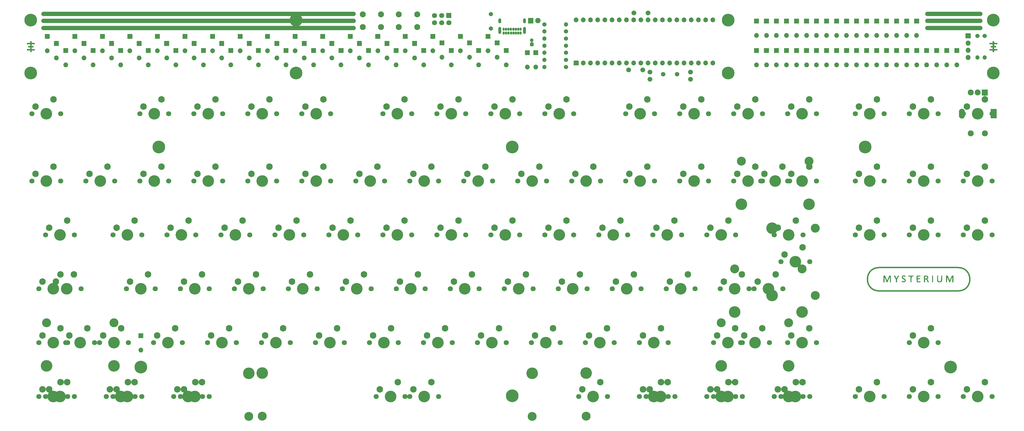
<source format=gts>
G04 #@! TF.GenerationSoftware,KiCad,Pcbnew,5.99.0+really5.1.10+dfsg1-1*
G04 #@! TF.CreationDate,2021-11-12T02:59:42+01:00*
G04 #@! TF.ProjectId,mysterium-pcb,6d797374-6572-4697-956d-2d7063622e6b,rev?*
G04 #@! TF.SameCoordinates,Original*
G04 #@! TF.FileFunction,Soldermask,Top*
G04 #@! TF.FilePolarity,Negative*
%FSLAX46Y46*%
G04 Gerber Fmt 4.6, Leading zero omitted, Abs format (unit mm)*
G04 Created by KiCad (PCBNEW 5.99.0+really5.1.10+dfsg1-1) date 2021-11-12 02:59:42*
%MOMM*%
%LPD*%
G01*
G04 APERTURE LIST*
%ADD10C,1.500000*%
%ADD11C,0.010000*%
%ADD12C,0.500000*%
%ADD13O,1.702000X1.702000*%
%ADD14C,4.502000*%
%ADD15C,1.502000*%
%ADD16O,1.502000X1.502000*%
%ADD17O,1.802000X1.802000*%
%ADD18C,2.102000*%
%ADD19C,2.302000*%
%ADD20C,4.102000*%
%ADD21C,1.802000*%
%ADD22C,3.152000*%
%ADD23C,4.089800*%
%ADD24C,3.150000*%
%ADD25C,1.602000*%
%ADD26O,0.752000X1.102000*%
%ADD27O,1.002000X2.502000*%
%ADD28O,1.002000X1.802000*%
%ADD29C,1.902000*%
%ADD30C,1.702000*%
%ADD31C,1.302000*%
%ADD32C,0.150000*%
G04 APERTURE END LIST*
D10*
X357500000Y-57121770D02*
X376203900Y-57121770D01*
X357500000Y-59605040D02*
X376203900Y-59605040D01*
X357500000Y-62088310D02*
X376203900Y-62088310D01*
X45596900Y-62088310D02*
X155096900Y-62088310D01*
X45596900Y-59605040D02*
X155096900Y-59605040D01*
X45596900Y-57121770D02*
X155096900Y-57121770D01*
D11*
G36*
X349262343Y-149593902D02*
G01*
X349409428Y-149611900D01*
X349544846Y-149642604D01*
X349621256Y-149671151D01*
X349704266Y-149727061D01*
X349736737Y-149797641D01*
X349740601Y-149860761D01*
X349736129Y-149941874D01*
X349713080Y-149978663D01*
X349657003Y-149974647D01*
X349553450Y-149933349D01*
X349514548Y-149915842D01*
X349324366Y-149855238D01*
X349149786Y-149847453D01*
X349002506Y-149889326D01*
X348894224Y-149977694D01*
X348838847Y-150098499D01*
X348832997Y-150204555D01*
X348869686Y-150301801D01*
X348955812Y-150397882D01*
X349098272Y-150500444D01*
X349303963Y-150617132D01*
X349309219Y-150619899D01*
X349498136Y-150726694D01*
X349648709Y-150826888D01*
X349747665Y-150911419D01*
X349763671Y-150930195D01*
X349855277Y-151106049D01*
X349883334Y-151297066D01*
X349851666Y-151488716D01*
X349764095Y-151666470D01*
X349624442Y-151815799D01*
X349511505Y-151888707D01*
X349380802Y-151931570D01*
X349206945Y-151956238D01*
X349018445Y-151961379D01*
X348843816Y-151945658D01*
X348752903Y-151924166D01*
X348584738Y-151850178D01*
X348485608Y-151759398D01*
X348452216Y-151648774D01*
X348452195Y-151645608D01*
X348459856Y-151560722D01*
X348491483Y-151525879D01*
X348560042Y-151537573D01*
X348668345Y-151587158D01*
X348878731Y-151668824D01*
X349077154Y-151700818D01*
X349253685Y-151685990D01*
X349398396Y-151627190D01*
X349501357Y-151527267D01*
X349552640Y-151389069D01*
X349556543Y-151332280D01*
X349535233Y-151215313D01*
X349466266Y-151108421D01*
X349342084Y-151003866D01*
X349155130Y-150893913D01*
X349101715Y-150866677D01*
X348880129Y-150747007D01*
X348720775Y-150636144D01*
X348614841Y-150523582D01*
X348553515Y-150398812D01*
X348527986Y-150251328D01*
X348525818Y-150179986D01*
X348557966Y-149981103D01*
X348654830Y-149816798D01*
X348817037Y-149686093D01*
X348857420Y-149663875D01*
X348969852Y-149614417D01*
X349078217Y-149592154D01*
X349216192Y-149591267D01*
X349262343Y-149593902D01*
G37*
X349262343Y-149593902D02*
X349409428Y-149611900D01*
X349544846Y-149642604D01*
X349621256Y-149671151D01*
X349704266Y-149727061D01*
X349736737Y-149797641D01*
X349740601Y-149860761D01*
X349736129Y-149941874D01*
X349713080Y-149978663D01*
X349657003Y-149974647D01*
X349553450Y-149933349D01*
X349514548Y-149915842D01*
X349324366Y-149855238D01*
X349149786Y-149847453D01*
X349002506Y-149889326D01*
X348894224Y-149977694D01*
X348838847Y-150098499D01*
X348832997Y-150204555D01*
X348869686Y-150301801D01*
X348955812Y-150397882D01*
X349098272Y-150500444D01*
X349303963Y-150617132D01*
X349309219Y-150619899D01*
X349498136Y-150726694D01*
X349648709Y-150826888D01*
X349747665Y-150911419D01*
X349763671Y-150930195D01*
X349855277Y-151106049D01*
X349883334Y-151297066D01*
X349851666Y-151488716D01*
X349764095Y-151666470D01*
X349624442Y-151815799D01*
X349511505Y-151888707D01*
X349380802Y-151931570D01*
X349206945Y-151956238D01*
X349018445Y-151961379D01*
X348843816Y-151945658D01*
X348752903Y-151924166D01*
X348584738Y-151850178D01*
X348485608Y-151759398D01*
X348452216Y-151648774D01*
X348452195Y-151645608D01*
X348459856Y-151560722D01*
X348491483Y-151525879D01*
X348560042Y-151537573D01*
X348668345Y-151587158D01*
X348878731Y-151668824D01*
X349077154Y-151700818D01*
X349253685Y-151685990D01*
X349398396Y-151627190D01*
X349501357Y-151527267D01*
X349552640Y-151389069D01*
X349556543Y-151332280D01*
X349535233Y-151215313D01*
X349466266Y-151108421D01*
X349342084Y-151003866D01*
X349155130Y-150893913D01*
X349101715Y-150866677D01*
X348880129Y-150747007D01*
X348720775Y-150636144D01*
X348614841Y-150523582D01*
X348553515Y-150398812D01*
X348527986Y-150251328D01*
X348525818Y-150179986D01*
X348557966Y-149981103D01*
X348654830Y-149816798D01*
X348817037Y-149686093D01*
X348857420Y-149663875D01*
X348969852Y-149614417D01*
X349078217Y-149592154D01*
X349216192Y-149591267D01*
X349262343Y-149593902D01*
G36*
X361263438Y-150439598D02*
G01*
X361264318Y-150712251D01*
X361266875Y-150922117D01*
X361271897Y-151080024D01*
X361280171Y-151196805D01*
X361292483Y-151283289D01*
X361309622Y-151350306D01*
X361332375Y-151408686D01*
X361334169Y-151412664D01*
X361439353Y-151563477D01*
X361592109Y-151658353D01*
X361791495Y-151696734D01*
X361814804Y-151697459D01*
X362025768Y-151672959D01*
X362191000Y-151590966D01*
X362302232Y-151465992D01*
X362328852Y-151419764D01*
X362349298Y-151370827D01*
X362364555Y-151308900D01*
X362375607Y-151223705D01*
X362383440Y-151104963D01*
X362389037Y-150942395D01*
X362393383Y-150725721D01*
X362397034Y-150476410D01*
X362408684Y-149620540D01*
X362703022Y-149620540D01*
X362679876Y-151411924D01*
X362569113Y-151590956D01*
X362426761Y-151754449D01*
X362236560Y-151875538D01*
X362013921Y-151949479D01*
X361774254Y-151971532D01*
X361532972Y-151936952D01*
X361488171Y-151923574D01*
X361285911Y-151820197D01*
X361122976Y-151659122D01*
X361037927Y-151516338D01*
X361015990Y-151461765D01*
X360999242Y-151398172D01*
X360986989Y-151315300D01*
X360978538Y-151202889D01*
X360973196Y-151050681D01*
X360970272Y-150848416D01*
X360969072Y-150585835D01*
X360968945Y-150494816D01*
X360968137Y-149620540D01*
X361262630Y-149620540D01*
X361263438Y-150439598D01*
G37*
X361263438Y-150439598D02*
X361264318Y-150712251D01*
X361266875Y-150922117D01*
X361271897Y-151080024D01*
X361280171Y-151196805D01*
X361292483Y-151283289D01*
X361309622Y-151350306D01*
X361332375Y-151408686D01*
X361334169Y-151412664D01*
X361439353Y-151563477D01*
X361592109Y-151658353D01*
X361791495Y-151696734D01*
X361814804Y-151697459D01*
X362025768Y-151672959D01*
X362191000Y-151590966D01*
X362302232Y-151465992D01*
X362328852Y-151419764D01*
X362349298Y-151370827D01*
X362364555Y-151308900D01*
X362375607Y-151223705D01*
X362383440Y-151104963D01*
X362389037Y-150942395D01*
X362393383Y-150725721D01*
X362397034Y-150476410D01*
X362408684Y-149620540D01*
X362703022Y-149620540D01*
X362679876Y-151411924D01*
X362569113Y-151590956D01*
X362426761Y-151754449D01*
X362236560Y-151875538D01*
X362013921Y-151949479D01*
X361774254Y-151971532D01*
X361532972Y-151936952D01*
X361488171Y-151923574D01*
X361285911Y-151820197D01*
X361122976Y-151659122D01*
X361037927Y-151516338D01*
X361015990Y-151461765D01*
X360999242Y-151398172D01*
X360986989Y-151315300D01*
X360978538Y-151202889D01*
X360973196Y-151050681D01*
X360970272Y-150848416D01*
X360969072Y-150585835D01*
X360968945Y-150494816D01*
X360968137Y-149620540D01*
X361262630Y-149620540D01*
X361263438Y-150439598D01*
G36*
X342490824Y-149638721D02*
G01*
X342570356Y-149683185D01*
X342571992Y-149684961D01*
X342601225Y-149736030D01*
X342652820Y-149845555D01*
X342722384Y-150003405D01*
X342805524Y-150199445D01*
X342897846Y-150423542D01*
X342971164Y-150605669D01*
X343065196Y-150838039D01*
X343151364Y-151044245D01*
X343225769Y-151215491D01*
X343284507Y-151342979D01*
X343323679Y-151417914D01*
X343338505Y-151433929D01*
X343359170Y-151393317D01*
X343403340Y-151294158D01*
X343466886Y-151146148D01*
X343545680Y-150958982D01*
X343635592Y-150742352D01*
X343703233Y-150577642D01*
X343800356Y-150343247D01*
X343891516Y-150129074D01*
X343972132Y-149945434D01*
X344037621Y-149802632D01*
X344083402Y-149710979D01*
X344100752Y-149683338D01*
X344155954Y-149643395D01*
X344241474Y-149626803D01*
X344364079Y-149628120D01*
X344568572Y-149638946D01*
X344578299Y-150789309D01*
X344588026Y-151939671D01*
X344292485Y-151939671D01*
X344292485Y-150921217D01*
X344291563Y-150657655D01*
X344288961Y-150421327D01*
X344284922Y-150221276D01*
X344279691Y-150066547D01*
X344273512Y-149966182D01*
X344266630Y-149929226D01*
X344265701Y-149929546D01*
X344245645Y-149969417D01*
X344202175Y-150068876D01*
X344138974Y-150219056D01*
X344059726Y-150411091D01*
X343968115Y-150636115D01*
X343867824Y-150885260D01*
X343846412Y-150938797D01*
X343453906Y-151921265D01*
X343320005Y-151932751D01*
X343243025Y-151935362D01*
X343193244Y-151916379D01*
X343152361Y-151860455D01*
X343102075Y-151752244D01*
X343100520Y-151748693D01*
X343062288Y-151657284D01*
X343002813Y-151510039D01*
X342927213Y-151319866D01*
X342840604Y-151099669D01*
X342748104Y-150862358D01*
X342705812Y-150753140D01*
X342396688Y-149953132D01*
X342378282Y-150937198D01*
X342359876Y-151921265D01*
X342229720Y-151932220D01*
X342135914Y-151932761D01*
X342076949Y-151919707D01*
X342073270Y-151916882D01*
X342064346Y-151872083D01*
X342057286Y-151764942D01*
X342052029Y-151606714D01*
X342048516Y-151408656D01*
X342046688Y-151182024D01*
X342046485Y-150938073D01*
X342047846Y-150688059D01*
X342050712Y-150443238D01*
X342055024Y-150214866D01*
X342060721Y-150014199D01*
X342067745Y-149852492D01*
X342076034Y-149741003D01*
X342085084Y-149691744D01*
X342146978Y-149644590D01*
X342252793Y-149619791D01*
X342376189Y-149617712D01*
X342490824Y-149638721D01*
G37*
X342490824Y-149638721D02*
X342570356Y-149683185D01*
X342571992Y-149684961D01*
X342601225Y-149736030D01*
X342652820Y-149845555D01*
X342722384Y-150003405D01*
X342805524Y-150199445D01*
X342897846Y-150423542D01*
X342971164Y-150605669D01*
X343065196Y-150838039D01*
X343151364Y-151044245D01*
X343225769Y-151215491D01*
X343284507Y-151342979D01*
X343323679Y-151417914D01*
X343338505Y-151433929D01*
X343359170Y-151393317D01*
X343403340Y-151294158D01*
X343466886Y-151146148D01*
X343545680Y-150958982D01*
X343635592Y-150742352D01*
X343703233Y-150577642D01*
X343800356Y-150343247D01*
X343891516Y-150129074D01*
X343972132Y-149945434D01*
X344037621Y-149802632D01*
X344083402Y-149710979D01*
X344100752Y-149683338D01*
X344155954Y-149643395D01*
X344241474Y-149626803D01*
X344364079Y-149628120D01*
X344568572Y-149638946D01*
X344578299Y-150789309D01*
X344588026Y-151939671D01*
X344292485Y-151939671D01*
X344292485Y-150921217D01*
X344291563Y-150657655D01*
X344288961Y-150421327D01*
X344284922Y-150221276D01*
X344279691Y-150066547D01*
X344273512Y-149966182D01*
X344266630Y-149929226D01*
X344265701Y-149929546D01*
X344245645Y-149969417D01*
X344202175Y-150068876D01*
X344138974Y-150219056D01*
X344059726Y-150411091D01*
X343968115Y-150636115D01*
X343867824Y-150885260D01*
X343846412Y-150938797D01*
X343453906Y-151921265D01*
X343320005Y-151932751D01*
X343243025Y-151935362D01*
X343193244Y-151916379D01*
X343152361Y-151860455D01*
X343102075Y-151752244D01*
X343100520Y-151748693D01*
X343062288Y-151657284D01*
X343002813Y-151510039D01*
X342927213Y-151319866D01*
X342840604Y-151099669D01*
X342748104Y-150862358D01*
X342705812Y-150753140D01*
X342396688Y-149953132D01*
X342378282Y-150937198D01*
X342359876Y-151921265D01*
X342229720Y-151932220D01*
X342135914Y-151932761D01*
X342076949Y-151919707D01*
X342073270Y-151916882D01*
X342064346Y-151872083D01*
X342057286Y-151764942D01*
X342052029Y-151606714D01*
X342048516Y-151408656D01*
X342046688Y-151182024D01*
X342046485Y-150938073D01*
X342047846Y-150688059D01*
X342050712Y-150443238D01*
X342055024Y-150214866D01*
X342060721Y-150014199D01*
X342067745Y-149852492D01*
X342076034Y-149741003D01*
X342085084Y-149691744D01*
X342146978Y-149644590D01*
X342252793Y-149619791D01*
X342376189Y-149617712D01*
X342490824Y-149638721D01*
G36*
X346267243Y-149979454D02*
G01*
X346348664Y-150153532D01*
X346429275Y-150327119D01*
X346497173Y-150474526D01*
X346525732Y-150537231D01*
X346615643Y-150736095D01*
X346773315Y-150389984D01*
X346854070Y-150214825D01*
X346937419Y-150037503D01*
X347010095Y-149886121D01*
X347036651Y-149832207D01*
X347096035Y-149717804D01*
X347141981Y-149654482D01*
X347193302Y-149627138D01*
X347268810Y-149620669D01*
X347300298Y-149620540D01*
X347396436Y-149624442D01*
X347452441Y-149634265D01*
X347458282Y-149639314D01*
X347442530Y-149676345D01*
X347398490Y-149769239D01*
X347330984Y-149908102D01*
X347244834Y-150083042D01*
X347144864Y-150284163D01*
X347108572Y-150356772D01*
X346758862Y-151055457D01*
X346758862Y-151939671D01*
X346464369Y-151939671D01*
X346464369Y-151055457D01*
X346114659Y-150356772D01*
X346011087Y-150149001D01*
X345919696Y-149964047D01*
X345845308Y-149811804D01*
X345792746Y-149702165D01*
X345766832Y-149645025D01*
X345764948Y-149639314D01*
X345797892Y-149628148D01*
X345881299Y-149621425D01*
X345931806Y-149620540D01*
X346098664Y-149620540D01*
X346267243Y-149979454D01*
G37*
X346267243Y-149979454D02*
X346348664Y-150153532D01*
X346429275Y-150327119D01*
X346497173Y-150474526D01*
X346525732Y-150537231D01*
X346615643Y-150736095D01*
X346773315Y-150389984D01*
X346854070Y-150214825D01*
X346937419Y-150037503D01*
X347010095Y-149886121D01*
X347036651Y-149832207D01*
X347096035Y-149717804D01*
X347141981Y-149654482D01*
X347193302Y-149627138D01*
X347268810Y-149620669D01*
X347300298Y-149620540D01*
X347396436Y-149624442D01*
X347452441Y-149634265D01*
X347458282Y-149639314D01*
X347442530Y-149676345D01*
X347398490Y-149769239D01*
X347330984Y-149908102D01*
X347244834Y-150083042D01*
X347144864Y-150284163D01*
X347108572Y-150356772D01*
X346758862Y-151055457D01*
X346758862Y-151939671D01*
X346464369Y-151939671D01*
X346464369Y-151055457D01*
X346114659Y-150356772D01*
X346011087Y-150149001D01*
X345919696Y-149964047D01*
X345845308Y-149811804D01*
X345792746Y-149702165D01*
X345766832Y-149645025D01*
X345764948Y-149639314D01*
X345797892Y-149628148D01*
X345881299Y-149621425D01*
X345931806Y-149620540D01*
X346098664Y-149620540D01*
X346267243Y-149979454D01*
G36*
X351737630Y-149629065D02*
G01*
X352593499Y-149638946D01*
X352593499Y-149859816D01*
X351924035Y-149880832D01*
X351899958Y-150569744D01*
X351891978Y-150817213D01*
X351885103Y-151066919D01*
X351879809Y-151298616D01*
X351876570Y-151492058D01*
X351875777Y-151599164D01*
X351875673Y-151939671D01*
X351581180Y-151939671D01*
X351581180Y-149878222D01*
X350881760Y-149878222D01*
X350881760Y-149619184D01*
X351737630Y-149629065D01*
G37*
X351737630Y-149629065D02*
X352593499Y-149638946D01*
X352593499Y-149859816D01*
X351924035Y-149880832D01*
X351899958Y-150569744D01*
X351891978Y-150817213D01*
X351885103Y-151066919D01*
X351879809Y-151298616D01*
X351876570Y-151492058D01*
X351875777Y-151599164D01*
X351875673Y-151939671D01*
X351581180Y-151939671D01*
X351581180Y-149878222D01*
X350881760Y-149878222D01*
X350881760Y-149619184D01*
X351737630Y-149629065D01*
G36*
X355034600Y-149740178D02*
G01*
X355023064Y-149859816D01*
X354553717Y-149870119D01*
X354084369Y-149880421D01*
X354084369Y-150612042D01*
X354498499Y-150622451D01*
X354912630Y-150632859D01*
X354912630Y-150816917D01*
X354498499Y-150827326D01*
X354084369Y-150837734D01*
X354084369Y-151681990D01*
X354560220Y-151681990D01*
X354756872Y-151682958D01*
X354891815Y-151686908D01*
X354976949Y-151695403D01*
X355024174Y-151710011D01*
X355045390Y-151732297D01*
X355049880Y-151746410D01*
X355053631Y-151840451D01*
X355048286Y-151875251D01*
X355036306Y-151899286D01*
X355006592Y-151916523D01*
X354948538Y-151928069D01*
X354851536Y-151935032D01*
X354704980Y-151938517D01*
X354498265Y-151939632D01*
X354431081Y-151939671D01*
X354206702Y-151939084D01*
X354044792Y-151936497D01*
X353934202Y-151930668D01*
X353863782Y-151920358D01*
X353822382Y-151904325D01*
X353798853Y-151881329D01*
X353791171Y-151868468D01*
X353781910Y-151815329D01*
X353773740Y-151700222D01*
X353766744Y-151534792D01*
X353761007Y-151330688D01*
X353756613Y-151099556D01*
X353753644Y-150853043D01*
X353752186Y-150602797D01*
X353752322Y-150360465D01*
X353754135Y-150137693D01*
X353757710Y-149946130D01*
X353763131Y-149797422D01*
X353770481Y-149703216D01*
X353775409Y-149678769D01*
X353792742Y-149657148D01*
X353832433Y-149641523D01*
X353904713Y-149630971D01*
X354019813Y-149624571D01*
X354187964Y-149621401D01*
X354419396Y-149620541D01*
X354421944Y-149620540D01*
X355046135Y-149620540D01*
X355034600Y-149740178D01*
G37*
X355034600Y-149740178D02*
X355023064Y-149859816D01*
X354553717Y-149870119D01*
X354084369Y-149880421D01*
X354084369Y-150612042D01*
X354498499Y-150622451D01*
X354912630Y-150632859D01*
X354912630Y-150816917D01*
X354498499Y-150827326D01*
X354084369Y-150837734D01*
X354084369Y-151681990D01*
X354560220Y-151681990D01*
X354756872Y-151682958D01*
X354891815Y-151686908D01*
X354976949Y-151695403D01*
X355024174Y-151710011D01*
X355045390Y-151732297D01*
X355049880Y-151746410D01*
X355053631Y-151840451D01*
X355048286Y-151875251D01*
X355036306Y-151899286D01*
X355006592Y-151916523D01*
X354948538Y-151928069D01*
X354851536Y-151935032D01*
X354704980Y-151938517D01*
X354498265Y-151939632D01*
X354431081Y-151939671D01*
X354206702Y-151939084D01*
X354044792Y-151936497D01*
X353934202Y-151930668D01*
X353863782Y-151920358D01*
X353822382Y-151904325D01*
X353798853Y-151881329D01*
X353791171Y-151868468D01*
X353781910Y-151815329D01*
X353773740Y-151700222D01*
X353766744Y-151534792D01*
X353761007Y-151330688D01*
X353756613Y-151099556D01*
X353753644Y-150853043D01*
X353752186Y-150602797D01*
X353752322Y-150360465D01*
X353754135Y-150137693D01*
X353757710Y-149946130D01*
X353763131Y-149797422D01*
X353770481Y-149703216D01*
X353775409Y-149678769D01*
X353792742Y-149657148D01*
X353832433Y-149641523D01*
X353904713Y-149630971D01*
X354019813Y-149624571D01*
X354187964Y-149621401D01*
X354419396Y-149620541D01*
X354421944Y-149620540D01*
X355046135Y-149620540D01*
X355034600Y-149740178D01*
G36*
X356860464Y-149625343D02*
G01*
X356902338Y-149626493D01*
X357108277Y-149634772D01*
X357257582Y-149647722D01*
X357367211Y-149667892D01*
X357454123Y-149697828D01*
X357489441Y-149714702D01*
X357620759Y-149817500D01*
X357726643Y-149965173D01*
X357790417Y-150130372D01*
X357801531Y-150226529D01*
X357769414Y-150401235D01*
X357685613Y-150566834D01*
X357565259Y-150696432D01*
X357520137Y-150726693D01*
X357379006Y-150807872D01*
X357493822Y-150929540D01*
X357544103Y-151000276D01*
X357608779Y-151115789D01*
X357681217Y-151260976D01*
X357754783Y-151420732D01*
X357822842Y-151579955D01*
X357878762Y-151723539D01*
X357915907Y-151836381D01*
X357927644Y-151903377D01*
X357925356Y-151912062D01*
X357881045Y-151929814D01*
X357792398Y-151939219D01*
X357766574Y-151939671D01*
X357624718Y-151939671D01*
X357524020Y-151672787D01*
X357421089Y-151414005D01*
X357328996Y-151218659D01*
X357240931Y-151078707D01*
X357150083Y-150986107D01*
X357049641Y-150932820D01*
X356932796Y-150910803D01*
X356877086Y-150908946D01*
X356697992Y-150908946D01*
X356697992Y-151939671D01*
X356556881Y-151939671D01*
X356459602Y-151933790D01*
X356397332Y-151919240D01*
X356391229Y-151915130D01*
X356384980Y-151873415D01*
X356379317Y-151767487D01*
X356374452Y-151606757D01*
X356370594Y-151400634D01*
X356367954Y-151158527D01*
X356366743Y-150889846D01*
X356366688Y-150817818D01*
X356367083Y-150651265D01*
X356697992Y-150651265D01*
X356931824Y-150651265D01*
X357087239Y-150643685D01*
X357199316Y-150616392D01*
X357290251Y-150567300D01*
X357410105Y-150453124D01*
X357462861Y-150313234D01*
X357455776Y-150158133D01*
X357404225Y-150029439D01*
X357302356Y-149941904D01*
X357144776Y-149892564D01*
X356946470Y-149878359D01*
X356697992Y-149878222D01*
X356697992Y-150651265D01*
X356367083Y-150651265D01*
X356367472Y-150487312D01*
X356370015Y-150223711D01*
X356374597Y-150020312D01*
X356381502Y-149870410D01*
X356391010Y-149767303D01*
X356403404Y-149704287D01*
X356414585Y-149679544D01*
X356442943Y-149651652D01*
X356488207Y-149633755D01*
X356563879Y-149624383D01*
X356683464Y-149622069D01*
X356860464Y-149625343D01*
G37*
X356860464Y-149625343D02*
X356902338Y-149626493D01*
X357108277Y-149634772D01*
X357257582Y-149647722D01*
X357367211Y-149667892D01*
X357454123Y-149697828D01*
X357489441Y-149714702D01*
X357620759Y-149817500D01*
X357726643Y-149965173D01*
X357790417Y-150130372D01*
X357801531Y-150226529D01*
X357769414Y-150401235D01*
X357685613Y-150566834D01*
X357565259Y-150696432D01*
X357520137Y-150726693D01*
X357379006Y-150807872D01*
X357493822Y-150929540D01*
X357544103Y-151000276D01*
X357608779Y-151115789D01*
X357681217Y-151260976D01*
X357754783Y-151420732D01*
X357822842Y-151579955D01*
X357878762Y-151723539D01*
X357915907Y-151836381D01*
X357927644Y-151903377D01*
X357925356Y-151912062D01*
X357881045Y-151929814D01*
X357792398Y-151939219D01*
X357766574Y-151939671D01*
X357624718Y-151939671D01*
X357524020Y-151672787D01*
X357421089Y-151414005D01*
X357328996Y-151218659D01*
X357240931Y-151078707D01*
X357150083Y-150986107D01*
X357049641Y-150932820D01*
X356932796Y-150910803D01*
X356877086Y-150908946D01*
X356697992Y-150908946D01*
X356697992Y-151939671D01*
X356556881Y-151939671D01*
X356459602Y-151933790D01*
X356397332Y-151919240D01*
X356391229Y-151915130D01*
X356384980Y-151873415D01*
X356379317Y-151767487D01*
X356374452Y-151606757D01*
X356370594Y-151400634D01*
X356367954Y-151158527D01*
X356366743Y-150889846D01*
X356366688Y-150817818D01*
X356367083Y-150651265D01*
X356697992Y-150651265D01*
X356931824Y-150651265D01*
X357087239Y-150643685D01*
X357199316Y-150616392D01*
X357290251Y-150567300D01*
X357410105Y-150453124D01*
X357462861Y-150313234D01*
X357455776Y-150158133D01*
X357404225Y-150029439D01*
X357302356Y-149941904D01*
X357144776Y-149892564D01*
X356946470Y-149878359D01*
X356697992Y-149878222D01*
X356697992Y-150651265D01*
X356367083Y-150651265D01*
X356367472Y-150487312D01*
X356370015Y-150223711D01*
X356374597Y-150020312D01*
X356381502Y-149870410D01*
X356391010Y-149767303D01*
X356403404Y-149704287D01*
X356414585Y-149679544D01*
X356442943Y-149651652D01*
X356488207Y-149633755D01*
X356563879Y-149624383D01*
X356683464Y-149622069D01*
X356860464Y-149625343D01*
G36*
X359495673Y-151939671D02*
G01*
X359201180Y-151939671D01*
X359201180Y-149620540D01*
X359495673Y-149620540D01*
X359495673Y-151939671D01*
G37*
X359495673Y-151939671D02*
X359201180Y-151939671D01*
X359201180Y-149620540D01*
X359495673Y-149620540D01*
X359495673Y-151939671D01*
G36*
X364496045Y-149629930D02*
G01*
X364602042Y-149660936D01*
X364643487Y-149688354D01*
X364675670Y-149740862D01*
X364729463Y-149851709D01*
X364800281Y-150010432D01*
X364883537Y-150206565D01*
X364974645Y-150429643D01*
X365034688Y-150581035D01*
X365126169Y-150812837D01*
X365209833Y-151021913D01*
X365281656Y-151198440D01*
X365337611Y-151332594D01*
X365373674Y-151414549D01*
X365384731Y-151435397D01*
X365405181Y-151410894D01*
X365449012Y-151326661D01*
X365512295Y-151191335D01*
X365591098Y-151013555D01*
X365681493Y-150801961D01*
X365769928Y-150588730D01*
X365869551Y-150348978D01*
X365963149Y-150130653D01*
X366046336Y-149943444D01*
X366114728Y-149797037D01*
X366163939Y-149701118D01*
X366187368Y-149666555D01*
X366265996Y-149635416D01*
X366379749Y-149622043D01*
X366499486Y-149626145D01*
X366596066Y-149647432D01*
X366633170Y-149670996D01*
X366646278Y-149713972D01*
X366656141Y-149810025D01*
X366662873Y-149963222D01*
X366666588Y-150177631D01*
X366667398Y-150457320D01*
X366665418Y-150806359D01*
X366665286Y-150821358D01*
X366655528Y-151921265D01*
X366361035Y-151921265D01*
X366342630Y-150927732D01*
X366324224Y-149934200D01*
X365920731Y-150936935D01*
X365517239Y-151939671D01*
X365244816Y-151939671D01*
X364960217Y-151212642D01*
X364868003Y-150977098D01*
X364778046Y-150747361D01*
X364696284Y-150538589D01*
X364628651Y-150365940D01*
X364581086Y-150244574D01*
X364576374Y-150232556D01*
X364477130Y-149979498D01*
X364452778Y-150542104D01*
X364443647Y-150783687D01*
X364436077Y-151042318D01*
X364430780Y-151289278D01*
X364428471Y-151495846D01*
X364428427Y-151522190D01*
X364428427Y-151939671D01*
X364133934Y-151939671D01*
X364133934Y-150824280D01*
X364134816Y-150479310D01*
X364137596Y-150202714D01*
X364142472Y-149989264D01*
X364149644Y-149833730D01*
X364159311Y-149730882D01*
X364171672Y-149675492D01*
X364178108Y-149664714D01*
X364254376Y-149630311D01*
X364370256Y-149619219D01*
X364496045Y-149629930D01*
G37*
X364496045Y-149629930D02*
X364602042Y-149660936D01*
X364643487Y-149688354D01*
X364675670Y-149740862D01*
X364729463Y-149851709D01*
X364800281Y-150010432D01*
X364883537Y-150206565D01*
X364974645Y-150429643D01*
X365034688Y-150581035D01*
X365126169Y-150812837D01*
X365209833Y-151021913D01*
X365281656Y-151198440D01*
X365337611Y-151332594D01*
X365373674Y-151414549D01*
X365384731Y-151435397D01*
X365405181Y-151410894D01*
X365449012Y-151326661D01*
X365512295Y-151191335D01*
X365591098Y-151013555D01*
X365681493Y-150801961D01*
X365769928Y-150588730D01*
X365869551Y-150348978D01*
X365963149Y-150130653D01*
X366046336Y-149943444D01*
X366114728Y-149797037D01*
X366163939Y-149701118D01*
X366187368Y-149666555D01*
X366265996Y-149635416D01*
X366379749Y-149622043D01*
X366499486Y-149626145D01*
X366596066Y-149647432D01*
X366633170Y-149670996D01*
X366646278Y-149713972D01*
X366656141Y-149810025D01*
X366662873Y-149963222D01*
X366666588Y-150177631D01*
X366667398Y-150457320D01*
X366665418Y-150806359D01*
X366665286Y-150821358D01*
X366655528Y-151921265D01*
X366361035Y-151921265D01*
X366342630Y-150927732D01*
X366324224Y-149934200D01*
X365920731Y-150936935D01*
X365517239Y-151939671D01*
X365244816Y-151939671D01*
X364960217Y-151212642D01*
X364868003Y-150977098D01*
X364778046Y-150747361D01*
X364696284Y-150538589D01*
X364628651Y-150365940D01*
X364581086Y-150244574D01*
X364576374Y-150232556D01*
X364477130Y-149979498D01*
X364452778Y-150542104D01*
X364443647Y-150783687D01*
X364436077Y-151042318D01*
X364430780Y-151289278D01*
X364428471Y-151495846D01*
X364428427Y-151522190D01*
X364428427Y-151939671D01*
X364133934Y-151939671D01*
X364133934Y-150824280D01*
X364134816Y-150479310D01*
X364137596Y-150202714D01*
X364142472Y-149989264D01*
X364149644Y-149833730D01*
X364159311Y-149730882D01*
X364171672Y-149675492D01*
X364178108Y-149664714D01*
X364254376Y-149630311D01*
X364370256Y-149619219D01*
X364496045Y-149629930D01*
D12*
X340417050Y-146811700D02*
X368292050Y-146811700D01*
X340639850Y-155071700D02*
X368514850Y-155071700D01*
X368292050Y-146811700D02*
G75*
G02*
X368514850Y-155071700I111400J-4130000D01*
G01*
X340639850Y-155071700D02*
G75*
G02*
X340417050Y-146811700I-111400J4130000D01*
G01*
D11*
G36*
X381025755Y-67367723D02*
G01*
X381595138Y-67369900D01*
X382164521Y-67372076D01*
X382164521Y-67778476D01*
X381025755Y-67782828D01*
X381025755Y-68443109D01*
X381745422Y-68443109D01*
X381745422Y-68874909D01*
X381025755Y-68874909D01*
X381025755Y-69552123D01*
X381595138Y-69554300D01*
X382164521Y-69556476D01*
X382166784Y-69770259D01*
X382169046Y-69984042D01*
X381025755Y-69984042D01*
X381025755Y-70602109D01*
X380585488Y-70602109D01*
X380585488Y-69984042D01*
X379450955Y-69984042D01*
X379450955Y-69552243D01*
X380585488Y-69552243D01*
X380585488Y-68874909D01*
X379874288Y-68874909D01*
X379874288Y-68443109D01*
X380585488Y-68443109D01*
X380585488Y-67782709D01*
X379450955Y-67782709D01*
X379450955Y-67367843D01*
X380585269Y-67367843D01*
X380589721Y-66779409D01*
X380807738Y-66777150D01*
X381025755Y-66774890D01*
X381025755Y-67367723D01*
G37*
X381025755Y-67367723D02*
X381595138Y-67369900D01*
X382164521Y-67372076D01*
X382164521Y-67778476D01*
X381025755Y-67782828D01*
X381025755Y-68443109D01*
X381745422Y-68443109D01*
X381745422Y-68874909D01*
X381025755Y-68874909D01*
X381025755Y-69552123D01*
X381595138Y-69554300D01*
X382164521Y-69556476D01*
X382166784Y-69770259D01*
X382169046Y-69984042D01*
X381025755Y-69984042D01*
X381025755Y-70602109D01*
X380585488Y-70602109D01*
X380585488Y-69984042D01*
X379450955Y-69984042D01*
X379450955Y-69552243D01*
X380585488Y-69552243D01*
X380585488Y-68874909D01*
X379874288Y-68874909D01*
X379874288Y-68443109D01*
X380585488Y-68443109D01*
X380585488Y-67782709D01*
X379450955Y-67782709D01*
X379450955Y-67367843D01*
X380585269Y-67367843D01*
X380589721Y-66779409D01*
X380807738Y-66777150D01*
X381025755Y-66774890D01*
X381025755Y-67367723D01*
G36*
X41363255Y-67367723D02*
G01*
X41932638Y-67369900D01*
X42502021Y-67372076D01*
X42502021Y-67778476D01*
X41363255Y-67782828D01*
X41363255Y-68443109D01*
X42082922Y-68443109D01*
X42082922Y-68874909D01*
X41363255Y-68874909D01*
X41363255Y-69552123D01*
X41932638Y-69554300D01*
X42502021Y-69556476D01*
X42504284Y-69770259D01*
X42506546Y-69984042D01*
X41363255Y-69984042D01*
X41363255Y-70602109D01*
X40922988Y-70602109D01*
X40922988Y-69984042D01*
X39788455Y-69984042D01*
X39788455Y-69552243D01*
X40922988Y-69552243D01*
X40922988Y-68874909D01*
X40211788Y-68874909D01*
X40211788Y-68443109D01*
X40922988Y-68443109D01*
X40922988Y-67782709D01*
X39788455Y-67782709D01*
X39788455Y-67367843D01*
X40922769Y-67367843D01*
X40927221Y-66779409D01*
X41145238Y-66777150D01*
X41363255Y-66774890D01*
X41363255Y-67367723D01*
G37*
X41363255Y-67367723D02*
X41932638Y-67369900D01*
X42502021Y-67372076D01*
X42502021Y-67778476D01*
X41363255Y-67782828D01*
X41363255Y-68443109D01*
X42082922Y-68443109D01*
X42082922Y-68874909D01*
X41363255Y-68874909D01*
X41363255Y-69552123D01*
X41932638Y-69554300D01*
X42502021Y-69556476D01*
X42504284Y-69770259D01*
X42506546Y-69984042D01*
X41363255Y-69984042D01*
X41363255Y-70602109D01*
X40922988Y-70602109D01*
X40922988Y-69984042D01*
X39788455Y-69984042D01*
X39788455Y-69552243D01*
X40922988Y-69552243D01*
X40922988Y-68874909D01*
X40211788Y-68874909D01*
X40211788Y-68443109D01*
X40922988Y-68443109D01*
X40922988Y-67782709D01*
X39788455Y-67782709D01*
X39788455Y-67367843D01*
X40922769Y-67367843D01*
X40927221Y-66779409D01*
X41145238Y-66777150D01*
X41363255Y-66774890D01*
X41363255Y-67367723D01*
D10*
X357500000Y-57121770D02*
X376203900Y-57121770D01*
X357500000Y-59605040D02*
X376203900Y-59605040D01*
X357500000Y-62088310D02*
X376203900Y-62088310D01*
X45596900Y-62088310D02*
X155096900Y-62088310D01*
X45596900Y-59605040D02*
X155096900Y-59605040D01*
X45596900Y-57121770D02*
X155096900Y-57121770D01*
D11*
G36*
X349262343Y-149593902D02*
G01*
X349409428Y-149611900D01*
X349544846Y-149642604D01*
X349621256Y-149671151D01*
X349704266Y-149727061D01*
X349736737Y-149797641D01*
X349740601Y-149860761D01*
X349736129Y-149941874D01*
X349713080Y-149978663D01*
X349657003Y-149974647D01*
X349553450Y-149933349D01*
X349514548Y-149915842D01*
X349324366Y-149855238D01*
X349149786Y-149847453D01*
X349002506Y-149889326D01*
X348894224Y-149977694D01*
X348838847Y-150098499D01*
X348832997Y-150204555D01*
X348869686Y-150301801D01*
X348955812Y-150397882D01*
X349098272Y-150500444D01*
X349303963Y-150617132D01*
X349309219Y-150619899D01*
X349498136Y-150726694D01*
X349648709Y-150826888D01*
X349747665Y-150911419D01*
X349763671Y-150930195D01*
X349855277Y-151106049D01*
X349883334Y-151297066D01*
X349851666Y-151488716D01*
X349764095Y-151666470D01*
X349624442Y-151815799D01*
X349511505Y-151888707D01*
X349380802Y-151931570D01*
X349206945Y-151956238D01*
X349018445Y-151961379D01*
X348843816Y-151945658D01*
X348752903Y-151924166D01*
X348584738Y-151850178D01*
X348485608Y-151759398D01*
X348452216Y-151648774D01*
X348452195Y-151645608D01*
X348459856Y-151560722D01*
X348491483Y-151525879D01*
X348560042Y-151537573D01*
X348668345Y-151587158D01*
X348878731Y-151668824D01*
X349077154Y-151700818D01*
X349253685Y-151685990D01*
X349398396Y-151627190D01*
X349501357Y-151527267D01*
X349552640Y-151389069D01*
X349556543Y-151332280D01*
X349535233Y-151215313D01*
X349466266Y-151108421D01*
X349342084Y-151003866D01*
X349155130Y-150893913D01*
X349101715Y-150866677D01*
X348880129Y-150747007D01*
X348720775Y-150636144D01*
X348614841Y-150523582D01*
X348553515Y-150398812D01*
X348527986Y-150251328D01*
X348525818Y-150179986D01*
X348557966Y-149981103D01*
X348654830Y-149816798D01*
X348817037Y-149686093D01*
X348857420Y-149663875D01*
X348969852Y-149614417D01*
X349078217Y-149592154D01*
X349216192Y-149591267D01*
X349262343Y-149593902D01*
G37*
X349262343Y-149593902D02*
X349409428Y-149611900D01*
X349544846Y-149642604D01*
X349621256Y-149671151D01*
X349704266Y-149727061D01*
X349736737Y-149797641D01*
X349740601Y-149860761D01*
X349736129Y-149941874D01*
X349713080Y-149978663D01*
X349657003Y-149974647D01*
X349553450Y-149933349D01*
X349514548Y-149915842D01*
X349324366Y-149855238D01*
X349149786Y-149847453D01*
X349002506Y-149889326D01*
X348894224Y-149977694D01*
X348838847Y-150098499D01*
X348832997Y-150204555D01*
X348869686Y-150301801D01*
X348955812Y-150397882D01*
X349098272Y-150500444D01*
X349303963Y-150617132D01*
X349309219Y-150619899D01*
X349498136Y-150726694D01*
X349648709Y-150826888D01*
X349747665Y-150911419D01*
X349763671Y-150930195D01*
X349855277Y-151106049D01*
X349883334Y-151297066D01*
X349851666Y-151488716D01*
X349764095Y-151666470D01*
X349624442Y-151815799D01*
X349511505Y-151888707D01*
X349380802Y-151931570D01*
X349206945Y-151956238D01*
X349018445Y-151961379D01*
X348843816Y-151945658D01*
X348752903Y-151924166D01*
X348584738Y-151850178D01*
X348485608Y-151759398D01*
X348452216Y-151648774D01*
X348452195Y-151645608D01*
X348459856Y-151560722D01*
X348491483Y-151525879D01*
X348560042Y-151537573D01*
X348668345Y-151587158D01*
X348878731Y-151668824D01*
X349077154Y-151700818D01*
X349253685Y-151685990D01*
X349398396Y-151627190D01*
X349501357Y-151527267D01*
X349552640Y-151389069D01*
X349556543Y-151332280D01*
X349535233Y-151215313D01*
X349466266Y-151108421D01*
X349342084Y-151003866D01*
X349155130Y-150893913D01*
X349101715Y-150866677D01*
X348880129Y-150747007D01*
X348720775Y-150636144D01*
X348614841Y-150523582D01*
X348553515Y-150398812D01*
X348527986Y-150251328D01*
X348525818Y-150179986D01*
X348557966Y-149981103D01*
X348654830Y-149816798D01*
X348817037Y-149686093D01*
X348857420Y-149663875D01*
X348969852Y-149614417D01*
X349078217Y-149592154D01*
X349216192Y-149591267D01*
X349262343Y-149593902D01*
G36*
X361263438Y-150439598D02*
G01*
X361264318Y-150712251D01*
X361266875Y-150922117D01*
X361271897Y-151080024D01*
X361280171Y-151196805D01*
X361292483Y-151283289D01*
X361309622Y-151350306D01*
X361332375Y-151408686D01*
X361334169Y-151412664D01*
X361439353Y-151563477D01*
X361592109Y-151658353D01*
X361791495Y-151696734D01*
X361814804Y-151697459D01*
X362025768Y-151672959D01*
X362191000Y-151590966D01*
X362302232Y-151465992D01*
X362328852Y-151419764D01*
X362349298Y-151370827D01*
X362364555Y-151308900D01*
X362375607Y-151223705D01*
X362383440Y-151104963D01*
X362389037Y-150942395D01*
X362393383Y-150725721D01*
X362397034Y-150476410D01*
X362408684Y-149620540D01*
X362703022Y-149620540D01*
X362679876Y-151411924D01*
X362569113Y-151590956D01*
X362426761Y-151754449D01*
X362236560Y-151875538D01*
X362013921Y-151949479D01*
X361774254Y-151971532D01*
X361532972Y-151936952D01*
X361488171Y-151923574D01*
X361285911Y-151820197D01*
X361122976Y-151659122D01*
X361037927Y-151516338D01*
X361015990Y-151461765D01*
X360999242Y-151398172D01*
X360986989Y-151315300D01*
X360978538Y-151202889D01*
X360973196Y-151050681D01*
X360970272Y-150848416D01*
X360969072Y-150585835D01*
X360968945Y-150494816D01*
X360968137Y-149620540D01*
X361262630Y-149620540D01*
X361263438Y-150439598D01*
G37*
X361263438Y-150439598D02*
X361264318Y-150712251D01*
X361266875Y-150922117D01*
X361271897Y-151080024D01*
X361280171Y-151196805D01*
X361292483Y-151283289D01*
X361309622Y-151350306D01*
X361332375Y-151408686D01*
X361334169Y-151412664D01*
X361439353Y-151563477D01*
X361592109Y-151658353D01*
X361791495Y-151696734D01*
X361814804Y-151697459D01*
X362025768Y-151672959D01*
X362191000Y-151590966D01*
X362302232Y-151465992D01*
X362328852Y-151419764D01*
X362349298Y-151370827D01*
X362364555Y-151308900D01*
X362375607Y-151223705D01*
X362383440Y-151104963D01*
X362389037Y-150942395D01*
X362393383Y-150725721D01*
X362397034Y-150476410D01*
X362408684Y-149620540D01*
X362703022Y-149620540D01*
X362679876Y-151411924D01*
X362569113Y-151590956D01*
X362426761Y-151754449D01*
X362236560Y-151875538D01*
X362013921Y-151949479D01*
X361774254Y-151971532D01*
X361532972Y-151936952D01*
X361488171Y-151923574D01*
X361285911Y-151820197D01*
X361122976Y-151659122D01*
X361037927Y-151516338D01*
X361015990Y-151461765D01*
X360999242Y-151398172D01*
X360986989Y-151315300D01*
X360978538Y-151202889D01*
X360973196Y-151050681D01*
X360970272Y-150848416D01*
X360969072Y-150585835D01*
X360968945Y-150494816D01*
X360968137Y-149620540D01*
X361262630Y-149620540D01*
X361263438Y-150439598D01*
G36*
X342490824Y-149638721D02*
G01*
X342570356Y-149683185D01*
X342571992Y-149684961D01*
X342601225Y-149736030D01*
X342652820Y-149845555D01*
X342722384Y-150003405D01*
X342805524Y-150199445D01*
X342897846Y-150423542D01*
X342971164Y-150605669D01*
X343065196Y-150838039D01*
X343151364Y-151044245D01*
X343225769Y-151215491D01*
X343284507Y-151342979D01*
X343323679Y-151417914D01*
X343338505Y-151433929D01*
X343359170Y-151393317D01*
X343403340Y-151294158D01*
X343466886Y-151146148D01*
X343545680Y-150958982D01*
X343635592Y-150742352D01*
X343703233Y-150577642D01*
X343800356Y-150343247D01*
X343891516Y-150129074D01*
X343972132Y-149945434D01*
X344037621Y-149802632D01*
X344083402Y-149710979D01*
X344100752Y-149683338D01*
X344155954Y-149643395D01*
X344241474Y-149626803D01*
X344364079Y-149628120D01*
X344568572Y-149638946D01*
X344578299Y-150789309D01*
X344588026Y-151939671D01*
X344292485Y-151939671D01*
X344292485Y-150921217D01*
X344291563Y-150657655D01*
X344288961Y-150421327D01*
X344284922Y-150221276D01*
X344279691Y-150066547D01*
X344273512Y-149966182D01*
X344266630Y-149929226D01*
X344265701Y-149929546D01*
X344245645Y-149969417D01*
X344202175Y-150068876D01*
X344138974Y-150219056D01*
X344059726Y-150411091D01*
X343968115Y-150636115D01*
X343867824Y-150885260D01*
X343846412Y-150938797D01*
X343453906Y-151921265D01*
X343320005Y-151932751D01*
X343243025Y-151935362D01*
X343193244Y-151916379D01*
X343152361Y-151860455D01*
X343102075Y-151752244D01*
X343100520Y-151748693D01*
X343062288Y-151657284D01*
X343002813Y-151510039D01*
X342927213Y-151319866D01*
X342840604Y-151099669D01*
X342748104Y-150862358D01*
X342705812Y-150753140D01*
X342396688Y-149953132D01*
X342378282Y-150937198D01*
X342359876Y-151921265D01*
X342229720Y-151932220D01*
X342135914Y-151932761D01*
X342076949Y-151919707D01*
X342073270Y-151916882D01*
X342064346Y-151872083D01*
X342057286Y-151764942D01*
X342052029Y-151606714D01*
X342048516Y-151408656D01*
X342046688Y-151182024D01*
X342046485Y-150938073D01*
X342047846Y-150688059D01*
X342050712Y-150443238D01*
X342055024Y-150214866D01*
X342060721Y-150014199D01*
X342067745Y-149852492D01*
X342076034Y-149741003D01*
X342085084Y-149691744D01*
X342146978Y-149644590D01*
X342252793Y-149619791D01*
X342376189Y-149617712D01*
X342490824Y-149638721D01*
G37*
X342490824Y-149638721D02*
X342570356Y-149683185D01*
X342571992Y-149684961D01*
X342601225Y-149736030D01*
X342652820Y-149845555D01*
X342722384Y-150003405D01*
X342805524Y-150199445D01*
X342897846Y-150423542D01*
X342971164Y-150605669D01*
X343065196Y-150838039D01*
X343151364Y-151044245D01*
X343225769Y-151215491D01*
X343284507Y-151342979D01*
X343323679Y-151417914D01*
X343338505Y-151433929D01*
X343359170Y-151393317D01*
X343403340Y-151294158D01*
X343466886Y-151146148D01*
X343545680Y-150958982D01*
X343635592Y-150742352D01*
X343703233Y-150577642D01*
X343800356Y-150343247D01*
X343891516Y-150129074D01*
X343972132Y-149945434D01*
X344037621Y-149802632D01*
X344083402Y-149710979D01*
X344100752Y-149683338D01*
X344155954Y-149643395D01*
X344241474Y-149626803D01*
X344364079Y-149628120D01*
X344568572Y-149638946D01*
X344578299Y-150789309D01*
X344588026Y-151939671D01*
X344292485Y-151939671D01*
X344292485Y-150921217D01*
X344291563Y-150657655D01*
X344288961Y-150421327D01*
X344284922Y-150221276D01*
X344279691Y-150066547D01*
X344273512Y-149966182D01*
X344266630Y-149929226D01*
X344265701Y-149929546D01*
X344245645Y-149969417D01*
X344202175Y-150068876D01*
X344138974Y-150219056D01*
X344059726Y-150411091D01*
X343968115Y-150636115D01*
X343867824Y-150885260D01*
X343846412Y-150938797D01*
X343453906Y-151921265D01*
X343320005Y-151932751D01*
X343243025Y-151935362D01*
X343193244Y-151916379D01*
X343152361Y-151860455D01*
X343102075Y-151752244D01*
X343100520Y-151748693D01*
X343062288Y-151657284D01*
X343002813Y-151510039D01*
X342927213Y-151319866D01*
X342840604Y-151099669D01*
X342748104Y-150862358D01*
X342705812Y-150753140D01*
X342396688Y-149953132D01*
X342378282Y-150937198D01*
X342359876Y-151921265D01*
X342229720Y-151932220D01*
X342135914Y-151932761D01*
X342076949Y-151919707D01*
X342073270Y-151916882D01*
X342064346Y-151872083D01*
X342057286Y-151764942D01*
X342052029Y-151606714D01*
X342048516Y-151408656D01*
X342046688Y-151182024D01*
X342046485Y-150938073D01*
X342047846Y-150688059D01*
X342050712Y-150443238D01*
X342055024Y-150214866D01*
X342060721Y-150014199D01*
X342067745Y-149852492D01*
X342076034Y-149741003D01*
X342085084Y-149691744D01*
X342146978Y-149644590D01*
X342252793Y-149619791D01*
X342376189Y-149617712D01*
X342490824Y-149638721D01*
G36*
X346267243Y-149979454D02*
G01*
X346348664Y-150153532D01*
X346429275Y-150327119D01*
X346497173Y-150474526D01*
X346525732Y-150537231D01*
X346615643Y-150736095D01*
X346773315Y-150389984D01*
X346854070Y-150214825D01*
X346937419Y-150037503D01*
X347010095Y-149886121D01*
X347036651Y-149832207D01*
X347096035Y-149717804D01*
X347141981Y-149654482D01*
X347193302Y-149627138D01*
X347268810Y-149620669D01*
X347300298Y-149620540D01*
X347396436Y-149624442D01*
X347452441Y-149634265D01*
X347458282Y-149639314D01*
X347442530Y-149676345D01*
X347398490Y-149769239D01*
X347330984Y-149908102D01*
X347244834Y-150083042D01*
X347144864Y-150284163D01*
X347108572Y-150356772D01*
X346758862Y-151055457D01*
X346758862Y-151939671D01*
X346464369Y-151939671D01*
X346464369Y-151055457D01*
X346114659Y-150356772D01*
X346011087Y-150149001D01*
X345919696Y-149964047D01*
X345845308Y-149811804D01*
X345792746Y-149702165D01*
X345766832Y-149645025D01*
X345764948Y-149639314D01*
X345797892Y-149628148D01*
X345881299Y-149621425D01*
X345931806Y-149620540D01*
X346098664Y-149620540D01*
X346267243Y-149979454D01*
G37*
X346267243Y-149979454D02*
X346348664Y-150153532D01*
X346429275Y-150327119D01*
X346497173Y-150474526D01*
X346525732Y-150537231D01*
X346615643Y-150736095D01*
X346773315Y-150389984D01*
X346854070Y-150214825D01*
X346937419Y-150037503D01*
X347010095Y-149886121D01*
X347036651Y-149832207D01*
X347096035Y-149717804D01*
X347141981Y-149654482D01*
X347193302Y-149627138D01*
X347268810Y-149620669D01*
X347300298Y-149620540D01*
X347396436Y-149624442D01*
X347452441Y-149634265D01*
X347458282Y-149639314D01*
X347442530Y-149676345D01*
X347398490Y-149769239D01*
X347330984Y-149908102D01*
X347244834Y-150083042D01*
X347144864Y-150284163D01*
X347108572Y-150356772D01*
X346758862Y-151055457D01*
X346758862Y-151939671D01*
X346464369Y-151939671D01*
X346464369Y-151055457D01*
X346114659Y-150356772D01*
X346011087Y-150149001D01*
X345919696Y-149964047D01*
X345845308Y-149811804D01*
X345792746Y-149702165D01*
X345766832Y-149645025D01*
X345764948Y-149639314D01*
X345797892Y-149628148D01*
X345881299Y-149621425D01*
X345931806Y-149620540D01*
X346098664Y-149620540D01*
X346267243Y-149979454D01*
G36*
X351737630Y-149629065D02*
G01*
X352593499Y-149638946D01*
X352593499Y-149859816D01*
X351924035Y-149880832D01*
X351899958Y-150569744D01*
X351891978Y-150817213D01*
X351885103Y-151066919D01*
X351879809Y-151298616D01*
X351876570Y-151492058D01*
X351875777Y-151599164D01*
X351875673Y-151939671D01*
X351581180Y-151939671D01*
X351581180Y-149878222D01*
X350881760Y-149878222D01*
X350881760Y-149619184D01*
X351737630Y-149629065D01*
G37*
X351737630Y-149629065D02*
X352593499Y-149638946D01*
X352593499Y-149859816D01*
X351924035Y-149880832D01*
X351899958Y-150569744D01*
X351891978Y-150817213D01*
X351885103Y-151066919D01*
X351879809Y-151298616D01*
X351876570Y-151492058D01*
X351875777Y-151599164D01*
X351875673Y-151939671D01*
X351581180Y-151939671D01*
X351581180Y-149878222D01*
X350881760Y-149878222D01*
X350881760Y-149619184D01*
X351737630Y-149629065D01*
G36*
X355034600Y-149740178D02*
G01*
X355023064Y-149859816D01*
X354553717Y-149870119D01*
X354084369Y-149880421D01*
X354084369Y-150612042D01*
X354498499Y-150622451D01*
X354912630Y-150632859D01*
X354912630Y-150816917D01*
X354498499Y-150827326D01*
X354084369Y-150837734D01*
X354084369Y-151681990D01*
X354560220Y-151681990D01*
X354756872Y-151682958D01*
X354891815Y-151686908D01*
X354976949Y-151695403D01*
X355024174Y-151710011D01*
X355045390Y-151732297D01*
X355049880Y-151746410D01*
X355053631Y-151840451D01*
X355048286Y-151875251D01*
X355036306Y-151899286D01*
X355006592Y-151916523D01*
X354948538Y-151928069D01*
X354851536Y-151935032D01*
X354704980Y-151938517D01*
X354498265Y-151939632D01*
X354431081Y-151939671D01*
X354206702Y-151939084D01*
X354044792Y-151936497D01*
X353934202Y-151930668D01*
X353863782Y-151920358D01*
X353822382Y-151904325D01*
X353798853Y-151881329D01*
X353791171Y-151868468D01*
X353781910Y-151815329D01*
X353773740Y-151700222D01*
X353766744Y-151534792D01*
X353761007Y-151330688D01*
X353756613Y-151099556D01*
X353753644Y-150853043D01*
X353752186Y-150602797D01*
X353752322Y-150360465D01*
X353754135Y-150137693D01*
X353757710Y-149946130D01*
X353763131Y-149797422D01*
X353770481Y-149703216D01*
X353775409Y-149678769D01*
X353792742Y-149657148D01*
X353832433Y-149641523D01*
X353904713Y-149630971D01*
X354019813Y-149624571D01*
X354187964Y-149621401D01*
X354419396Y-149620541D01*
X354421944Y-149620540D01*
X355046135Y-149620540D01*
X355034600Y-149740178D01*
G37*
X355034600Y-149740178D02*
X355023064Y-149859816D01*
X354553717Y-149870119D01*
X354084369Y-149880421D01*
X354084369Y-150612042D01*
X354498499Y-150622451D01*
X354912630Y-150632859D01*
X354912630Y-150816917D01*
X354498499Y-150827326D01*
X354084369Y-150837734D01*
X354084369Y-151681990D01*
X354560220Y-151681990D01*
X354756872Y-151682958D01*
X354891815Y-151686908D01*
X354976949Y-151695403D01*
X355024174Y-151710011D01*
X355045390Y-151732297D01*
X355049880Y-151746410D01*
X355053631Y-151840451D01*
X355048286Y-151875251D01*
X355036306Y-151899286D01*
X355006592Y-151916523D01*
X354948538Y-151928069D01*
X354851536Y-151935032D01*
X354704980Y-151938517D01*
X354498265Y-151939632D01*
X354431081Y-151939671D01*
X354206702Y-151939084D01*
X354044792Y-151936497D01*
X353934202Y-151930668D01*
X353863782Y-151920358D01*
X353822382Y-151904325D01*
X353798853Y-151881329D01*
X353791171Y-151868468D01*
X353781910Y-151815329D01*
X353773740Y-151700222D01*
X353766744Y-151534792D01*
X353761007Y-151330688D01*
X353756613Y-151099556D01*
X353753644Y-150853043D01*
X353752186Y-150602797D01*
X353752322Y-150360465D01*
X353754135Y-150137693D01*
X353757710Y-149946130D01*
X353763131Y-149797422D01*
X353770481Y-149703216D01*
X353775409Y-149678769D01*
X353792742Y-149657148D01*
X353832433Y-149641523D01*
X353904713Y-149630971D01*
X354019813Y-149624571D01*
X354187964Y-149621401D01*
X354419396Y-149620541D01*
X354421944Y-149620540D01*
X355046135Y-149620540D01*
X355034600Y-149740178D01*
G36*
X356860464Y-149625343D02*
G01*
X356902338Y-149626493D01*
X357108277Y-149634772D01*
X357257582Y-149647722D01*
X357367211Y-149667892D01*
X357454123Y-149697828D01*
X357489441Y-149714702D01*
X357620759Y-149817500D01*
X357726643Y-149965173D01*
X357790417Y-150130372D01*
X357801531Y-150226529D01*
X357769414Y-150401235D01*
X357685613Y-150566834D01*
X357565259Y-150696432D01*
X357520137Y-150726693D01*
X357379006Y-150807872D01*
X357493822Y-150929540D01*
X357544103Y-151000276D01*
X357608779Y-151115789D01*
X357681217Y-151260976D01*
X357754783Y-151420732D01*
X357822842Y-151579955D01*
X357878762Y-151723539D01*
X357915907Y-151836381D01*
X357927644Y-151903377D01*
X357925356Y-151912062D01*
X357881045Y-151929814D01*
X357792398Y-151939219D01*
X357766574Y-151939671D01*
X357624718Y-151939671D01*
X357524020Y-151672787D01*
X357421089Y-151414005D01*
X357328996Y-151218659D01*
X357240931Y-151078707D01*
X357150083Y-150986107D01*
X357049641Y-150932820D01*
X356932796Y-150910803D01*
X356877086Y-150908946D01*
X356697992Y-150908946D01*
X356697992Y-151939671D01*
X356556881Y-151939671D01*
X356459602Y-151933790D01*
X356397332Y-151919240D01*
X356391229Y-151915130D01*
X356384980Y-151873415D01*
X356379317Y-151767487D01*
X356374452Y-151606757D01*
X356370594Y-151400634D01*
X356367954Y-151158527D01*
X356366743Y-150889846D01*
X356366688Y-150817818D01*
X356367083Y-150651265D01*
X356697992Y-150651265D01*
X356931824Y-150651265D01*
X357087239Y-150643685D01*
X357199316Y-150616392D01*
X357290251Y-150567300D01*
X357410105Y-150453124D01*
X357462861Y-150313234D01*
X357455776Y-150158133D01*
X357404225Y-150029439D01*
X357302356Y-149941904D01*
X357144776Y-149892564D01*
X356946470Y-149878359D01*
X356697992Y-149878222D01*
X356697992Y-150651265D01*
X356367083Y-150651265D01*
X356367472Y-150487312D01*
X356370015Y-150223711D01*
X356374597Y-150020312D01*
X356381502Y-149870410D01*
X356391010Y-149767303D01*
X356403404Y-149704287D01*
X356414585Y-149679544D01*
X356442943Y-149651652D01*
X356488207Y-149633755D01*
X356563879Y-149624383D01*
X356683464Y-149622069D01*
X356860464Y-149625343D01*
G37*
X356860464Y-149625343D02*
X356902338Y-149626493D01*
X357108277Y-149634772D01*
X357257582Y-149647722D01*
X357367211Y-149667892D01*
X357454123Y-149697828D01*
X357489441Y-149714702D01*
X357620759Y-149817500D01*
X357726643Y-149965173D01*
X357790417Y-150130372D01*
X357801531Y-150226529D01*
X357769414Y-150401235D01*
X357685613Y-150566834D01*
X357565259Y-150696432D01*
X357520137Y-150726693D01*
X357379006Y-150807872D01*
X357493822Y-150929540D01*
X357544103Y-151000276D01*
X357608779Y-151115789D01*
X357681217Y-151260976D01*
X357754783Y-151420732D01*
X357822842Y-151579955D01*
X357878762Y-151723539D01*
X357915907Y-151836381D01*
X357927644Y-151903377D01*
X357925356Y-151912062D01*
X357881045Y-151929814D01*
X357792398Y-151939219D01*
X357766574Y-151939671D01*
X357624718Y-151939671D01*
X357524020Y-151672787D01*
X357421089Y-151414005D01*
X357328996Y-151218659D01*
X357240931Y-151078707D01*
X357150083Y-150986107D01*
X357049641Y-150932820D01*
X356932796Y-150910803D01*
X356877086Y-150908946D01*
X356697992Y-150908946D01*
X356697992Y-151939671D01*
X356556881Y-151939671D01*
X356459602Y-151933790D01*
X356397332Y-151919240D01*
X356391229Y-151915130D01*
X356384980Y-151873415D01*
X356379317Y-151767487D01*
X356374452Y-151606757D01*
X356370594Y-151400634D01*
X356367954Y-151158527D01*
X356366743Y-150889846D01*
X356366688Y-150817818D01*
X356367083Y-150651265D01*
X356697992Y-150651265D01*
X356931824Y-150651265D01*
X357087239Y-150643685D01*
X357199316Y-150616392D01*
X357290251Y-150567300D01*
X357410105Y-150453124D01*
X357462861Y-150313234D01*
X357455776Y-150158133D01*
X357404225Y-150029439D01*
X357302356Y-149941904D01*
X357144776Y-149892564D01*
X356946470Y-149878359D01*
X356697992Y-149878222D01*
X356697992Y-150651265D01*
X356367083Y-150651265D01*
X356367472Y-150487312D01*
X356370015Y-150223711D01*
X356374597Y-150020312D01*
X356381502Y-149870410D01*
X356391010Y-149767303D01*
X356403404Y-149704287D01*
X356414585Y-149679544D01*
X356442943Y-149651652D01*
X356488207Y-149633755D01*
X356563879Y-149624383D01*
X356683464Y-149622069D01*
X356860464Y-149625343D01*
G36*
X359495673Y-151939671D02*
G01*
X359201180Y-151939671D01*
X359201180Y-149620540D01*
X359495673Y-149620540D01*
X359495673Y-151939671D01*
G37*
X359495673Y-151939671D02*
X359201180Y-151939671D01*
X359201180Y-149620540D01*
X359495673Y-149620540D01*
X359495673Y-151939671D01*
G36*
X364496045Y-149629930D02*
G01*
X364602042Y-149660936D01*
X364643487Y-149688354D01*
X364675670Y-149740862D01*
X364729463Y-149851709D01*
X364800281Y-150010432D01*
X364883537Y-150206565D01*
X364974645Y-150429643D01*
X365034688Y-150581035D01*
X365126169Y-150812837D01*
X365209833Y-151021913D01*
X365281656Y-151198440D01*
X365337611Y-151332594D01*
X365373674Y-151414549D01*
X365384731Y-151435397D01*
X365405181Y-151410894D01*
X365449012Y-151326661D01*
X365512295Y-151191335D01*
X365591098Y-151013555D01*
X365681493Y-150801961D01*
X365769928Y-150588730D01*
X365869551Y-150348978D01*
X365963149Y-150130653D01*
X366046336Y-149943444D01*
X366114728Y-149797037D01*
X366163939Y-149701118D01*
X366187368Y-149666555D01*
X366265996Y-149635416D01*
X366379749Y-149622043D01*
X366499486Y-149626145D01*
X366596066Y-149647432D01*
X366633170Y-149670996D01*
X366646278Y-149713972D01*
X366656141Y-149810025D01*
X366662873Y-149963222D01*
X366666588Y-150177631D01*
X366667398Y-150457320D01*
X366665418Y-150806359D01*
X366665286Y-150821358D01*
X366655528Y-151921265D01*
X366361035Y-151921265D01*
X366342630Y-150927732D01*
X366324224Y-149934200D01*
X365920731Y-150936935D01*
X365517239Y-151939671D01*
X365244816Y-151939671D01*
X364960217Y-151212642D01*
X364868003Y-150977098D01*
X364778046Y-150747361D01*
X364696284Y-150538589D01*
X364628651Y-150365940D01*
X364581086Y-150244574D01*
X364576374Y-150232556D01*
X364477130Y-149979498D01*
X364452778Y-150542104D01*
X364443647Y-150783687D01*
X364436077Y-151042318D01*
X364430780Y-151289278D01*
X364428471Y-151495846D01*
X364428427Y-151522190D01*
X364428427Y-151939671D01*
X364133934Y-151939671D01*
X364133934Y-150824280D01*
X364134816Y-150479310D01*
X364137596Y-150202714D01*
X364142472Y-149989264D01*
X364149644Y-149833730D01*
X364159311Y-149730882D01*
X364171672Y-149675492D01*
X364178108Y-149664714D01*
X364254376Y-149630311D01*
X364370256Y-149619219D01*
X364496045Y-149629930D01*
G37*
X364496045Y-149629930D02*
X364602042Y-149660936D01*
X364643487Y-149688354D01*
X364675670Y-149740862D01*
X364729463Y-149851709D01*
X364800281Y-150010432D01*
X364883537Y-150206565D01*
X364974645Y-150429643D01*
X365034688Y-150581035D01*
X365126169Y-150812837D01*
X365209833Y-151021913D01*
X365281656Y-151198440D01*
X365337611Y-151332594D01*
X365373674Y-151414549D01*
X365384731Y-151435397D01*
X365405181Y-151410894D01*
X365449012Y-151326661D01*
X365512295Y-151191335D01*
X365591098Y-151013555D01*
X365681493Y-150801961D01*
X365769928Y-150588730D01*
X365869551Y-150348978D01*
X365963149Y-150130653D01*
X366046336Y-149943444D01*
X366114728Y-149797037D01*
X366163939Y-149701118D01*
X366187368Y-149666555D01*
X366265996Y-149635416D01*
X366379749Y-149622043D01*
X366499486Y-149626145D01*
X366596066Y-149647432D01*
X366633170Y-149670996D01*
X366646278Y-149713972D01*
X366656141Y-149810025D01*
X366662873Y-149963222D01*
X366666588Y-150177631D01*
X366667398Y-150457320D01*
X366665418Y-150806359D01*
X366665286Y-150821358D01*
X366655528Y-151921265D01*
X366361035Y-151921265D01*
X366342630Y-150927732D01*
X366324224Y-149934200D01*
X365920731Y-150936935D01*
X365517239Y-151939671D01*
X365244816Y-151939671D01*
X364960217Y-151212642D01*
X364868003Y-150977098D01*
X364778046Y-150747361D01*
X364696284Y-150538589D01*
X364628651Y-150365940D01*
X364581086Y-150244574D01*
X364576374Y-150232556D01*
X364477130Y-149979498D01*
X364452778Y-150542104D01*
X364443647Y-150783687D01*
X364436077Y-151042318D01*
X364430780Y-151289278D01*
X364428471Y-151495846D01*
X364428427Y-151522190D01*
X364428427Y-151939671D01*
X364133934Y-151939671D01*
X364133934Y-150824280D01*
X364134816Y-150479310D01*
X364137596Y-150202714D01*
X364142472Y-149989264D01*
X364149644Y-149833730D01*
X364159311Y-149730882D01*
X364171672Y-149675492D01*
X364178108Y-149664714D01*
X364254376Y-149630311D01*
X364370256Y-149619219D01*
X364496045Y-149629930D01*
D12*
X340417050Y-146811700D02*
X368292050Y-146811700D01*
X340639850Y-155071700D02*
X368514850Y-155071700D01*
X368292050Y-146811700D02*
G75*
G02*
X368514850Y-155071700I111400J-4130000D01*
G01*
X340639850Y-155071700D02*
G75*
G02*
X340417050Y-146811700I-111400J4130000D01*
G01*
D11*
G36*
X381025755Y-67367723D02*
G01*
X381595138Y-67369900D01*
X382164521Y-67372076D01*
X382164521Y-67778476D01*
X381025755Y-67782828D01*
X381025755Y-68443109D01*
X381745422Y-68443109D01*
X381745422Y-68874909D01*
X381025755Y-68874909D01*
X381025755Y-69552123D01*
X381595138Y-69554300D01*
X382164521Y-69556476D01*
X382166784Y-69770259D01*
X382169046Y-69984042D01*
X381025755Y-69984042D01*
X381025755Y-70602109D01*
X380585488Y-70602109D01*
X380585488Y-69984042D01*
X379450955Y-69984042D01*
X379450955Y-69552243D01*
X380585488Y-69552243D01*
X380585488Y-68874909D01*
X379874288Y-68874909D01*
X379874288Y-68443109D01*
X380585488Y-68443109D01*
X380585488Y-67782709D01*
X379450955Y-67782709D01*
X379450955Y-67367843D01*
X380585269Y-67367843D01*
X380589721Y-66779409D01*
X380807738Y-66777150D01*
X381025755Y-66774890D01*
X381025755Y-67367723D01*
G37*
X381025755Y-67367723D02*
X381595138Y-67369900D01*
X382164521Y-67372076D01*
X382164521Y-67778476D01*
X381025755Y-67782828D01*
X381025755Y-68443109D01*
X381745422Y-68443109D01*
X381745422Y-68874909D01*
X381025755Y-68874909D01*
X381025755Y-69552123D01*
X381595138Y-69554300D01*
X382164521Y-69556476D01*
X382166784Y-69770259D01*
X382169046Y-69984042D01*
X381025755Y-69984042D01*
X381025755Y-70602109D01*
X380585488Y-70602109D01*
X380585488Y-69984042D01*
X379450955Y-69984042D01*
X379450955Y-69552243D01*
X380585488Y-69552243D01*
X380585488Y-68874909D01*
X379874288Y-68874909D01*
X379874288Y-68443109D01*
X380585488Y-68443109D01*
X380585488Y-67782709D01*
X379450955Y-67782709D01*
X379450955Y-67367843D01*
X380585269Y-67367843D01*
X380589721Y-66779409D01*
X380807738Y-66777150D01*
X381025755Y-66774890D01*
X381025755Y-67367723D01*
G36*
X41363255Y-67367723D02*
G01*
X41932638Y-67369900D01*
X42502021Y-67372076D01*
X42502021Y-67778476D01*
X41363255Y-67782828D01*
X41363255Y-68443109D01*
X42082922Y-68443109D01*
X42082922Y-68874909D01*
X41363255Y-68874909D01*
X41363255Y-69552123D01*
X41932638Y-69554300D01*
X42502021Y-69556476D01*
X42504284Y-69770259D01*
X42506546Y-69984042D01*
X41363255Y-69984042D01*
X41363255Y-70602109D01*
X40922988Y-70602109D01*
X40922988Y-69984042D01*
X39788455Y-69984042D01*
X39788455Y-69552243D01*
X40922988Y-69552243D01*
X40922988Y-68874909D01*
X40211788Y-68874909D01*
X40211788Y-68443109D01*
X40922988Y-68443109D01*
X40922988Y-67782709D01*
X39788455Y-67782709D01*
X39788455Y-67367843D01*
X40922769Y-67367843D01*
X40927221Y-66779409D01*
X41145238Y-66777150D01*
X41363255Y-66774890D01*
X41363255Y-67367723D01*
G37*
X41363255Y-67367723D02*
X41932638Y-67369900D01*
X42502021Y-67372076D01*
X42502021Y-67778476D01*
X41363255Y-67782828D01*
X41363255Y-68443109D01*
X42082922Y-68443109D01*
X42082922Y-68874909D01*
X41363255Y-68874909D01*
X41363255Y-69552123D01*
X41932638Y-69554300D01*
X42502021Y-69556476D01*
X42504284Y-69770259D01*
X42506546Y-69984042D01*
X41363255Y-69984042D01*
X41363255Y-70602109D01*
X40922988Y-70602109D01*
X40922988Y-69984042D01*
X39788455Y-69984042D01*
X39788455Y-69552243D01*
X40922988Y-69552243D01*
X40922988Y-68874909D01*
X40211788Y-68874909D01*
X40211788Y-68443109D01*
X40922988Y-68443109D01*
X40922988Y-67782709D01*
X39788455Y-67782709D01*
X39788455Y-67367843D01*
X40922769Y-67367843D01*
X40927221Y-66779409D01*
X41145238Y-66777150D01*
X41363255Y-66774890D01*
X41363255Y-67367723D01*
G36*
G01*
X234416500Y-75336500D02*
X232816500Y-75336500D01*
G75*
G02*
X232765500Y-75285500I0J51000D01*
G01*
X232765500Y-73685500D01*
G75*
G02*
X232816500Y-73634500I51000J0D01*
G01*
X234416500Y-73634500D01*
G75*
G02*
X234467500Y-73685500I0J-51000D01*
G01*
X234467500Y-75285500D01*
G75*
G02*
X234416500Y-75336500I-51000J0D01*
G01*
G37*
D13*
X281876500Y-59245500D03*
X236156500Y-74485500D03*
X279336500Y-59245500D03*
X238696500Y-74485500D03*
X276796500Y-59245500D03*
X241236500Y-74485500D03*
X274256500Y-59245500D03*
X243776500Y-74485500D03*
X271716500Y-59245500D03*
X246316500Y-74485500D03*
X269176500Y-59245500D03*
X248856500Y-74485500D03*
X266636500Y-59245500D03*
X251396500Y-74485500D03*
X264096500Y-59245500D03*
X253936500Y-74485500D03*
X261556500Y-59245500D03*
X256476500Y-74485500D03*
X259016500Y-59245500D03*
X259016500Y-74485500D03*
X256476500Y-59245500D03*
X261556500Y-74485500D03*
X253936500Y-59245500D03*
X264096500Y-74485500D03*
X251396500Y-59245500D03*
X266636500Y-74485500D03*
X248856500Y-59245500D03*
X269176500Y-74485500D03*
X246316500Y-59245500D03*
X271716500Y-74485500D03*
X243776500Y-59245500D03*
X274256500Y-74485500D03*
X241236500Y-59245500D03*
X276796500Y-74485500D03*
X238696500Y-59245500D03*
X279336500Y-74485500D03*
X236156500Y-59245500D03*
X281876500Y-74485500D03*
X233616500Y-59245500D03*
D14*
X365758400Y-182016400D03*
D15*
X377745400Y-64868400D03*
D16*
X377745400Y-72488400D03*
D15*
X375245400Y-64868400D03*
D16*
X375245400Y-72488400D03*
D17*
X371918000Y-72499600D03*
X371918000Y-69959600D03*
X371918000Y-67419600D03*
G36*
G01*
X371017000Y-65729600D02*
X371017000Y-64029600D01*
G75*
G02*
X371068000Y-63978600I51000J0D01*
G01*
X372768000Y-63978600D01*
G75*
G02*
X372819000Y-64029600I0J-51000D01*
G01*
X372819000Y-65729600D01*
G75*
G02*
X372768000Y-65780600I-51000J0D01*
G01*
X371068000Y-65780600D01*
G75*
G02*
X371017000Y-65729600I0J51000D01*
G01*
G37*
D18*
X372825000Y-99399500D03*
X377825000Y-99399500D03*
G36*
G01*
X369725000Y-90648500D02*
X369725000Y-90648500D01*
G75*
G02*
X370776000Y-91699500I0J-1051000D01*
G01*
X370776000Y-93099500D01*
G75*
G02*
X369725000Y-94150500I-1051000J0D01*
G01*
X369725000Y-94150500D01*
G75*
G02*
X368674000Y-93099500I0J1051000D01*
G01*
X368674000Y-91699500D01*
G75*
G02*
X369725000Y-90648500I1051000J0D01*
G01*
G37*
G36*
G01*
X379925000Y-90748500D02*
X381925000Y-90748500D01*
G75*
G02*
X381976000Y-90799500I0J-51000D01*
G01*
X381976000Y-93999500D01*
G75*
G02*
X381925000Y-94050500I-51000J0D01*
G01*
X379925000Y-94050500D01*
G75*
G02*
X379874000Y-93999500I0J51000D01*
G01*
X379874000Y-90799500D01*
G75*
G02*
X379925000Y-90748500I51000J0D01*
G01*
G37*
X372825000Y-84899500D03*
X375325000Y-84899500D03*
G36*
G01*
X376825000Y-83848500D02*
X378825000Y-83848500D01*
G75*
G02*
X378876000Y-83899500I0J-51000D01*
G01*
X378876000Y-85899500D01*
G75*
G02*
X378825000Y-85950500I-51000J0D01*
G01*
X376825000Y-85950500D01*
G75*
G02*
X376774000Y-85899500I0J51000D01*
G01*
X376774000Y-83899500D01*
G75*
G02*
X376825000Y-83848500I51000J0D01*
G01*
G37*
D19*
X292100000Y-149225000D03*
X285750000Y-151765000D03*
D20*
X289560000Y-154305000D03*
D21*
X284480000Y-154305000D03*
X294640000Y-154305000D03*
D20*
X302751750Y-132880000D03*
D22*
X317991750Y-156680000D03*
X317991750Y-132880000D03*
D20*
X302751750Y-156680000D03*
D21*
X316071750Y-144780000D03*
X305911750Y-144780000D03*
D20*
X310991750Y-144780000D03*
D19*
X307181750Y-142240000D03*
X313531750Y-139700000D03*
X299243750Y-168281350D03*
X292893750Y-170821350D03*
D20*
X296703750Y-173361350D03*
D21*
X291623750Y-173361350D03*
X301783750Y-173361350D03*
D20*
X308603750Y-181601350D03*
X284803750Y-181601350D03*
D22*
X284803750Y-166361350D03*
X308603750Y-166361350D03*
D19*
X315912500Y-168275000D03*
X309562500Y-170815000D03*
D20*
X313372500Y-173355000D03*
D21*
X308292500Y-173355000D03*
X318452500Y-173355000D03*
D19*
X289718750Y-168275000D03*
X283368750Y-170815000D03*
D20*
X287178750Y-173355000D03*
D21*
X282098750Y-173355000D03*
X292258750Y-173355000D03*
D13*
X346696818Y-64760499D03*
G36*
G01*
X345896818Y-58829499D02*
X347496818Y-58829499D01*
G75*
G02*
X347547818Y-58880499I0J-51000D01*
G01*
X347547818Y-60480499D01*
G75*
G02*
X347496818Y-60531499I-51000J0D01*
G01*
X345896818Y-60531499D01*
G75*
G02*
X345845818Y-60480499I0J51000D01*
G01*
X345845818Y-58880499D01*
G75*
G02*
X345896818Y-58829499I51000J0D01*
G01*
G37*
D19*
X315912500Y-111125000D03*
X309562500Y-113665000D03*
D20*
X313372500Y-116205000D03*
D21*
X308292500Y-116205000D03*
X318452500Y-116205000D03*
D19*
X296862500Y-111125000D03*
X290512500Y-113665000D03*
D20*
X294322500Y-116205000D03*
D21*
X289242500Y-116205000D03*
X299402500Y-116205000D03*
D13*
X343166818Y-64760499D03*
G36*
G01*
X342366818Y-58829499D02*
X343966818Y-58829499D01*
G75*
G02*
X344017818Y-58880499I0J-51000D01*
G01*
X344017818Y-60480499D01*
G75*
G02*
X343966818Y-60531499I-51000J0D01*
G01*
X342366818Y-60531499D01*
G75*
G02*
X342315818Y-60480499I0J51000D01*
G01*
X342315818Y-58880499D01*
G75*
G02*
X342366818Y-58829499I51000J0D01*
G01*
G37*
D19*
X73025000Y-168275000D03*
X66675000Y-170815000D03*
D20*
X70485000Y-173355000D03*
D21*
X65405000Y-173355000D03*
X75565000Y-173355000D03*
D19*
X51593750Y-168275000D03*
X45243750Y-170815000D03*
D20*
X49053750Y-173355000D03*
D21*
X43973750Y-173355000D03*
X54133750Y-173355000D03*
D13*
X80010000Y-176022000D03*
G36*
G01*
X79210000Y-170091000D02*
X80810000Y-170091000D01*
G75*
G02*
X80861000Y-170142000I0J-51000D01*
G01*
X80861000Y-171742000D01*
G75*
G02*
X80810000Y-171793000I-51000J0D01*
G01*
X79210000Y-171793000D01*
G75*
G02*
X79159000Y-171742000I0J51000D01*
G01*
X79159000Y-170142000D01*
G75*
G02*
X79210000Y-170091000I51000J0D01*
G01*
G37*
D14*
X287223200Y-78063500D03*
X134734300Y-78063500D03*
D22*
X313366250Y-147305000D03*
X289566250Y-147305000D03*
D20*
X289566250Y-162545000D03*
X313366250Y-162545000D03*
D21*
X306546250Y-154305000D03*
X296386250Y-154305000D03*
D20*
X301466250Y-154305000D03*
D19*
X297656250Y-151765000D03*
X304006250Y-149225000D03*
D13*
X311365410Y-75134948D03*
G36*
G01*
X310565410Y-69203948D02*
X312165410Y-69203948D01*
G75*
G02*
X312216410Y-69254948I0J-51000D01*
G01*
X312216410Y-70854948D01*
G75*
G02*
X312165410Y-70905948I-51000J0D01*
G01*
X310565410Y-70905948D01*
G75*
G02*
X310514410Y-70854948I0J51000D01*
G01*
X310514410Y-69254948D01*
G75*
G02*
X310565410Y-69203948I51000J0D01*
G01*
G37*
X72896866Y-75134948D03*
G36*
G01*
X72096866Y-69203948D02*
X73696866Y-69203948D01*
G75*
G02*
X73747866Y-69254948I0J-51000D01*
G01*
X73747866Y-70854948D01*
G75*
G02*
X73696866Y-70905948I-51000J0D01*
G01*
X72096866Y-70905948D01*
G75*
G02*
X72045866Y-70854948I0J51000D01*
G01*
X72045866Y-69254948D01*
G75*
G02*
X72096866Y-69203948I51000J0D01*
G01*
G37*
X108530629Y-72654655D03*
G36*
G01*
X107730629Y-66723655D02*
X109330629Y-66723655D01*
G75*
G02*
X109381629Y-66774655I0J-51000D01*
G01*
X109381629Y-68374655D01*
G75*
G02*
X109330629Y-68425655I-51000J0D01*
G01*
X107730629Y-68425655D01*
G75*
G02*
X107679629Y-68374655I0J51000D01*
G01*
X107679629Y-66774655D01*
G75*
G02*
X107730629Y-66723655I51000J0D01*
G01*
G37*
X321967188Y-75134948D03*
G36*
G01*
X321167188Y-69203948D02*
X322767188Y-69203948D01*
G75*
G02*
X322818188Y-69254948I0J-51000D01*
G01*
X322818188Y-70854948D01*
G75*
G02*
X322767188Y-70905948I-51000J0D01*
G01*
X321167188Y-70905948D01*
G75*
G02*
X321116188Y-70854948I0J51000D01*
G01*
X321116188Y-69254948D01*
G75*
G02*
X321167188Y-69203948I51000J0D01*
G01*
G37*
X343170744Y-75134948D03*
G36*
G01*
X342370744Y-69203948D02*
X343970744Y-69203948D01*
G75*
G02*
X344021744Y-69254948I0J-51000D01*
G01*
X344021744Y-70854948D01*
G75*
G02*
X343970744Y-70905948I-51000J0D01*
G01*
X342370744Y-70905948D01*
G75*
G02*
X342319744Y-70854948I0J51000D01*
G01*
X342319744Y-69254948D01*
G75*
G02*
X342370744Y-69203948I51000J0D01*
G01*
G37*
X339636818Y-75134948D03*
G36*
G01*
X338836818Y-69203948D02*
X340436818Y-69203948D01*
G75*
G02*
X340487818Y-69254948I0J-51000D01*
G01*
X340487818Y-70854948D01*
G75*
G02*
X340436818Y-70905948I-51000J0D01*
G01*
X338836818Y-70905948D01*
G75*
G02*
X338785818Y-70854948I0J51000D01*
G01*
X338785818Y-69254948D01*
G75*
G02*
X338836818Y-69203948I51000J0D01*
G01*
G37*
X339636818Y-64760499D03*
G36*
G01*
X338836818Y-58829499D02*
X340436818Y-58829499D01*
G75*
G02*
X340487818Y-58880499I0J-51000D01*
G01*
X340487818Y-60480499D01*
G75*
G02*
X340436818Y-60531499I-51000J0D01*
G01*
X338836818Y-60531499D01*
G75*
G02*
X338785818Y-60480499I0J51000D01*
G01*
X338785818Y-58880499D01*
G75*
G02*
X338836818Y-58829499I51000J0D01*
G01*
G37*
X336102892Y-75134948D03*
G36*
G01*
X335302892Y-69203948D02*
X336902892Y-69203948D01*
G75*
G02*
X336953892Y-69254948I0J-51000D01*
G01*
X336953892Y-70854948D01*
G75*
G02*
X336902892Y-70905948I-51000J0D01*
G01*
X335302892Y-70905948D01*
G75*
G02*
X335251892Y-70854948I0J51000D01*
G01*
X335251892Y-69254948D01*
G75*
G02*
X335302892Y-69203948I51000J0D01*
G01*
G37*
X325501114Y-75134948D03*
G36*
G01*
X324701114Y-69203948D02*
X326301114Y-69203948D01*
G75*
G02*
X326352114Y-69254948I0J-51000D01*
G01*
X326352114Y-70854948D01*
G75*
G02*
X326301114Y-70905948I-51000J0D01*
G01*
X324701114Y-70905948D01*
G75*
G02*
X324650114Y-70854948I0J51000D01*
G01*
X324650114Y-69254948D01*
G75*
G02*
X324701114Y-69203948I51000J0D01*
G01*
G37*
X314899336Y-75134948D03*
G36*
G01*
X314099336Y-69203948D02*
X315699336Y-69203948D01*
G75*
G02*
X315750336Y-69254948I0J-51000D01*
G01*
X315750336Y-70854948D01*
G75*
G02*
X315699336Y-70905948I-51000J0D01*
G01*
X314099336Y-70905948D01*
G75*
G02*
X314048336Y-70854948I0J51000D01*
G01*
X314048336Y-69254948D01*
G75*
G02*
X314099336Y-69203948I51000J0D01*
G01*
G37*
X314899336Y-64760499D03*
G36*
G01*
X314099336Y-58829499D02*
X315699336Y-58829499D01*
G75*
G02*
X315750336Y-58880499I0J-51000D01*
G01*
X315750336Y-60480499D01*
G75*
G02*
X315699336Y-60531499I-51000J0D01*
G01*
X314099336Y-60531499D01*
G75*
G02*
X314048336Y-60480499I0J51000D01*
G01*
X314048336Y-58880499D01*
G75*
G02*
X314099336Y-58829499I51000J0D01*
G01*
G37*
X150643258Y-75134948D03*
G36*
G01*
X149843258Y-69203948D02*
X151443258Y-69203948D01*
G75*
G02*
X151494258Y-69254948I0J-51000D01*
G01*
X151494258Y-70854948D01*
G75*
G02*
X151443258Y-70905948I-51000J0D01*
G01*
X149843258Y-70905948D01*
G75*
G02*
X149792258Y-70854948I0J51000D01*
G01*
X149792258Y-69254948D01*
G75*
G02*
X149843258Y-69203948I51000J0D01*
G01*
G37*
X69657433Y-72654655D03*
G36*
G01*
X68857433Y-66723655D02*
X70457433Y-66723655D01*
G75*
G02*
X70508433Y-66774655I0J-51000D01*
G01*
X70508433Y-68374655D01*
G75*
G02*
X70457433Y-68425655I-51000J0D01*
G01*
X68857433Y-68425655D01*
G75*
G02*
X68806433Y-68374655I0J51000D01*
G01*
X68806433Y-66774655D01*
G75*
G02*
X68857433Y-66723655I51000J0D01*
G01*
G37*
X66418000Y-70174362D03*
G36*
G01*
X65618000Y-64243362D02*
X67218000Y-64243362D01*
G75*
G02*
X67269000Y-64294362I0J-51000D01*
G01*
X67269000Y-65894362D01*
G75*
G02*
X67218000Y-65945362I-51000J0D01*
G01*
X65618000Y-65945362D01*
G75*
G02*
X65567000Y-65894362I0J51000D01*
G01*
X65567000Y-64294362D01*
G75*
G02*
X65618000Y-64243362I51000J0D01*
G01*
G37*
X63178567Y-75134948D03*
G36*
G01*
X62378567Y-69203948D02*
X63978567Y-69203948D01*
G75*
G02*
X64029567Y-69254948I0J-51000D01*
G01*
X64029567Y-70854948D01*
G75*
G02*
X63978567Y-70905948I-51000J0D01*
G01*
X62378567Y-70905948D01*
G75*
G02*
X62327567Y-70854948I0J51000D01*
G01*
X62327567Y-69254948D01*
G75*
G02*
X62378567Y-69203948I51000J0D01*
G01*
G37*
X346704670Y-75134948D03*
G36*
G01*
X345904670Y-69203948D02*
X347504670Y-69203948D01*
G75*
G02*
X347555670Y-69254948I0J-51000D01*
G01*
X347555670Y-70854948D01*
G75*
G02*
X347504670Y-70905948I-51000J0D01*
G01*
X345904670Y-70905948D01*
G75*
G02*
X345853670Y-70854948I0J51000D01*
G01*
X345853670Y-69254948D01*
G75*
G02*
X345904670Y-69203948I51000J0D01*
G01*
G37*
X329035040Y-64760499D03*
G36*
G01*
X328235040Y-58829499D02*
X329835040Y-58829499D01*
G75*
G02*
X329886040Y-58880499I0J-51000D01*
G01*
X329886040Y-60480499D01*
G75*
G02*
X329835040Y-60531499I-51000J0D01*
G01*
X328235040Y-60531499D01*
G75*
G02*
X328184040Y-60480499I0J51000D01*
G01*
X328184040Y-58880499D01*
G75*
G02*
X328235040Y-58829499I51000J0D01*
G01*
G37*
X318433262Y-64760499D03*
G36*
G01*
X317633262Y-58829499D02*
X319233262Y-58829499D01*
G75*
G02*
X319284262Y-58880499I0J-51000D01*
G01*
X319284262Y-60480499D01*
G75*
G02*
X319233262Y-60531499I-51000J0D01*
G01*
X317633262Y-60531499D01*
G75*
G02*
X317582262Y-60480499I0J51000D01*
G01*
X317582262Y-58880499D01*
G75*
G02*
X317633262Y-58829499I51000J0D01*
G01*
G37*
X199234783Y-75134948D03*
G36*
G01*
X198434783Y-69203948D02*
X200034783Y-69203948D01*
G75*
G02*
X200085783Y-69254948I0J-51000D01*
G01*
X200085783Y-70854948D01*
G75*
G02*
X200034783Y-70905948I-51000J0D01*
G01*
X198434783Y-70905948D01*
G75*
G02*
X198383783Y-70854948I0J51000D01*
G01*
X198383783Y-69254948D01*
G75*
G02*
X198434783Y-69203948I51000J0D01*
G01*
G37*
X183037588Y-70174362D03*
G36*
G01*
X182237588Y-64243362D02*
X183837588Y-64243362D01*
G75*
G02*
X183888588Y-64294362I0J-51000D01*
G01*
X183888588Y-65894362D01*
G75*
G02*
X183837588Y-65945362I-51000J0D01*
G01*
X182237588Y-65945362D01*
G75*
G02*
X182186588Y-65894362I0J51000D01*
G01*
X182186588Y-64294362D01*
G75*
G02*
X182237588Y-64243362I51000J0D01*
G01*
G37*
X163600990Y-70174362D03*
G36*
G01*
X162800990Y-64243362D02*
X164400990Y-64243362D01*
G75*
G02*
X164451990Y-64294362I0J-51000D01*
G01*
X164451990Y-65894362D01*
G75*
G02*
X164400990Y-65945362I-51000J0D01*
G01*
X162800990Y-65945362D01*
G75*
G02*
X162749990Y-65894362I0J51000D01*
G01*
X162749990Y-64294362D01*
G75*
G02*
X162800990Y-64243362I51000J0D01*
G01*
G37*
X147403825Y-72654655D03*
G36*
G01*
X146603825Y-66723655D02*
X148203825Y-66723655D01*
G75*
G02*
X148254825Y-66774655I0J-51000D01*
G01*
X148254825Y-68374655D01*
G75*
G02*
X148203825Y-68425655I-51000J0D01*
G01*
X146603825Y-68425655D01*
G75*
G02*
X146552825Y-68374655I0J51000D01*
G01*
X146552825Y-66774655D01*
G75*
G02*
X146603825Y-66723655I51000J0D01*
G01*
G37*
X131206660Y-75134948D03*
G36*
G01*
X130406660Y-69203948D02*
X132006660Y-69203948D01*
G75*
G02*
X132057660Y-69254948I0J-51000D01*
G01*
X132057660Y-70854948D01*
G75*
G02*
X132006660Y-70905948I-51000J0D01*
G01*
X130406660Y-70905948D01*
G75*
G02*
X130355660Y-70854948I0J51000D01*
G01*
X130355660Y-69254948D01*
G75*
G02*
X130406660Y-69203948I51000J0D01*
G01*
G37*
X115009495Y-70174362D03*
G36*
G01*
X114209495Y-64243362D02*
X115809495Y-64243362D01*
G75*
G02*
X115860495Y-64294362I0J-51000D01*
G01*
X115860495Y-65894362D01*
G75*
G02*
X115809495Y-65945362I-51000J0D01*
G01*
X114209495Y-65945362D01*
G75*
G02*
X114158495Y-65894362I0J51000D01*
G01*
X114158495Y-64294362D01*
G75*
G02*
X114209495Y-64243362I51000J0D01*
G01*
G37*
X98812330Y-72654655D03*
G36*
G01*
X98012330Y-66723655D02*
X99612330Y-66723655D01*
G75*
G02*
X99663330Y-66774655I0J-51000D01*
G01*
X99663330Y-68374655D01*
G75*
G02*
X99612330Y-68425655I-51000J0D01*
G01*
X98012330Y-68425655D01*
G75*
G02*
X97961330Y-68374655I0J51000D01*
G01*
X97961330Y-66774655D01*
G75*
G02*
X98012330Y-66723655I51000J0D01*
G01*
G37*
X82615165Y-75134948D03*
G36*
G01*
X81815165Y-69203948D02*
X83415165Y-69203948D01*
G75*
G02*
X83466165Y-69254948I0J-51000D01*
G01*
X83466165Y-70854948D01*
G75*
G02*
X83415165Y-70905948I-51000J0D01*
G01*
X81815165Y-70905948D01*
G75*
G02*
X81764165Y-70854948I0J51000D01*
G01*
X81764165Y-69254948D01*
G75*
G02*
X81815165Y-69203948I51000J0D01*
G01*
G37*
X59939134Y-72654655D03*
G36*
G01*
X59139134Y-66723655D02*
X60739134Y-66723655D01*
G75*
G02*
X60790134Y-66774655I0J-51000D01*
G01*
X60790134Y-68374655D01*
G75*
G02*
X60739134Y-68425655I-51000J0D01*
G01*
X59139134Y-68425655D01*
G75*
G02*
X59088134Y-68374655I0J51000D01*
G01*
X59088134Y-66774655D01*
G75*
G02*
X59139134Y-66723655I51000J0D01*
G01*
G37*
X329035040Y-75134948D03*
G36*
G01*
X328235040Y-69203948D02*
X329835040Y-69203948D01*
G75*
G02*
X329886040Y-69254948I0J-51000D01*
G01*
X329886040Y-70854948D01*
G75*
G02*
X329835040Y-70905948I-51000J0D01*
G01*
X328235040Y-70905948D01*
G75*
G02*
X328184040Y-70854948I0J51000D01*
G01*
X328184040Y-69254948D01*
G75*
G02*
X328235040Y-69203948I51000J0D01*
G01*
G37*
X318433262Y-75134948D03*
G36*
G01*
X317633262Y-69203948D02*
X319233262Y-69203948D01*
G75*
G02*
X319284262Y-69254948I0J-51000D01*
G01*
X319284262Y-70854948D01*
G75*
G02*
X319233262Y-70905948I-51000J0D01*
G01*
X317633262Y-70905948D01*
G75*
G02*
X317582262Y-70854948I0J51000D01*
G01*
X317582262Y-69254948D01*
G75*
G02*
X317633262Y-69203948I51000J0D01*
G01*
G37*
X311365410Y-64760499D03*
G36*
G01*
X310565410Y-58829499D02*
X312165410Y-58829499D01*
G75*
G02*
X312216410Y-58880499I0J-51000D01*
G01*
X312216410Y-60480499D01*
G75*
G02*
X312165410Y-60531499I-51000J0D01*
G01*
X310565410Y-60531499D01*
G75*
G02*
X310514410Y-60480499I0J51000D01*
G01*
X310514410Y-58880499D01*
G75*
G02*
X310565410Y-58829499I51000J0D01*
G01*
G37*
X208953100Y-75134948D03*
G36*
G01*
X208153100Y-69203948D02*
X209753100Y-69203948D01*
G75*
G02*
X209804100Y-69254948I0J-51000D01*
G01*
X209804100Y-70854948D01*
G75*
G02*
X209753100Y-70905948I-51000J0D01*
G01*
X208153100Y-70905948D01*
G75*
G02*
X208102100Y-70854948I0J51000D01*
G01*
X208102100Y-69254948D01*
G75*
G02*
X208153100Y-69203948I51000J0D01*
G01*
G37*
X195995344Y-72453500D03*
G36*
G01*
X195195344Y-66522500D02*
X196795344Y-66522500D01*
G75*
G02*
X196846344Y-66573500I0J-51000D01*
G01*
X196846344Y-68173500D01*
G75*
G02*
X196795344Y-68224500I-51000J0D01*
G01*
X195195344Y-68224500D01*
G75*
G02*
X195144344Y-68173500I0J51000D01*
G01*
X195144344Y-66573500D01*
G75*
G02*
X195195344Y-66522500I51000J0D01*
G01*
G37*
X179798155Y-75134948D03*
G36*
G01*
X178998155Y-69203948D02*
X180598155Y-69203948D01*
G75*
G02*
X180649155Y-69254948I0J-51000D01*
G01*
X180649155Y-70854948D01*
G75*
G02*
X180598155Y-70905948I-51000J0D01*
G01*
X178998155Y-70905948D01*
G75*
G02*
X178947155Y-70854948I0J51000D01*
G01*
X178947155Y-69254948D01*
G75*
G02*
X178998155Y-69203948I51000J0D01*
G01*
G37*
X160361557Y-75134948D03*
G36*
G01*
X159561557Y-69203948D02*
X161161557Y-69203948D01*
G75*
G02*
X161212557Y-69254948I0J-51000D01*
G01*
X161212557Y-70854948D01*
G75*
G02*
X161161557Y-70905948I-51000J0D01*
G01*
X159561557Y-70905948D01*
G75*
G02*
X159510557Y-70854948I0J51000D01*
G01*
X159510557Y-69254948D01*
G75*
G02*
X159561557Y-69203948I51000J0D01*
G01*
G37*
X144164392Y-70174362D03*
G36*
G01*
X143364392Y-64243362D02*
X144964392Y-64243362D01*
G75*
G02*
X145015392Y-64294362I0J-51000D01*
G01*
X145015392Y-65894362D01*
G75*
G02*
X144964392Y-65945362I-51000J0D01*
G01*
X143364392Y-65945362D01*
G75*
G02*
X143313392Y-65894362I0J51000D01*
G01*
X143313392Y-64294362D01*
G75*
G02*
X143364392Y-64243362I51000J0D01*
G01*
G37*
X127967227Y-72654655D03*
G36*
G01*
X127167227Y-66723655D02*
X128767227Y-66723655D01*
G75*
G02*
X128818227Y-66774655I0J-51000D01*
G01*
X128818227Y-68374655D01*
G75*
G02*
X128767227Y-68425655I-51000J0D01*
G01*
X127167227Y-68425655D01*
G75*
G02*
X127116227Y-68374655I0J51000D01*
G01*
X127116227Y-66774655D01*
G75*
G02*
X127167227Y-66723655I51000J0D01*
G01*
G37*
X111770062Y-75134948D03*
G36*
G01*
X110970062Y-69203948D02*
X112570062Y-69203948D01*
G75*
G02*
X112621062Y-69254948I0J-51000D01*
G01*
X112621062Y-70854948D01*
G75*
G02*
X112570062Y-70905948I-51000J0D01*
G01*
X110970062Y-70905948D01*
G75*
G02*
X110919062Y-70854948I0J51000D01*
G01*
X110919062Y-69254948D01*
G75*
G02*
X110970062Y-69203948I51000J0D01*
G01*
G37*
X95572897Y-70174362D03*
G36*
G01*
X94772897Y-64243362D02*
X96372897Y-64243362D01*
G75*
G02*
X96423897Y-64294362I0J-51000D01*
G01*
X96423897Y-65894362D01*
G75*
G02*
X96372897Y-65945362I-51000J0D01*
G01*
X94772897Y-65945362D01*
G75*
G02*
X94721897Y-65894362I0J51000D01*
G01*
X94721897Y-64294362D01*
G75*
G02*
X94772897Y-64243362I51000J0D01*
G01*
G37*
X79375732Y-72654655D03*
G36*
G01*
X78575732Y-66723655D02*
X80175732Y-66723655D01*
G75*
G02*
X80226732Y-66774655I0J-51000D01*
G01*
X80226732Y-68374655D01*
G75*
G02*
X80175732Y-68425655I-51000J0D01*
G01*
X78575732Y-68425655D01*
G75*
G02*
X78524732Y-68374655I0J51000D01*
G01*
X78524732Y-66774655D01*
G75*
G02*
X78575732Y-66723655I51000J0D01*
G01*
G37*
X56699701Y-70174362D03*
G36*
G01*
X55899701Y-64243362D02*
X57499701Y-64243362D01*
G75*
G02*
X57550701Y-64294362I0J-51000D01*
G01*
X57550701Y-65894362D01*
G75*
G02*
X57499701Y-65945362I-51000J0D01*
G01*
X55899701Y-65945362D01*
G75*
G02*
X55848701Y-65894362I0J51000D01*
G01*
X55848701Y-64294362D01*
G75*
G02*
X55899701Y-64243362I51000J0D01*
G01*
G37*
X357306448Y-75134948D03*
G36*
G01*
X356506448Y-69203948D02*
X358106448Y-69203948D01*
G75*
G02*
X358157448Y-69254948I0J-51000D01*
G01*
X358157448Y-70854948D01*
G75*
G02*
X358106448Y-70905948I-51000J0D01*
G01*
X356506448Y-70905948D01*
G75*
G02*
X356455448Y-70854948I0J51000D01*
G01*
X356455448Y-69254948D01*
G75*
G02*
X356506448Y-69203948I51000J0D01*
G01*
G37*
X353772522Y-75134948D03*
G36*
G01*
X352972522Y-69203948D02*
X354572522Y-69203948D01*
G75*
G02*
X354623522Y-69254948I0J-51000D01*
G01*
X354623522Y-70854948D01*
G75*
G02*
X354572522Y-70905948I-51000J0D01*
G01*
X352972522Y-70905948D01*
G75*
G02*
X352921522Y-70854948I0J51000D01*
G01*
X352921522Y-69254948D01*
G75*
G02*
X352972522Y-69203948I51000J0D01*
G01*
G37*
X350238596Y-75134948D03*
G36*
G01*
X349438596Y-69203948D02*
X351038596Y-69203948D01*
G75*
G02*
X351089596Y-69254948I0J-51000D01*
G01*
X351089596Y-70854948D01*
G75*
G02*
X351038596Y-70905948I-51000J0D01*
G01*
X349438596Y-70905948D01*
G75*
G02*
X349387596Y-70854948I0J51000D01*
G01*
X349387596Y-69254948D01*
G75*
G02*
X349438596Y-69203948I51000J0D01*
G01*
G37*
X332568966Y-64760499D03*
G36*
G01*
X331768966Y-58829499D02*
X333368966Y-58829499D01*
G75*
G02*
X333419966Y-58880499I0J-51000D01*
G01*
X333419966Y-60480499D01*
G75*
G02*
X333368966Y-60531499I-51000J0D01*
G01*
X331768966Y-60531499D01*
G75*
G02*
X331717966Y-60480499I0J51000D01*
G01*
X331717966Y-58880499D01*
G75*
G02*
X331768966Y-58829499I51000J0D01*
G01*
G37*
X325501114Y-64760499D03*
G36*
G01*
X324701114Y-58829499D02*
X326301114Y-58829499D01*
G75*
G02*
X326352114Y-58880499I0J-51000D01*
G01*
X326352114Y-60480499D01*
G75*
G02*
X326301114Y-60531499I-51000J0D01*
G01*
X324701114Y-60531499D01*
G75*
G02*
X324650114Y-60480499I0J51000D01*
G01*
X324650114Y-58880499D01*
G75*
G02*
X324701114Y-58829499I51000J0D01*
G01*
G37*
X321967188Y-64760499D03*
G36*
G01*
X321167188Y-58829499D02*
X322767188Y-58829499D01*
G75*
G02*
X322818188Y-58880499I0J-51000D01*
G01*
X322818188Y-60480499D01*
G75*
G02*
X322767188Y-60531499I-51000J0D01*
G01*
X321167188Y-60531499D01*
G75*
G02*
X321116188Y-60480499I0J51000D01*
G01*
X321116188Y-58880499D01*
G75*
G02*
X321167188Y-58829499I51000J0D01*
G01*
G37*
X307831484Y-75134948D03*
G36*
G01*
X307031484Y-69203948D02*
X308631484Y-69203948D01*
G75*
G02*
X308682484Y-69254948I0J-51000D01*
G01*
X308682484Y-70854948D01*
G75*
G02*
X308631484Y-70905948I-51000J0D01*
G01*
X307031484Y-70905948D01*
G75*
G02*
X306980484Y-70854948I0J51000D01*
G01*
X306980484Y-69254948D01*
G75*
G02*
X307031484Y-69203948I51000J0D01*
G01*
G37*
X192755905Y-70174362D03*
G36*
G01*
X191955905Y-64243362D02*
X193555905Y-64243362D01*
G75*
G02*
X193606905Y-64294362I0J-51000D01*
G01*
X193606905Y-65894362D01*
G75*
G02*
X193555905Y-65945362I-51000J0D01*
G01*
X191955905Y-65945362D01*
G75*
G02*
X191904905Y-65894362I0J51000D01*
G01*
X191904905Y-64294362D01*
G75*
G02*
X191955905Y-64243362I51000J0D01*
G01*
G37*
X186277027Y-72453500D03*
G36*
G01*
X185477027Y-66522500D02*
X187077027Y-66522500D01*
G75*
G02*
X187128027Y-66573500I0J-51000D01*
G01*
X187128027Y-68173500D01*
G75*
G02*
X187077027Y-68224500I-51000J0D01*
G01*
X185477027Y-68224500D01*
G75*
G02*
X185426027Y-68173500I0J51000D01*
G01*
X185426027Y-66573500D01*
G75*
G02*
X185477027Y-66522500I51000J0D01*
G01*
G37*
X176558722Y-72654655D03*
G36*
G01*
X175758722Y-66723655D02*
X177358722Y-66723655D01*
G75*
G02*
X177409722Y-66774655I0J-51000D01*
G01*
X177409722Y-68374655D01*
G75*
G02*
X177358722Y-68425655I-51000J0D01*
G01*
X175758722Y-68425655D01*
G75*
G02*
X175707722Y-68374655I0J51000D01*
G01*
X175707722Y-66774655D01*
G75*
G02*
X175758722Y-66723655I51000J0D01*
G01*
G37*
X157122124Y-72654655D03*
G36*
G01*
X156322124Y-66723655D02*
X157922124Y-66723655D01*
G75*
G02*
X157973124Y-66774655I0J-51000D01*
G01*
X157973124Y-68374655D01*
G75*
G02*
X157922124Y-68425655I-51000J0D01*
G01*
X156322124Y-68425655D01*
G75*
G02*
X156271124Y-68374655I0J51000D01*
G01*
X156271124Y-66774655D01*
G75*
G02*
X156322124Y-66723655I51000J0D01*
G01*
G37*
X140924959Y-75134948D03*
G36*
G01*
X140124959Y-69203948D02*
X141724959Y-69203948D01*
G75*
G02*
X141775959Y-69254948I0J-51000D01*
G01*
X141775959Y-70854948D01*
G75*
G02*
X141724959Y-70905948I-51000J0D01*
G01*
X140124959Y-70905948D01*
G75*
G02*
X140073959Y-70854948I0J51000D01*
G01*
X140073959Y-69254948D01*
G75*
G02*
X140124959Y-69203948I51000J0D01*
G01*
G37*
X124727794Y-70174362D03*
G36*
G01*
X123927794Y-64243362D02*
X125527794Y-64243362D01*
G75*
G02*
X125578794Y-64294362I0J-51000D01*
G01*
X125578794Y-65894362D01*
G75*
G02*
X125527794Y-65945362I-51000J0D01*
G01*
X123927794Y-65945362D01*
G75*
G02*
X123876794Y-65894362I0J51000D01*
G01*
X123876794Y-64294362D01*
G75*
G02*
X123927794Y-64243362I51000J0D01*
G01*
G37*
X92333464Y-75134948D03*
G36*
G01*
X91533464Y-69203948D02*
X93133464Y-69203948D01*
G75*
G02*
X93184464Y-69254948I0J-51000D01*
G01*
X93184464Y-70854948D01*
G75*
G02*
X93133464Y-70905948I-51000J0D01*
G01*
X91533464Y-70905948D01*
G75*
G02*
X91482464Y-70854948I0J51000D01*
G01*
X91482464Y-69254948D01*
G75*
G02*
X91533464Y-69203948I51000J0D01*
G01*
G37*
X76136299Y-70174362D03*
G36*
G01*
X75336299Y-64243362D02*
X76936299Y-64243362D01*
G75*
G02*
X76987299Y-64294362I0J-51000D01*
G01*
X76987299Y-65894362D01*
G75*
G02*
X76936299Y-65945362I-51000J0D01*
G01*
X75336299Y-65945362D01*
G75*
G02*
X75285299Y-65894362I0J51000D01*
G01*
X75285299Y-64294362D01*
G75*
G02*
X75336299Y-64243362I51000J0D01*
G01*
G37*
X53460268Y-75134948D03*
G36*
G01*
X52660268Y-69203948D02*
X54260268Y-69203948D01*
G75*
G02*
X54311268Y-69254948I0J-51000D01*
G01*
X54311268Y-70854948D01*
G75*
G02*
X54260268Y-70905948I-51000J0D01*
G01*
X52660268Y-70905948D01*
G75*
G02*
X52609268Y-70854948I0J51000D01*
G01*
X52609268Y-69254948D01*
G75*
G02*
X52660268Y-69203948I51000J0D01*
G01*
G37*
X367908226Y-75134948D03*
G36*
G01*
X367108226Y-69203948D02*
X368708226Y-69203948D01*
G75*
G02*
X368759226Y-69254948I0J-51000D01*
G01*
X368759226Y-70854948D01*
G75*
G02*
X368708226Y-70905948I-51000J0D01*
G01*
X367108226Y-70905948D01*
G75*
G02*
X367057226Y-70854948I0J51000D01*
G01*
X367057226Y-69254948D01*
G75*
G02*
X367108226Y-69203948I51000J0D01*
G01*
G37*
X364374300Y-75134948D03*
G36*
G01*
X363574300Y-69203948D02*
X365174300Y-69203948D01*
G75*
G02*
X365225300Y-69254948I0J-51000D01*
G01*
X365225300Y-70854948D01*
G75*
G02*
X365174300Y-70905948I-51000J0D01*
G01*
X363574300Y-70905948D01*
G75*
G02*
X363523300Y-70854948I0J51000D01*
G01*
X363523300Y-69254948D01*
G75*
G02*
X363574300Y-69203948I51000J0D01*
G01*
G37*
X360840374Y-75134948D03*
G36*
G01*
X360040374Y-69203948D02*
X361640374Y-69203948D01*
G75*
G02*
X361691374Y-69254948I0J-51000D01*
G01*
X361691374Y-70854948D01*
G75*
G02*
X361640374Y-70905948I-51000J0D01*
G01*
X360040374Y-70905948D01*
G75*
G02*
X359989374Y-70854948I0J51000D01*
G01*
X359989374Y-69254948D01*
G75*
G02*
X360040374Y-69203948I51000J0D01*
G01*
G37*
X332568966Y-75134948D03*
G36*
G01*
X331768966Y-69203948D02*
X333368966Y-69203948D01*
G75*
G02*
X333419966Y-69254948I0J-51000D01*
G01*
X333419966Y-70854948D01*
G75*
G02*
X333368966Y-70905948I-51000J0D01*
G01*
X331768966Y-70905948D01*
G75*
G02*
X331717966Y-70854948I0J51000D01*
G01*
X331717966Y-69254948D01*
G75*
G02*
X331768966Y-69203948I51000J0D01*
G01*
G37*
X307831484Y-64760499D03*
G36*
G01*
X307031484Y-58829499D02*
X308631484Y-58829499D01*
G75*
G02*
X308682484Y-58880499I0J-51000D01*
G01*
X308682484Y-60480499D01*
G75*
G02*
X308631484Y-60531499I-51000J0D01*
G01*
X307031484Y-60531499D01*
G75*
G02*
X306980484Y-60480499I0J51000D01*
G01*
X306980484Y-58880499D01*
G75*
G02*
X307031484Y-58829499I51000J0D01*
G01*
G37*
X205713661Y-72453500D03*
G36*
G01*
X204913661Y-66522500D02*
X206513661Y-66522500D01*
G75*
G02*
X206564661Y-66573500I0J-51000D01*
G01*
X206564661Y-68173500D01*
G75*
G02*
X206513661Y-68224500I-51000J0D01*
G01*
X204913661Y-68224500D01*
G75*
G02*
X204862661Y-68173500I0J51000D01*
G01*
X204862661Y-66573500D01*
G75*
G02*
X204913661Y-66522500I51000J0D01*
G01*
G37*
X189516466Y-75134948D03*
G36*
G01*
X188716466Y-69203948D02*
X190316466Y-69203948D01*
G75*
G02*
X190367466Y-69254948I0J-51000D01*
G01*
X190367466Y-70854948D01*
G75*
G02*
X190316466Y-70905948I-51000J0D01*
G01*
X188716466Y-70905948D01*
G75*
G02*
X188665466Y-70854948I0J51000D01*
G01*
X188665466Y-69254948D01*
G75*
G02*
X188716466Y-69203948I51000J0D01*
G01*
G37*
X173319289Y-70174362D03*
G36*
G01*
X172519289Y-64243362D02*
X174119289Y-64243362D01*
G75*
G02*
X174170289Y-64294362I0J-51000D01*
G01*
X174170289Y-65894362D01*
G75*
G02*
X174119289Y-65945362I-51000J0D01*
G01*
X172519289Y-65945362D01*
G75*
G02*
X172468289Y-65894362I0J51000D01*
G01*
X172468289Y-64294362D01*
G75*
G02*
X172519289Y-64243362I51000J0D01*
G01*
G37*
X166840423Y-72654655D03*
G36*
G01*
X166040423Y-66723655D02*
X167640423Y-66723655D01*
G75*
G02*
X167691423Y-66774655I0J-51000D01*
G01*
X167691423Y-68374655D01*
G75*
G02*
X167640423Y-68425655I-51000J0D01*
G01*
X166040423Y-68425655D01*
G75*
G02*
X165989423Y-68374655I0J51000D01*
G01*
X165989423Y-66774655D01*
G75*
G02*
X166040423Y-66723655I51000J0D01*
G01*
G37*
X153882691Y-70174362D03*
G36*
G01*
X153082691Y-64243362D02*
X154682691Y-64243362D01*
G75*
G02*
X154733691Y-64294362I0J-51000D01*
G01*
X154733691Y-65894362D01*
G75*
G02*
X154682691Y-65945362I-51000J0D01*
G01*
X153082691Y-65945362D01*
G75*
G02*
X153031691Y-65894362I0J51000D01*
G01*
X153031691Y-64294362D01*
G75*
G02*
X153082691Y-64243362I51000J0D01*
G01*
G37*
X134446093Y-70174362D03*
G36*
G01*
X133646093Y-64243362D02*
X135246093Y-64243362D01*
G75*
G02*
X135297093Y-64294362I0J-51000D01*
G01*
X135297093Y-65894362D01*
G75*
G02*
X135246093Y-65945362I-51000J0D01*
G01*
X133646093Y-65945362D01*
G75*
G02*
X133595093Y-65894362I0J51000D01*
G01*
X133595093Y-64294362D01*
G75*
G02*
X133646093Y-64243362I51000J0D01*
G01*
G37*
X118248928Y-72654655D03*
G36*
G01*
X117448928Y-66723655D02*
X119048928Y-66723655D01*
G75*
G02*
X119099928Y-66774655I0J-51000D01*
G01*
X119099928Y-68374655D01*
G75*
G02*
X119048928Y-68425655I-51000J0D01*
G01*
X117448928Y-68425655D01*
G75*
G02*
X117397928Y-68374655I0J51000D01*
G01*
X117397928Y-66774655D01*
G75*
G02*
X117448928Y-66723655I51000J0D01*
G01*
G37*
X102051763Y-75134948D03*
G36*
G01*
X101251763Y-69203948D02*
X102851763Y-69203948D01*
G75*
G02*
X102902763Y-69254948I0J-51000D01*
G01*
X102902763Y-70854948D01*
G75*
G02*
X102851763Y-70905948I-51000J0D01*
G01*
X101251763Y-70905948D01*
G75*
G02*
X101200763Y-70854948I0J51000D01*
G01*
X101200763Y-69254948D01*
G75*
G02*
X101251763Y-69203948I51000J0D01*
G01*
G37*
X85854598Y-70174362D03*
G36*
G01*
X85054598Y-64243362D02*
X86654598Y-64243362D01*
G75*
G02*
X86705598Y-64294362I0J-51000D01*
G01*
X86705598Y-65894362D01*
G75*
G02*
X86654598Y-65945362I-51000J0D01*
G01*
X85054598Y-65945362D01*
G75*
G02*
X85003598Y-65894362I0J51000D01*
G01*
X85003598Y-64294362D01*
G75*
G02*
X85054598Y-64243362I51000J0D01*
G01*
G37*
X50220835Y-72654655D03*
G36*
G01*
X49420835Y-66723655D02*
X51020835Y-66723655D01*
G75*
G02*
X51071835Y-66774655I0J-51000D01*
G01*
X51071835Y-68374655D01*
G75*
G02*
X51020835Y-68425655I-51000J0D01*
G01*
X49420835Y-68425655D01*
G75*
G02*
X49369835Y-68374655I0J51000D01*
G01*
X49369835Y-66774655D01*
G75*
G02*
X49420835Y-66723655I51000J0D01*
G01*
G37*
X353756818Y-64760499D03*
G36*
G01*
X352956818Y-58829499D02*
X354556818Y-58829499D01*
G75*
G02*
X354607818Y-58880499I0J-51000D01*
G01*
X354607818Y-60480499D01*
G75*
G02*
X354556818Y-60531499I-51000J0D01*
G01*
X352956818Y-60531499D01*
G75*
G02*
X352905818Y-60480499I0J51000D01*
G01*
X352905818Y-58880499D01*
G75*
G02*
X352956818Y-58829499I51000J0D01*
G01*
G37*
X350226818Y-64760499D03*
G36*
G01*
X349426818Y-58829499D02*
X351026818Y-58829499D01*
G75*
G02*
X351077818Y-58880499I0J-51000D01*
G01*
X351077818Y-60480499D01*
G75*
G02*
X351026818Y-60531499I-51000J0D01*
G01*
X349426818Y-60531499D01*
G75*
G02*
X349375818Y-60480499I0J51000D01*
G01*
X349375818Y-58880499D01*
G75*
G02*
X349426818Y-58829499I51000J0D01*
G01*
G37*
X336102892Y-64760499D03*
G36*
G01*
X335302892Y-58829499D02*
X336902892Y-58829499D01*
G75*
G02*
X336953892Y-58880499I0J-51000D01*
G01*
X336953892Y-60480499D01*
G75*
G02*
X336902892Y-60531499I-51000J0D01*
G01*
X335302892Y-60531499D01*
G75*
G02*
X335251892Y-60480499I0J51000D01*
G01*
X335251892Y-58880499D01*
G75*
G02*
X335302892Y-58829499I51000J0D01*
G01*
G37*
X297229706Y-64760499D03*
G36*
G01*
X296429706Y-58829499D02*
X298029706Y-58829499D01*
G75*
G02*
X298080706Y-58880499I0J-51000D01*
G01*
X298080706Y-60480499D01*
G75*
G02*
X298029706Y-60531499I-51000J0D01*
G01*
X296429706Y-60531499D01*
G75*
G02*
X296378706Y-60480499I0J51000D01*
G01*
X296378706Y-58880499D01*
G75*
G02*
X296429706Y-58829499I51000J0D01*
G01*
G37*
X297229706Y-75134948D03*
G36*
G01*
X296429706Y-69203948D02*
X298029706Y-69203948D01*
G75*
G02*
X298080706Y-69254948I0J-51000D01*
G01*
X298080706Y-70854948D01*
G75*
G02*
X298029706Y-70905948I-51000J0D01*
G01*
X296429706Y-70905948D01*
G75*
G02*
X296378706Y-70854948I0J51000D01*
G01*
X296378706Y-69254948D01*
G75*
G02*
X296429706Y-69203948I51000J0D01*
G01*
G37*
X300763632Y-64760499D03*
G36*
G01*
X299963632Y-58829499D02*
X301563632Y-58829499D01*
G75*
G02*
X301614632Y-58880499I0J-51000D01*
G01*
X301614632Y-60480499D01*
G75*
G02*
X301563632Y-60531499I-51000J0D01*
G01*
X299963632Y-60531499D01*
G75*
G02*
X299912632Y-60480499I0J51000D01*
G01*
X299912632Y-58880499D01*
G75*
G02*
X299963632Y-58829499I51000J0D01*
G01*
G37*
X300763632Y-75134948D03*
G36*
G01*
X299963632Y-69203948D02*
X301563632Y-69203948D01*
G75*
G02*
X301614632Y-69254948I0J-51000D01*
G01*
X301614632Y-70854948D01*
G75*
G02*
X301563632Y-70905948I-51000J0D01*
G01*
X299963632Y-70905948D01*
G75*
G02*
X299912632Y-70854948I0J51000D01*
G01*
X299912632Y-69254948D01*
G75*
G02*
X299963632Y-69203948I51000J0D01*
G01*
G37*
X304297558Y-64760499D03*
G36*
G01*
X303497558Y-58829499D02*
X305097558Y-58829499D01*
G75*
G02*
X305148558Y-58880499I0J-51000D01*
G01*
X305148558Y-60480499D01*
G75*
G02*
X305097558Y-60531499I-51000J0D01*
G01*
X303497558Y-60531499D01*
G75*
G02*
X303446558Y-60480499I0J51000D01*
G01*
X303446558Y-58880499D01*
G75*
G02*
X303497558Y-58829499I51000J0D01*
G01*
G37*
X304297558Y-75134948D03*
G36*
G01*
X303497558Y-69203948D02*
X305097558Y-69203948D01*
G75*
G02*
X305148558Y-69254948I0J-51000D01*
G01*
X305148558Y-70854948D01*
G75*
G02*
X305097558Y-70905948I-51000J0D01*
G01*
X303497558Y-70905948D01*
G75*
G02*
X303446558Y-70854948I0J51000D01*
G01*
X303446558Y-69254948D01*
G75*
G02*
X303497558Y-69203948I51000J0D01*
G01*
G37*
X202474222Y-70174362D03*
G36*
G01*
X201674222Y-64243362D02*
X203274222Y-64243362D01*
G75*
G02*
X203325222Y-64294362I0J-51000D01*
G01*
X203325222Y-65894362D01*
G75*
G02*
X203274222Y-65945362I-51000J0D01*
G01*
X201674222Y-65945362D01*
G75*
G02*
X201623222Y-65894362I0J51000D01*
G01*
X201623222Y-64294362D01*
G75*
G02*
X201674222Y-64243362I51000J0D01*
G01*
G37*
X170079856Y-75134948D03*
G36*
G01*
X169279856Y-69203948D02*
X170879856Y-69203948D01*
G75*
G02*
X170930856Y-69254948I0J-51000D01*
G01*
X170930856Y-70854948D01*
G75*
G02*
X170879856Y-70905948I-51000J0D01*
G01*
X169279856Y-70905948D01*
G75*
G02*
X169228856Y-70854948I0J51000D01*
G01*
X169228856Y-69254948D01*
G75*
G02*
X169279856Y-69203948I51000J0D01*
G01*
G37*
X137685526Y-72654655D03*
G36*
G01*
X136885526Y-66723655D02*
X138485526Y-66723655D01*
G75*
G02*
X138536526Y-66774655I0J-51000D01*
G01*
X138536526Y-68374655D01*
G75*
G02*
X138485526Y-68425655I-51000J0D01*
G01*
X136885526Y-68425655D01*
G75*
G02*
X136834526Y-68374655I0J51000D01*
G01*
X136834526Y-66774655D01*
G75*
G02*
X136885526Y-66723655I51000J0D01*
G01*
G37*
X121488361Y-75134948D03*
G36*
G01*
X120688361Y-69203948D02*
X122288361Y-69203948D01*
G75*
G02*
X122339361Y-69254948I0J-51000D01*
G01*
X122339361Y-70854948D01*
G75*
G02*
X122288361Y-70905948I-51000J0D01*
G01*
X120688361Y-70905948D01*
G75*
G02*
X120637361Y-70854948I0J51000D01*
G01*
X120637361Y-69254948D01*
G75*
G02*
X120688361Y-69203948I51000J0D01*
G01*
G37*
X105291196Y-70174362D03*
G36*
G01*
X104491196Y-64243362D02*
X106091196Y-64243362D01*
G75*
G02*
X106142196Y-64294362I0J-51000D01*
G01*
X106142196Y-65894362D01*
G75*
G02*
X106091196Y-65945362I-51000J0D01*
G01*
X104491196Y-65945362D01*
G75*
G02*
X104440196Y-65894362I0J51000D01*
G01*
X104440196Y-64294362D01*
G75*
G02*
X104491196Y-64243362I51000J0D01*
G01*
G37*
X89094031Y-72654655D03*
G36*
G01*
X88294031Y-66723655D02*
X89894031Y-66723655D01*
G75*
G02*
X89945031Y-66774655I0J-51000D01*
G01*
X89945031Y-68374655D01*
G75*
G02*
X89894031Y-68425655I-51000J0D01*
G01*
X88294031Y-68425655D01*
G75*
G02*
X88243031Y-68374655I0J51000D01*
G01*
X88243031Y-66774655D01*
G75*
G02*
X88294031Y-66723655I51000J0D01*
G01*
G37*
X46981402Y-70174362D03*
G36*
G01*
X46181402Y-64243362D02*
X47781402Y-64243362D01*
G75*
G02*
X47832402Y-64294362I0J-51000D01*
G01*
X47832402Y-65894362D01*
G75*
G02*
X47781402Y-65945362I-51000J0D01*
G01*
X46181402Y-65945362D01*
G75*
G02*
X46130402Y-65894362I0J51000D01*
G01*
X46130402Y-64294362D01*
G75*
G02*
X46181402Y-64243362I51000J0D01*
G01*
G37*
D14*
X287223200Y-59313500D03*
X41147500Y-59313500D03*
X79998700Y-182037500D03*
X86360000Y-104152700D03*
X335597500Y-104152700D03*
X211016251Y-192163700D03*
X211016251Y-104152700D03*
X134734300Y-59313500D03*
X380810000Y-59313500D03*
X380810000Y-78063500D03*
X41147500Y-78063500D03*
D19*
X244475000Y-168275000D03*
X238125000Y-170815000D03*
D20*
X241935000Y-173355000D03*
D21*
X236855000Y-173355000D03*
X247015000Y-173355000D03*
D19*
X258762500Y-111125000D03*
X252412500Y-113665000D03*
D20*
X256222500Y-116205000D03*
D21*
X251142500Y-116205000D03*
X261302500Y-116205000D03*
D23*
X218109800Y-184162700D03*
X118110000Y-184162700D03*
D24*
X218109800Y-199402700D03*
X118110000Y-199402700D03*
D23*
X237172500Y-184150000D03*
X122872500Y-184150000D03*
D24*
X237172500Y-199390000D03*
X122872500Y-199390000D03*
D25*
X269227300Y-78447900D03*
X264347300Y-78447900D03*
D26*
X212291251Y-63897700D03*
X213991251Y-63897700D03*
X213141251Y-63897700D03*
X211441251Y-63897700D03*
X210591251Y-63897700D03*
X209741251Y-63897700D03*
X208891251Y-63897700D03*
X208041251Y-63897700D03*
X213991251Y-62572700D03*
X213136251Y-62572700D03*
X212286251Y-62572700D03*
X211436251Y-62572700D03*
X210586251Y-62572700D03*
X209736251Y-62572700D03*
X208886251Y-62572700D03*
X208036251Y-62572700D03*
D27*
X215341251Y-62917700D03*
X206691251Y-62917700D03*
D28*
X215341251Y-59537700D03*
X206691251Y-59537700D03*
D19*
X377825000Y-187325000D03*
X371475000Y-189865000D03*
D20*
X375285000Y-192405000D03*
D21*
X370205000Y-192405000D03*
X380365000Y-192405000D03*
D19*
X358775000Y-187325000D03*
X352425000Y-189865000D03*
D20*
X356235000Y-192405000D03*
D21*
X351155000Y-192405000D03*
X361315000Y-192405000D03*
D19*
X339725000Y-187325000D03*
X333375000Y-189865000D03*
D20*
X337185000Y-192405000D03*
D21*
X332105000Y-192405000D03*
X342265000Y-192405000D03*
D19*
X313531250Y-187325000D03*
X307181250Y-189865000D03*
D20*
X310991250Y-192405000D03*
D21*
X305911250Y-192405000D03*
X316071250Y-192405000D03*
X313690000Y-192405000D03*
X303530000Y-192405000D03*
D20*
X308610000Y-192405000D03*
D19*
X304800000Y-189865000D03*
X311150000Y-187325000D03*
X287337500Y-187325000D03*
X280987500Y-189865000D03*
D20*
X284797500Y-192405000D03*
D21*
X279717500Y-192405000D03*
X289877500Y-192405000D03*
D19*
X289718750Y-187325000D03*
X283368750Y-189865000D03*
D20*
X287178750Y-192405000D03*
D21*
X282098750Y-192405000D03*
X292258750Y-192405000D03*
D19*
X265906250Y-187325000D03*
X259556250Y-189865000D03*
D20*
X263366250Y-192405000D03*
D21*
X258286250Y-192405000D03*
X268446250Y-192405000D03*
X266065000Y-192405000D03*
X255905000Y-192405000D03*
D20*
X260985000Y-192405000D03*
D19*
X257175000Y-189865000D03*
X263525000Y-187325000D03*
X242093750Y-187325000D03*
X235743750Y-189865000D03*
D20*
X239553750Y-192405000D03*
D21*
X234473750Y-192405000D03*
X244633750Y-192405000D03*
D19*
X182562500Y-187325000D03*
X176212500Y-189865000D03*
D20*
X180022500Y-192405000D03*
D21*
X174942500Y-192405000D03*
X185102500Y-192405000D03*
D19*
X170656250Y-187325000D03*
X164306250Y-189865000D03*
D20*
X168116250Y-192405000D03*
D21*
X163036250Y-192405000D03*
X173196250Y-192405000D03*
X101758750Y-192405000D03*
X91598750Y-192405000D03*
D20*
X96678750Y-192405000D03*
D19*
X92868750Y-189865000D03*
X99218750Y-187325000D03*
D21*
X104140000Y-192405000D03*
X93980000Y-192405000D03*
D20*
X99060000Y-192405000D03*
D19*
X95250000Y-189865000D03*
X101600000Y-187325000D03*
X77787500Y-187325000D03*
X71437500Y-189865000D03*
D20*
X75247500Y-192405000D03*
D21*
X70167500Y-192405000D03*
X80327500Y-192405000D03*
D19*
X75406250Y-187325000D03*
X69056250Y-189865000D03*
D20*
X72866250Y-192405000D03*
D21*
X67786250Y-192405000D03*
X77946250Y-192405000D03*
D19*
X51593750Y-187325000D03*
X45243750Y-189865000D03*
D20*
X49053750Y-192405000D03*
D21*
X43973750Y-192405000D03*
X54133750Y-192405000D03*
X56515000Y-192405000D03*
X46355000Y-192405000D03*
D20*
X51435000Y-192405000D03*
D19*
X47625000Y-189865000D03*
X53975000Y-187325000D03*
X358775000Y-168275000D03*
X352425000Y-170815000D03*
D20*
X356235000Y-173355000D03*
D21*
X351155000Y-173355000D03*
X361315000Y-173355000D03*
D19*
X263525000Y-168275000D03*
X257175000Y-170815000D03*
D20*
X260985000Y-173355000D03*
D21*
X255905000Y-173355000D03*
X266065000Y-173355000D03*
D19*
X225425000Y-168275000D03*
X219075000Y-170815000D03*
D20*
X222885000Y-173355000D03*
D21*
X217805000Y-173355000D03*
X227965000Y-173355000D03*
D19*
X206375000Y-168275000D03*
X200025000Y-170815000D03*
D20*
X203835000Y-173355000D03*
D21*
X198755000Y-173355000D03*
X208915000Y-173355000D03*
D19*
X187325000Y-168275000D03*
X180975000Y-170815000D03*
D20*
X184785000Y-173355000D03*
D21*
X179705000Y-173355000D03*
X189865000Y-173355000D03*
D19*
X168275000Y-168275000D03*
X161925000Y-170815000D03*
D20*
X165735000Y-173355000D03*
D21*
X160655000Y-173355000D03*
X170815000Y-173355000D03*
D19*
X149225000Y-168275000D03*
X142875000Y-170815000D03*
D20*
X146685000Y-173355000D03*
D21*
X141605000Y-173355000D03*
X151765000Y-173355000D03*
D19*
X130175000Y-168275000D03*
X123825000Y-170815000D03*
D20*
X127635000Y-173355000D03*
D21*
X122555000Y-173355000D03*
X132715000Y-173355000D03*
D19*
X111125000Y-168275000D03*
X104775000Y-170815000D03*
D20*
X108585000Y-173355000D03*
D21*
X103505000Y-173355000D03*
X113665000Y-173355000D03*
D19*
X92075000Y-168275000D03*
X85725000Y-170815000D03*
D20*
X89535000Y-173355000D03*
D21*
X84455000Y-173355000D03*
X94615000Y-173355000D03*
D22*
X70478750Y-166355000D03*
X46678750Y-166355000D03*
D20*
X46678750Y-181595000D03*
X70478750Y-181595000D03*
D21*
X63658750Y-173355000D03*
X53498750Y-173355000D03*
D20*
X58578750Y-173355000D03*
D19*
X54768750Y-170815000D03*
X61118750Y-168275000D03*
X273050000Y-149225000D03*
X266700000Y-151765000D03*
D20*
X270510000Y-154305000D03*
D21*
X265430000Y-154305000D03*
X275590000Y-154305000D03*
D19*
X254000000Y-149225000D03*
X247650000Y-151765000D03*
D20*
X251460000Y-154305000D03*
D21*
X246380000Y-154305000D03*
X256540000Y-154305000D03*
D19*
X234950000Y-149225000D03*
X228600000Y-151765000D03*
D20*
X232410000Y-154305000D03*
D21*
X227330000Y-154305000D03*
X237490000Y-154305000D03*
D19*
X215900000Y-149225000D03*
X209550000Y-151765000D03*
D20*
X213360000Y-154305000D03*
D21*
X208280000Y-154305000D03*
X218440000Y-154305000D03*
D19*
X196850000Y-149225000D03*
X190500000Y-151765000D03*
D20*
X194310000Y-154305000D03*
D21*
X189230000Y-154305000D03*
X199390000Y-154305000D03*
D19*
X177800000Y-149225000D03*
X171450000Y-151765000D03*
D20*
X175260000Y-154305000D03*
D21*
X170180000Y-154305000D03*
X180340000Y-154305000D03*
D19*
X158750000Y-149225000D03*
X152400000Y-151765000D03*
D20*
X156210000Y-154305000D03*
D21*
X151130000Y-154305000D03*
X161290000Y-154305000D03*
D19*
X139700000Y-149225000D03*
X133350000Y-151765000D03*
D20*
X137160000Y-154305000D03*
D21*
X132080000Y-154305000D03*
X142240000Y-154305000D03*
D19*
X120650000Y-149225000D03*
X114300000Y-151765000D03*
D20*
X118110000Y-154305000D03*
D21*
X113030000Y-154305000D03*
X123190000Y-154305000D03*
D19*
X101600000Y-149225000D03*
X95250000Y-151765000D03*
D20*
X99060000Y-154305000D03*
D21*
X93980000Y-154305000D03*
X104140000Y-154305000D03*
D19*
X82550000Y-149225000D03*
X76200000Y-151765000D03*
D20*
X80010000Y-154305000D03*
D21*
X74930000Y-154305000D03*
X85090000Y-154305000D03*
D19*
X51593750Y-149225000D03*
X45243750Y-151765000D03*
D20*
X49053750Y-154305000D03*
D21*
X43973750Y-154305000D03*
X54133750Y-154305000D03*
D19*
X56356250Y-149225000D03*
X50006250Y-151765000D03*
D20*
X53816250Y-154305000D03*
D21*
X48736250Y-154305000D03*
X58896250Y-154305000D03*
D19*
X377825000Y-130175000D03*
X371475000Y-132715000D03*
D20*
X375285000Y-135255000D03*
D21*
X370205000Y-135255000D03*
X380365000Y-135255000D03*
D19*
X358775000Y-130175000D03*
X352425000Y-132715000D03*
D20*
X356235000Y-135255000D03*
D21*
X351155000Y-135255000D03*
X361315000Y-135255000D03*
D19*
X339725000Y-130175000D03*
X333375000Y-132715000D03*
D20*
X337185000Y-135255000D03*
D21*
X332105000Y-135255000D03*
X342265000Y-135255000D03*
X313690000Y-135255000D03*
X303530000Y-135255000D03*
D20*
X308610000Y-135255000D03*
D19*
X304800000Y-132715000D03*
X311150000Y-130175000D03*
X287337500Y-130175000D03*
X280987500Y-132715000D03*
D20*
X284797500Y-135255000D03*
D21*
X279717500Y-135255000D03*
X289877500Y-135255000D03*
D19*
X268287500Y-130175000D03*
X261937500Y-132715000D03*
D20*
X265747500Y-135255000D03*
D21*
X260667500Y-135255000D03*
X270827500Y-135255000D03*
D19*
X249237500Y-130175000D03*
X242887500Y-132715000D03*
D20*
X246697500Y-135255000D03*
D21*
X241617500Y-135255000D03*
X251777500Y-135255000D03*
D19*
X230187500Y-130175000D03*
X223837500Y-132715000D03*
D20*
X227647500Y-135255000D03*
D21*
X222567500Y-135255000D03*
X232727500Y-135255000D03*
D19*
X211137500Y-130175000D03*
X204787500Y-132715000D03*
D20*
X208597500Y-135255000D03*
D21*
X203517500Y-135255000D03*
X213677500Y-135255000D03*
D19*
X192087500Y-130175000D03*
X185737500Y-132715000D03*
D20*
X189547500Y-135255000D03*
D21*
X184467500Y-135255000D03*
X194627500Y-135255000D03*
D19*
X173037500Y-130175000D03*
X166687500Y-132715000D03*
D20*
X170497500Y-135255000D03*
D21*
X165417500Y-135255000D03*
X175577500Y-135255000D03*
D19*
X153987500Y-130175000D03*
X147637500Y-132715000D03*
D20*
X151447500Y-135255000D03*
D21*
X146367500Y-135255000D03*
X156527500Y-135255000D03*
D19*
X134937500Y-130175000D03*
X128587500Y-132715000D03*
D20*
X132397500Y-135255000D03*
D21*
X127317500Y-135255000D03*
X137477500Y-135255000D03*
D19*
X115887500Y-130175000D03*
X109537500Y-132715000D03*
D20*
X113347500Y-135255000D03*
D21*
X108267500Y-135255000D03*
X118427500Y-135255000D03*
D19*
X96837500Y-130175000D03*
X90487500Y-132715000D03*
D20*
X94297500Y-135255000D03*
D21*
X89217500Y-135255000D03*
X99377500Y-135255000D03*
D19*
X77787500Y-130175000D03*
X71437500Y-132715000D03*
D20*
X75247500Y-135255000D03*
D21*
X70167500Y-135255000D03*
X80327500Y-135255000D03*
X56515000Y-135255000D03*
X46355000Y-135255000D03*
D20*
X51435000Y-135255000D03*
D19*
X47625000Y-132715000D03*
X53975000Y-130175000D03*
X377825000Y-111125000D03*
X371475000Y-113665000D03*
D20*
X375285000Y-116205000D03*
D21*
X370205000Y-116205000D03*
X380365000Y-116205000D03*
D19*
X358775000Y-111125000D03*
X352425000Y-113665000D03*
D20*
X356235000Y-116205000D03*
D21*
X351155000Y-116205000D03*
X361315000Y-116205000D03*
D19*
X339725000Y-111125000D03*
X333375000Y-113665000D03*
D20*
X337185000Y-116205000D03*
D21*
X332105000Y-116205000D03*
X342265000Y-116205000D03*
D19*
X306387500Y-111125000D03*
X300037500Y-113665000D03*
D20*
X303847500Y-116205000D03*
D21*
X298767500Y-116205000D03*
X308927500Y-116205000D03*
D20*
X315747500Y-124445000D03*
X291947500Y-124445000D03*
D22*
X291947500Y-109205000D03*
X315747500Y-109205000D03*
D19*
X277812500Y-111125000D03*
X271462500Y-113665000D03*
D20*
X275272500Y-116205000D03*
D21*
X270192500Y-116205000D03*
X280352500Y-116205000D03*
D19*
X239712500Y-111125000D03*
X233362500Y-113665000D03*
D20*
X237172500Y-116205000D03*
D21*
X232092500Y-116205000D03*
X242252500Y-116205000D03*
D19*
X220662500Y-111125000D03*
X214312500Y-113665000D03*
D20*
X218122500Y-116205000D03*
D21*
X213042500Y-116205000D03*
X223202500Y-116205000D03*
D19*
X201612500Y-111125000D03*
X195262500Y-113665000D03*
D20*
X199072500Y-116205000D03*
D21*
X193992500Y-116205000D03*
X204152500Y-116205000D03*
D19*
X182562500Y-111125000D03*
X176212500Y-113665000D03*
D20*
X180022500Y-116205000D03*
D21*
X174942500Y-116205000D03*
X185102500Y-116205000D03*
D19*
X163512500Y-111125000D03*
X157162500Y-113665000D03*
D20*
X160972500Y-116205000D03*
D21*
X155892500Y-116205000D03*
X166052500Y-116205000D03*
D19*
X144462500Y-111125000D03*
X138112500Y-113665000D03*
D20*
X141922500Y-116205000D03*
D21*
X136842500Y-116205000D03*
X147002500Y-116205000D03*
D19*
X125412500Y-111125000D03*
X119062500Y-113665000D03*
D20*
X122872500Y-116205000D03*
D21*
X117792500Y-116205000D03*
X127952500Y-116205000D03*
D19*
X106362500Y-111125000D03*
X100012500Y-113665000D03*
D20*
X103822500Y-116205000D03*
D21*
X98742500Y-116205000D03*
X108902500Y-116205000D03*
D19*
X87312500Y-111125000D03*
X80962500Y-113665000D03*
D20*
X84772500Y-116205000D03*
D21*
X79692500Y-116205000D03*
X89852500Y-116205000D03*
D19*
X68262500Y-111125000D03*
X61912500Y-113665000D03*
D20*
X65722500Y-116205000D03*
D21*
X60642500Y-116205000D03*
X70802500Y-116205000D03*
D19*
X49212500Y-111125000D03*
X42862500Y-113665000D03*
D20*
X46672500Y-116205000D03*
D21*
X41592500Y-116205000D03*
X51752500Y-116205000D03*
D19*
X377825000Y-87312500D03*
X371475000Y-89852500D03*
D20*
X375285000Y-92392500D03*
D21*
X370205000Y-92392500D03*
X380365000Y-92392500D03*
D19*
X358775000Y-87312500D03*
X352425000Y-89852500D03*
D20*
X356235000Y-92392500D03*
D21*
X351155000Y-92392500D03*
X361315000Y-92392500D03*
D19*
X339725000Y-87312500D03*
X333375000Y-89852500D03*
D20*
X337185000Y-92392500D03*
D21*
X332105000Y-92392500D03*
X342265000Y-92392500D03*
D19*
X315912500Y-87312500D03*
X309562500Y-89852500D03*
D20*
X313372500Y-92392500D03*
D21*
X308292500Y-92392500D03*
X318452500Y-92392500D03*
D19*
X296862500Y-87312500D03*
X290512500Y-89852500D03*
D20*
X294322500Y-92392500D03*
D21*
X289242500Y-92392500D03*
X299402500Y-92392500D03*
D19*
X277812500Y-87312500D03*
X271462500Y-89852500D03*
D20*
X275272500Y-92392500D03*
D21*
X270192500Y-92392500D03*
X280352500Y-92392500D03*
D19*
X258762500Y-87312500D03*
X252412500Y-89852500D03*
D20*
X256222500Y-92392500D03*
D21*
X251142500Y-92392500D03*
X261302500Y-92392500D03*
D19*
X230187500Y-87312500D03*
X223837500Y-89852500D03*
D20*
X227647500Y-92392500D03*
D21*
X222567500Y-92392500D03*
X232727500Y-92392500D03*
D19*
X211137500Y-87312500D03*
X204787500Y-89852500D03*
D20*
X208597500Y-92392500D03*
D21*
X203517500Y-92392500D03*
X213677500Y-92392500D03*
D19*
X192087500Y-87312500D03*
X185737500Y-89852500D03*
D20*
X189547500Y-92392500D03*
D21*
X184467500Y-92392500D03*
X194627500Y-92392500D03*
D19*
X173037500Y-87312500D03*
X166687500Y-89852500D03*
D20*
X170497500Y-92392500D03*
D21*
X165417500Y-92392500D03*
X175577500Y-92392500D03*
D19*
X144462500Y-87312500D03*
X138112500Y-89852500D03*
D20*
X141922500Y-92392500D03*
D21*
X136842500Y-92392500D03*
X147002500Y-92392500D03*
D19*
X125412500Y-87312500D03*
X119062500Y-89852500D03*
D20*
X122872500Y-92392500D03*
D21*
X117792500Y-92392500D03*
X127952500Y-92392500D03*
D19*
X106362500Y-87312500D03*
X100012500Y-89852500D03*
D20*
X103822500Y-92392500D03*
D21*
X98742500Y-92392500D03*
X108902500Y-92392500D03*
D19*
X87312500Y-87312500D03*
X80962500Y-89852500D03*
D20*
X84772500Y-92392500D03*
D21*
X79692500Y-92392500D03*
X89852500Y-92392500D03*
D19*
X49212500Y-87312500D03*
X42862500Y-89852500D03*
D20*
X46672500Y-92392500D03*
D21*
X41592500Y-92392500D03*
X51752500Y-92392500D03*
D18*
X164784597Y-57289700D03*
X164784597Y-61789700D03*
X158284597Y-57289700D03*
X158284597Y-61789700D03*
D15*
X222364300Y-60820300D03*
D16*
X229984300Y-60820300D03*
D15*
X229984300Y-63331263D03*
D16*
X222364300Y-63331263D03*
D15*
X229984300Y-75886078D03*
D16*
X222364300Y-75886078D03*
D15*
X229984300Y-73375115D03*
D16*
X222364300Y-73375115D03*
D15*
X229984300Y-70864152D03*
D16*
X222364300Y-70864152D03*
D15*
X229984300Y-68353189D03*
D16*
X222364300Y-68353189D03*
D15*
X229984300Y-65842226D03*
D16*
X222364300Y-65842226D03*
D29*
X220135499Y-59524900D03*
G36*
G01*
X216644499Y-60424900D02*
X216644499Y-58624900D01*
G75*
G02*
X216695499Y-58573900I51000J0D01*
G01*
X218495499Y-58573900D01*
G75*
G02*
X218546499Y-58624900I0J-51000D01*
G01*
X218546499Y-60424900D01*
G75*
G02*
X218495499Y-60475900I-51000J0D01*
G01*
X216695499Y-60475900D01*
G75*
G02*
X216644499Y-60424900I0J51000D01*
G01*
G37*
G36*
G01*
X189589397Y-56846100D02*
X189589397Y-58546100D01*
G75*
G02*
X189538397Y-58597100I-51000J0D01*
G01*
X187838397Y-58597100D01*
G75*
G02*
X187787397Y-58546100I0J51000D01*
G01*
X187787397Y-56846100D01*
G75*
G02*
X187838397Y-56795100I51000J0D01*
G01*
X189538397Y-56795100D01*
G75*
G02*
X189589397Y-56846100I0J-51000D01*
G01*
G37*
D21*
X188688397Y-60236100D03*
X186148397Y-57696100D03*
X186148397Y-60236100D03*
X183608397Y-57696100D03*
X183608397Y-60236100D03*
D15*
X203515397Y-57178100D03*
X203515397Y-62278100D03*
D13*
X219367100Y-75882500D03*
G36*
G01*
X218567100Y-69951500D02*
X220167100Y-69951500D01*
G75*
G02*
X220218100Y-70002500I0J-51000D01*
G01*
X220218100Y-71602500D01*
G75*
G02*
X220167100Y-71653500I-51000J0D01*
G01*
X218567100Y-71653500D01*
G75*
G02*
X218516100Y-71602500I0J51000D01*
G01*
X218516100Y-70002500D01*
G75*
G02*
X218567100Y-69951500I51000J0D01*
G01*
G37*
X216420700Y-75882500D03*
G36*
G01*
X215620700Y-69951500D02*
X217220700Y-69951500D01*
G75*
G02*
X217271700Y-70002500I0J-51000D01*
G01*
X217271700Y-71602500D01*
G75*
G02*
X217220700Y-71653500I-51000J0D01*
G01*
X215620700Y-71653500D01*
G75*
G02*
X215569700Y-71602500I0J51000D01*
G01*
X215569700Y-70002500D01*
G75*
G02*
X215620700Y-69951500I51000J0D01*
G01*
G37*
D30*
X257082300Y-76923900D03*
X252082300Y-76923900D03*
X253940300Y-56756300D03*
X258940300Y-56756300D03*
G36*
G01*
X218545460Y-68562544D02*
X217345458Y-68562544D01*
G75*
G02*
X217294459Y-68511545I0J50999D01*
G01*
X217294459Y-67311543D01*
G75*
G02*
X217345458Y-67260544I50999J0D01*
G01*
X218545460Y-67260544D01*
G75*
G02*
X218596459Y-67311543I0J-50999D01*
G01*
X218596459Y-68511545D01*
G75*
G02*
X218545460Y-68562544I-50999J0D01*
G01*
G37*
D31*
X217945459Y-66411544D03*
D30*
X259626100Y-77700500D03*
X259626100Y-80200500D03*
X273951700Y-77700500D03*
X273951700Y-80200500D03*
D18*
X177523197Y-57315100D03*
X177523197Y-61815100D03*
X171023197Y-57315100D03*
X171023197Y-61815100D03*
D32*
G36*
X174070694Y-192610133D02*
G01*
X174071337Y-192611247D01*
X174082221Y-192665964D01*
X174149662Y-192828781D01*
X174171076Y-192860830D01*
X174171207Y-192862826D01*
X174169544Y-192863937D01*
X174167867Y-192863210D01*
X174156342Y-192849166D01*
X174137705Y-192833871D01*
X174116441Y-192822506D01*
X174093366Y-192815506D01*
X174069375Y-192813143D01*
X174045384Y-192815506D01*
X174022309Y-192822506D01*
X174001045Y-192833871D01*
X173982408Y-192849166D01*
X173970883Y-192863210D01*
X173969011Y-192863914D01*
X173967465Y-192862646D01*
X173967674Y-192860830D01*
X173989088Y-192828781D01*
X174056529Y-192665964D01*
X174067413Y-192611247D01*
X174068732Y-192609743D01*
X174070694Y-192610133D01*
G37*
G36*
X173970883Y-191946790D02*
G01*
X173982408Y-191960834D01*
X174001045Y-191976129D01*
X174022309Y-191987494D01*
X174045384Y-191994494D01*
X174069375Y-191996857D01*
X174093366Y-191994494D01*
X174116441Y-191987494D01*
X174137705Y-191976129D01*
X174156342Y-191960834D01*
X174167867Y-191946790D01*
X174169739Y-191946086D01*
X174171285Y-191947354D01*
X174171076Y-191949170D01*
X174149662Y-191981219D01*
X174082221Y-192144036D01*
X174071337Y-192198753D01*
X174070018Y-192200257D01*
X174068056Y-192199867D01*
X174067413Y-192198753D01*
X174056529Y-192144036D01*
X173989088Y-191981219D01*
X173967674Y-191949170D01*
X173967543Y-191947174D01*
X173969206Y-191946063D01*
X173970883Y-191946790D01*
G37*
G36*
X307068631Y-191008458D02*
G01*
X307117957Y-191008458D01*
X307119689Y-191009458D01*
X307119371Y-191011872D01*
X307026110Y-191105133D01*
X306986420Y-191164534D01*
X306984626Y-191165419D01*
X306982963Y-191164308D01*
X306982993Y-191162480D01*
X306991553Y-191146464D01*
X306998553Y-191123389D01*
X307000916Y-191099398D01*
X306998553Y-191075407D01*
X306991553Y-191052332D01*
X306980188Y-191031069D01*
X306964893Y-191012432D01*
X306946256Y-190997136D01*
X306924992Y-190985771D01*
X306907603Y-190980496D01*
X306906236Y-190979036D01*
X306906817Y-190977122D01*
X306908574Y-190976620D01*
X307068631Y-191008458D01*
G37*
G36*
X259443631Y-191008458D02*
G01*
X259492957Y-191008458D01*
X259494689Y-191009458D01*
X259494371Y-191011872D01*
X259401110Y-191105133D01*
X259361420Y-191164534D01*
X259359626Y-191165419D01*
X259357963Y-191164308D01*
X259357993Y-191162480D01*
X259366553Y-191146464D01*
X259373553Y-191123389D01*
X259375916Y-191099398D01*
X259373553Y-191075407D01*
X259366553Y-191052332D01*
X259355188Y-191031069D01*
X259339893Y-191012432D01*
X259321256Y-190997136D01*
X259299992Y-190985771D01*
X259282603Y-190980496D01*
X259281236Y-190979036D01*
X259281817Y-190977122D01*
X259283574Y-190976620D01*
X259443631Y-191008458D01*
G37*
G36*
X95137381Y-191008458D02*
G01*
X95186707Y-191008458D01*
X95188439Y-191009458D01*
X95188121Y-191011872D01*
X95094860Y-191105133D01*
X95055170Y-191164534D01*
X95053376Y-191165419D01*
X95051713Y-191164308D01*
X95051743Y-191162480D01*
X95060303Y-191146464D01*
X95067303Y-191123389D01*
X95069666Y-191099398D01*
X95067303Y-191075407D01*
X95060303Y-191052332D01*
X95048938Y-191031069D01*
X95033643Y-191012432D01*
X95015006Y-190997136D01*
X94993742Y-190985771D01*
X94976353Y-190980496D01*
X94974986Y-190979036D01*
X94975567Y-190977122D01*
X94977324Y-190976620D01*
X95137381Y-191008458D01*
G37*
G36*
X47512381Y-191008458D02*
G01*
X47561707Y-191008458D01*
X47563439Y-191009458D01*
X47563121Y-191011872D01*
X47469860Y-191105133D01*
X47430170Y-191164534D01*
X47428376Y-191165419D01*
X47426713Y-191164308D01*
X47426743Y-191162480D01*
X47435303Y-191146464D01*
X47442303Y-191123389D01*
X47444666Y-191099398D01*
X47442303Y-191075407D01*
X47435303Y-191052332D01*
X47423938Y-191031069D01*
X47408643Y-191012432D01*
X47390006Y-190997136D01*
X47368742Y-190985771D01*
X47351353Y-190980496D01*
X47349986Y-190979036D01*
X47350567Y-190977122D01*
X47352324Y-190976620D01*
X47512381Y-191008458D01*
G37*
G36*
X283256131Y-191008458D02*
G01*
X283305457Y-191008458D01*
X283307189Y-191009458D01*
X283306871Y-191011872D01*
X283213610Y-191105133D01*
X283173920Y-191164534D01*
X283172126Y-191165419D01*
X283170463Y-191164308D01*
X283170493Y-191162480D01*
X283179053Y-191146464D01*
X283186053Y-191123389D01*
X283188416Y-191099398D01*
X283186053Y-191075407D01*
X283179053Y-191052332D01*
X283167688Y-191031069D01*
X283152393Y-191012432D01*
X283133756Y-190997136D01*
X283112492Y-190985771D01*
X283095103Y-190980496D01*
X283093736Y-190979036D01*
X283094317Y-190977122D01*
X283096074Y-190976620D01*
X283256131Y-191008458D01*
G37*
G36*
X71324881Y-191008458D02*
G01*
X71374207Y-191008458D01*
X71375939Y-191009458D01*
X71375621Y-191011872D01*
X71282360Y-191105133D01*
X71242670Y-191164534D01*
X71240876Y-191165419D01*
X71239213Y-191164308D01*
X71239243Y-191162480D01*
X71247803Y-191146464D01*
X71254803Y-191123389D01*
X71257166Y-191099398D01*
X71254803Y-191075407D01*
X71247803Y-191052332D01*
X71236438Y-191031069D01*
X71221143Y-191012432D01*
X71202506Y-190997136D01*
X71181242Y-190985771D01*
X71163853Y-190980496D01*
X71162486Y-190979036D01*
X71163067Y-190977122D01*
X71164824Y-190976620D01*
X71324881Y-191008458D01*
G37*
G36*
X48726845Y-190200748D02*
G01*
X48727220Y-190202356D01*
X48726280Y-190207083D01*
X48726232Y-190207273D01*
X48723739Y-190215494D01*
X48721377Y-190239488D01*
X48723742Y-190263479D01*
X48730743Y-190286553D01*
X48742110Y-190307816D01*
X48757407Y-190326452D01*
X48776045Y-190341745D01*
X48797310Y-190353110D01*
X48820383Y-190360107D01*
X48844461Y-190362478D01*
X48849691Y-190362478D01*
X48851423Y-190363478D01*
X48851423Y-190365478D01*
X48850081Y-190366440D01*
X48641117Y-190408005D01*
X48639223Y-190407362D01*
X48638879Y-190405278D01*
X48723410Y-190201201D01*
X48724997Y-190199983D01*
X48726845Y-190200748D01*
G37*
G36*
X96351845Y-190200748D02*
G01*
X96352220Y-190202356D01*
X96351280Y-190207083D01*
X96351232Y-190207273D01*
X96348739Y-190215494D01*
X96346377Y-190239488D01*
X96348742Y-190263479D01*
X96355743Y-190286553D01*
X96367110Y-190307816D01*
X96382407Y-190326452D01*
X96401045Y-190341745D01*
X96422310Y-190353110D01*
X96445383Y-190360107D01*
X96469461Y-190362478D01*
X96474691Y-190362478D01*
X96476423Y-190363478D01*
X96476423Y-190365478D01*
X96475081Y-190366440D01*
X96266117Y-190408005D01*
X96264223Y-190407362D01*
X96263879Y-190405278D01*
X96348410Y-190201201D01*
X96349997Y-190199983D01*
X96351845Y-190200748D01*
G37*
G36*
X308283095Y-190200748D02*
G01*
X308283470Y-190202356D01*
X308282530Y-190207083D01*
X308282482Y-190207273D01*
X308279989Y-190215494D01*
X308277627Y-190239488D01*
X308279992Y-190263479D01*
X308286993Y-190286553D01*
X308298360Y-190307816D01*
X308313657Y-190326452D01*
X308332295Y-190341745D01*
X308353560Y-190353110D01*
X308376633Y-190360107D01*
X308400711Y-190362478D01*
X308405941Y-190362478D01*
X308407673Y-190363478D01*
X308407673Y-190365478D01*
X308406331Y-190366440D01*
X308197367Y-190408005D01*
X308195473Y-190407362D01*
X308195129Y-190405278D01*
X308279660Y-190201201D01*
X308281247Y-190199983D01*
X308283095Y-190200748D01*
G37*
G36*
X260658095Y-190200748D02*
G01*
X260658470Y-190202356D01*
X260657530Y-190207083D01*
X260657482Y-190207273D01*
X260654989Y-190215494D01*
X260652627Y-190239488D01*
X260654992Y-190263479D01*
X260661993Y-190286553D01*
X260673360Y-190307816D01*
X260688657Y-190326452D01*
X260707295Y-190341745D01*
X260728560Y-190353110D01*
X260751633Y-190360107D01*
X260775711Y-190362478D01*
X260780941Y-190362478D01*
X260782673Y-190363478D01*
X260782673Y-190365478D01*
X260781331Y-190366440D01*
X260572367Y-190408005D01*
X260570473Y-190407362D01*
X260570129Y-190405278D01*
X260654660Y-190201201D01*
X260656247Y-190199983D01*
X260658095Y-190200748D01*
G37*
G36*
X284470595Y-190200748D02*
G01*
X284470970Y-190202356D01*
X284470030Y-190207083D01*
X284469982Y-190207273D01*
X284467489Y-190215494D01*
X284465127Y-190239488D01*
X284467492Y-190263479D01*
X284474493Y-190286553D01*
X284485860Y-190307816D01*
X284501157Y-190326452D01*
X284519795Y-190341745D01*
X284541060Y-190353110D01*
X284564133Y-190360107D01*
X284588211Y-190362478D01*
X284593441Y-190362478D01*
X284595173Y-190363478D01*
X284595173Y-190365478D01*
X284593831Y-190366440D01*
X284384867Y-190408005D01*
X284382973Y-190407362D01*
X284382629Y-190405278D01*
X284467160Y-190201201D01*
X284468747Y-190199983D01*
X284470595Y-190200748D01*
G37*
G36*
X72539345Y-190200748D02*
G01*
X72539720Y-190202356D01*
X72538780Y-190207083D01*
X72538732Y-190207273D01*
X72536239Y-190215494D01*
X72533877Y-190239488D01*
X72536242Y-190263479D01*
X72543243Y-190286553D01*
X72554610Y-190307816D01*
X72569907Y-190326452D01*
X72588545Y-190341745D01*
X72609810Y-190353110D01*
X72632883Y-190360107D01*
X72656961Y-190362478D01*
X72662191Y-190362478D01*
X72663923Y-190363478D01*
X72663923Y-190365478D01*
X72662581Y-190366440D01*
X72453617Y-190408005D01*
X72451723Y-190407362D01*
X72451379Y-190405278D01*
X72535910Y-190201201D01*
X72537497Y-190199983D01*
X72539345Y-190200748D01*
G37*
G36*
X258479914Y-189473323D02*
G01*
X258480064Y-189475144D01*
X258456736Y-189531464D01*
X258412792Y-189752381D01*
X258412792Y-189977619D01*
X258456736Y-190198536D01*
X258480064Y-190254856D01*
X258479803Y-190256839D01*
X258477955Y-190257604D01*
X258476452Y-190256564D01*
X258467887Y-190240538D01*
X258452592Y-190221901D01*
X258433955Y-190206606D01*
X258412691Y-190195241D01*
X258389616Y-190188241D01*
X258365625Y-190185878D01*
X258341634Y-190188241D01*
X258318559Y-190195241D01*
X258297295Y-190206606D01*
X258278658Y-190221901D01*
X258263363Y-190240538D01*
X258254798Y-190256564D01*
X258253099Y-190257620D01*
X258251336Y-190256677D01*
X258251186Y-190254856D01*
X258274514Y-190198536D01*
X258318458Y-189977619D01*
X258318458Y-189752381D01*
X258274514Y-189531464D01*
X258251186Y-189475144D01*
X258251447Y-189473161D01*
X258253295Y-189472396D01*
X258254798Y-189473436D01*
X258263363Y-189489462D01*
X258278658Y-189508099D01*
X258297295Y-189523394D01*
X258318559Y-189534759D01*
X258341634Y-189541759D01*
X258365625Y-189544122D01*
X258389616Y-189541759D01*
X258412691Y-189534759D01*
X258433955Y-189523394D01*
X258452592Y-189508099D01*
X258467887Y-189489462D01*
X258476452Y-189473436D01*
X258478151Y-189472380D01*
X258479914Y-189473323D01*
G37*
G36*
X306104914Y-189473323D02*
G01*
X306105064Y-189475144D01*
X306081736Y-189531464D01*
X306037792Y-189752381D01*
X306037792Y-189977619D01*
X306081736Y-190198536D01*
X306105064Y-190254856D01*
X306104803Y-190256839D01*
X306102955Y-190257604D01*
X306101452Y-190256564D01*
X306092887Y-190240538D01*
X306077592Y-190221901D01*
X306058955Y-190206606D01*
X306037691Y-190195241D01*
X306014616Y-190188241D01*
X305990625Y-190185878D01*
X305966634Y-190188241D01*
X305943559Y-190195241D01*
X305922295Y-190206606D01*
X305903658Y-190221901D01*
X305888363Y-190240538D01*
X305879798Y-190256564D01*
X305878099Y-190257620D01*
X305876336Y-190256677D01*
X305876186Y-190254856D01*
X305899514Y-190198536D01*
X305943458Y-189977619D01*
X305943458Y-189752381D01*
X305899514Y-189531464D01*
X305876186Y-189475144D01*
X305876447Y-189473161D01*
X305878295Y-189472396D01*
X305879798Y-189473436D01*
X305888363Y-189489462D01*
X305903658Y-189508099D01*
X305922295Y-189523394D01*
X305943559Y-189534759D01*
X305966634Y-189541759D01*
X305990625Y-189544122D01*
X306014616Y-189541759D01*
X306037691Y-189534759D01*
X306058955Y-189523394D01*
X306077592Y-189508099D01*
X306092887Y-189489462D01*
X306101452Y-189473436D01*
X306103151Y-189472380D01*
X306104914Y-189473323D01*
G37*
G36*
X282292414Y-189473323D02*
G01*
X282292564Y-189475144D01*
X282269236Y-189531464D01*
X282225292Y-189752381D01*
X282225292Y-189977619D01*
X282269236Y-190198536D01*
X282292564Y-190254856D01*
X282292303Y-190256839D01*
X282290455Y-190257604D01*
X282288952Y-190256564D01*
X282280387Y-190240538D01*
X282265092Y-190221901D01*
X282246455Y-190206606D01*
X282225191Y-190195241D01*
X282202116Y-190188241D01*
X282178125Y-190185878D01*
X282154134Y-190188241D01*
X282131059Y-190195241D01*
X282109795Y-190206606D01*
X282091158Y-190221901D01*
X282075863Y-190240538D01*
X282067298Y-190256564D01*
X282065599Y-190257620D01*
X282063836Y-190256677D01*
X282063686Y-190254856D01*
X282087014Y-190198536D01*
X282130958Y-189977619D01*
X282130958Y-189752381D01*
X282087014Y-189531464D01*
X282063686Y-189475144D01*
X282063947Y-189473161D01*
X282065795Y-189472396D01*
X282067298Y-189473436D01*
X282075863Y-189489462D01*
X282091158Y-189508099D01*
X282109795Y-189523394D01*
X282131059Y-189534759D01*
X282154134Y-189541759D01*
X282178125Y-189544122D01*
X282202116Y-189541759D01*
X282225191Y-189534759D01*
X282246455Y-189523394D01*
X282265092Y-189508099D01*
X282280387Y-189489462D01*
X282288952Y-189473436D01*
X282290651Y-189472380D01*
X282292414Y-189473323D01*
G37*
G36*
X70361164Y-189473323D02*
G01*
X70361314Y-189475144D01*
X70337986Y-189531464D01*
X70294042Y-189752381D01*
X70294042Y-189977619D01*
X70337986Y-190198536D01*
X70361314Y-190254856D01*
X70361053Y-190256839D01*
X70359205Y-190257604D01*
X70357702Y-190256564D01*
X70349137Y-190240538D01*
X70333842Y-190221901D01*
X70315205Y-190206606D01*
X70293941Y-190195241D01*
X70270866Y-190188241D01*
X70246875Y-190185878D01*
X70222884Y-190188241D01*
X70199809Y-190195241D01*
X70178545Y-190206606D01*
X70159908Y-190221901D01*
X70144613Y-190240538D01*
X70136048Y-190256564D01*
X70134349Y-190257620D01*
X70132586Y-190256677D01*
X70132436Y-190254856D01*
X70155764Y-190198536D01*
X70199708Y-189977619D01*
X70199708Y-189752381D01*
X70155764Y-189531464D01*
X70132436Y-189475144D01*
X70132697Y-189473161D01*
X70134545Y-189472396D01*
X70136048Y-189473436D01*
X70144613Y-189489462D01*
X70159908Y-189508099D01*
X70178545Y-189523394D01*
X70199809Y-189534759D01*
X70222884Y-189541759D01*
X70246875Y-189544122D01*
X70270866Y-189541759D01*
X70293941Y-189534759D01*
X70315205Y-189523394D01*
X70333842Y-189508099D01*
X70349137Y-189489462D01*
X70357702Y-189473436D01*
X70359401Y-189472380D01*
X70361164Y-189473323D01*
G37*
G36*
X46548664Y-189473323D02*
G01*
X46548814Y-189475144D01*
X46525486Y-189531464D01*
X46481542Y-189752381D01*
X46481542Y-189977619D01*
X46525486Y-190198536D01*
X46548814Y-190254856D01*
X46548553Y-190256839D01*
X46546705Y-190257604D01*
X46545202Y-190256564D01*
X46536637Y-190240538D01*
X46521342Y-190221901D01*
X46502705Y-190206606D01*
X46481441Y-190195241D01*
X46458366Y-190188241D01*
X46434375Y-190185878D01*
X46410384Y-190188241D01*
X46387309Y-190195241D01*
X46366045Y-190206606D01*
X46347408Y-190221901D01*
X46332113Y-190240538D01*
X46323548Y-190256564D01*
X46321849Y-190257620D01*
X46320086Y-190256677D01*
X46319936Y-190254856D01*
X46343264Y-190198536D01*
X46387208Y-189977619D01*
X46387208Y-189752381D01*
X46343264Y-189531464D01*
X46319936Y-189475144D01*
X46320197Y-189473161D01*
X46322045Y-189472396D01*
X46323548Y-189473436D01*
X46332113Y-189489462D01*
X46347408Y-189508099D01*
X46366045Y-189523394D01*
X46387309Y-189534759D01*
X46410384Y-189541759D01*
X46434375Y-189544122D01*
X46458366Y-189541759D01*
X46481441Y-189534759D01*
X46502705Y-189523394D01*
X46521342Y-189508099D01*
X46536637Y-189489462D01*
X46545202Y-189473436D01*
X46546901Y-189472380D01*
X46548664Y-189473323D01*
G37*
G36*
X94173664Y-189473323D02*
G01*
X94173814Y-189475144D01*
X94150486Y-189531464D01*
X94106542Y-189752381D01*
X94106542Y-189977619D01*
X94150486Y-190198536D01*
X94173814Y-190254856D01*
X94173553Y-190256839D01*
X94171705Y-190257604D01*
X94170202Y-190256564D01*
X94161637Y-190240538D01*
X94146342Y-190221901D01*
X94127705Y-190206606D01*
X94106441Y-190195241D01*
X94083366Y-190188241D01*
X94059375Y-190185878D01*
X94035384Y-190188241D01*
X94012309Y-190195241D01*
X93991045Y-190206606D01*
X93972408Y-190221901D01*
X93957113Y-190240538D01*
X93948548Y-190256564D01*
X93946849Y-190257620D01*
X93945086Y-190256677D01*
X93944936Y-190254856D01*
X93968264Y-190198536D01*
X94012208Y-189977619D01*
X94012208Y-189752381D01*
X93968264Y-189531464D01*
X93944936Y-189475144D01*
X93945197Y-189473161D01*
X93947045Y-189472396D01*
X93948548Y-189473436D01*
X93957113Y-189489462D01*
X93972408Y-189508099D01*
X93991045Y-189523394D01*
X94012309Y-189534759D01*
X94035384Y-189541759D01*
X94059375Y-189544122D01*
X94083366Y-189541759D01*
X94106441Y-189534759D01*
X94127705Y-189523394D01*
X94146342Y-189508099D01*
X94161637Y-189489462D01*
X94170202Y-189473436D01*
X94171901Y-189472380D01*
X94173664Y-189473323D01*
G37*
G36*
X100523664Y-186933323D02*
G01*
X100523814Y-186935144D01*
X100500486Y-186991464D01*
X100456542Y-187212381D01*
X100456542Y-187437619D01*
X100500486Y-187658536D01*
X100523814Y-187714856D01*
X100523553Y-187716839D01*
X100521705Y-187717604D01*
X100520202Y-187716564D01*
X100511637Y-187700538D01*
X100496342Y-187681901D01*
X100477705Y-187666606D01*
X100456441Y-187655241D01*
X100433366Y-187648241D01*
X100409375Y-187645878D01*
X100385384Y-187648241D01*
X100362309Y-187655241D01*
X100341045Y-187666606D01*
X100322408Y-187681901D01*
X100307113Y-187700538D01*
X100298548Y-187716564D01*
X100296849Y-187717620D01*
X100295086Y-187716677D01*
X100294936Y-187714856D01*
X100318264Y-187658536D01*
X100362208Y-187437619D01*
X100362208Y-187212381D01*
X100318264Y-186991464D01*
X100294936Y-186935144D01*
X100295197Y-186933161D01*
X100297045Y-186932396D01*
X100298548Y-186933436D01*
X100307113Y-186949462D01*
X100322408Y-186968099D01*
X100341045Y-186983394D01*
X100362309Y-186994759D01*
X100385384Y-187001759D01*
X100409375Y-187004122D01*
X100433366Y-187001759D01*
X100456441Y-186994759D01*
X100477705Y-186983394D01*
X100496342Y-186968099D01*
X100511637Y-186949462D01*
X100520202Y-186933436D01*
X100521901Y-186932380D01*
X100523664Y-186933323D01*
G37*
G36*
X76711164Y-186933323D02*
G01*
X76711314Y-186935144D01*
X76687986Y-186991464D01*
X76644042Y-187212381D01*
X76644042Y-187437619D01*
X76687986Y-187658536D01*
X76711314Y-187714856D01*
X76711053Y-187716839D01*
X76709205Y-187717604D01*
X76707702Y-187716564D01*
X76699137Y-187700538D01*
X76683842Y-187681901D01*
X76665205Y-187666606D01*
X76643941Y-187655241D01*
X76620866Y-187648241D01*
X76596875Y-187645878D01*
X76572884Y-187648241D01*
X76549809Y-187655241D01*
X76528545Y-187666606D01*
X76509908Y-187681901D01*
X76494613Y-187700538D01*
X76486048Y-187716564D01*
X76484349Y-187717620D01*
X76482586Y-187716677D01*
X76482436Y-187714856D01*
X76505764Y-187658536D01*
X76549708Y-187437619D01*
X76549708Y-187212381D01*
X76505764Y-186991464D01*
X76482436Y-186935144D01*
X76482697Y-186933161D01*
X76484545Y-186932396D01*
X76486048Y-186933436D01*
X76494613Y-186949462D01*
X76509908Y-186968099D01*
X76528545Y-186983394D01*
X76549809Y-186994759D01*
X76572884Y-187001759D01*
X76596875Y-187004122D01*
X76620866Y-187001759D01*
X76643941Y-186994759D01*
X76665205Y-186983394D01*
X76683842Y-186968099D01*
X76699137Y-186949462D01*
X76707702Y-186933436D01*
X76709401Y-186932380D01*
X76711164Y-186933323D01*
G37*
G36*
X264829914Y-186933323D02*
G01*
X264830064Y-186935144D01*
X264806736Y-186991464D01*
X264762792Y-187212381D01*
X264762792Y-187437619D01*
X264806736Y-187658536D01*
X264830064Y-187714856D01*
X264829803Y-187716839D01*
X264827955Y-187717604D01*
X264826452Y-187716564D01*
X264817887Y-187700538D01*
X264802592Y-187681901D01*
X264783955Y-187666606D01*
X264762691Y-187655241D01*
X264739616Y-187648241D01*
X264715625Y-187645878D01*
X264691634Y-187648241D01*
X264668559Y-187655241D01*
X264647295Y-187666606D01*
X264628658Y-187681901D01*
X264613363Y-187700538D01*
X264604798Y-187716564D01*
X264603099Y-187717620D01*
X264601336Y-187716677D01*
X264601186Y-187714856D01*
X264624514Y-187658536D01*
X264668458Y-187437619D01*
X264668458Y-187212381D01*
X264624514Y-186991464D01*
X264601186Y-186935144D01*
X264601447Y-186933161D01*
X264603295Y-186932396D01*
X264604798Y-186933436D01*
X264613363Y-186949462D01*
X264628658Y-186968099D01*
X264647295Y-186983394D01*
X264668559Y-186994759D01*
X264691634Y-187001759D01*
X264715625Y-187004122D01*
X264739616Y-187001759D01*
X264762691Y-186994759D01*
X264783955Y-186983394D01*
X264802592Y-186968099D01*
X264817887Y-186949462D01*
X264826452Y-186933436D01*
X264828151Y-186932380D01*
X264829914Y-186933323D01*
G37*
G36*
X288642414Y-186933323D02*
G01*
X288642564Y-186935144D01*
X288619236Y-186991464D01*
X288575292Y-187212381D01*
X288575292Y-187437619D01*
X288619236Y-187658536D01*
X288642564Y-187714856D01*
X288642303Y-187716839D01*
X288640455Y-187717604D01*
X288638952Y-187716564D01*
X288630387Y-187700538D01*
X288615092Y-187681901D01*
X288596455Y-187666606D01*
X288575191Y-187655241D01*
X288552116Y-187648241D01*
X288528125Y-187645878D01*
X288504134Y-187648241D01*
X288481059Y-187655241D01*
X288459795Y-187666606D01*
X288441158Y-187681901D01*
X288425863Y-187700538D01*
X288417298Y-187716564D01*
X288415599Y-187717620D01*
X288413836Y-187716677D01*
X288413686Y-187714856D01*
X288437014Y-187658536D01*
X288480958Y-187437619D01*
X288480958Y-187212381D01*
X288437014Y-186991464D01*
X288413686Y-186935144D01*
X288413947Y-186933161D01*
X288415795Y-186932396D01*
X288417298Y-186933436D01*
X288425863Y-186949462D01*
X288441158Y-186968099D01*
X288459795Y-186983394D01*
X288481059Y-186994759D01*
X288504134Y-187001759D01*
X288528125Y-187004122D01*
X288552116Y-187001759D01*
X288575191Y-186994759D01*
X288596455Y-186983394D01*
X288615092Y-186968099D01*
X288630387Y-186949462D01*
X288638952Y-186933436D01*
X288640651Y-186932380D01*
X288642414Y-186933323D01*
G37*
G36*
X312454914Y-186933323D02*
G01*
X312455064Y-186935144D01*
X312431736Y-186991464D01*
X312387792Y-187212381D01*
X312387792Y-187437619D01*
X312431736Y-187658536D01*
X312455064Y-187714856D01*
X312454803Y-187716839D01*
X312452955Y-187717604D01*
X312451452Y-187716564D01*
X312442887Y-187700538D01*
X312427592Y-187681901D01*
X312408955Y-187666606D01*
X312387691Y-187655241D01*
X312364616Y-187648241D01*
X312340625Y-187645878D01*
X312316634Y-187648241D01*
X312293559Y-187655241D01*
X312272295Y-187666606D01*
X312253658Y-187681901D01*
X312238363Y-187700538D01*
X312229798Y-187716564D01*
X312228099Y-187717620D01*
X312226336Y-187716677D01*
X312226186Y-187714856D01*
X312249514Y-187658536D01*
X312293458Y-187437619D01*
X312293458Y-187212381D01*
X312249514Y-186991464D01*
X312226186Y-186935144D01*
X312226447Y-186933161D01*
X312228295Y-186932396D01*
X312229798Y-186933436D01*
X312238363Y-186949462D01*
X312253658Y-186968099D01*
X312272295Y-186983394D01*
X312293559Y-186994759D01*
X312316634Y-187001759D01*
X312340625Y-187004122D01*
X312364616Y-187001759D01*
X312387691Y-186994759D01*
X312408955Y-186983394D01*
X312427592Y-186968099D01*
X312442887Y-186949462D01*
X312451452Y-186933436D01*
X312453151Y-186932380D01*
X312454914Y-186933323D01*
G37*
G36*
X52898664Y-186933323D02*
G01*
X52898814Y-186935144D01*
X52875486Y-186991464D01*
X52831542Y-187212381D01*
X52831542Y-187437619D01*
X52875486Y-187658536D01*
X52898814Y-187714856D01*
X52898553Y-187716839D01*
X52896705Y-187717604D01*
X52895202Y-187716564D01*
X52886637Y-187700538D01*
X52871342Y-187681901D01*
X52852705Y-187666606D01*
X52831441Y-187655241D01*
X52808366Y-187648241D01*
X52784375Y-187645878D01*
X52760384Y-187648241D01*
X52737309Y-187655241D01*
X52716045Y-187666606D01*
X52697408Y-187681901D01*
X52682113Y-187700538D01*
X52673548Y-187716564D01*
X52671849Y-187717620D01*
X52670086Y-187716677D01*
X52669936Y-187714856D01*
X52693264Y-187658536D01*
X52737208Y-187437619D01*
X52737208Y-187212381D01*
X52693264Y-186991464D01*
X52669936Y-186935144D01*
X52670197Y-186933161D01*
X52672045Y-186932396D01*
X52673548Y-186933436D01*
X52682113Y-186949462D01*
X52697408Y-186968099D01*
X52716045Y-186983394D01*
X52737309Y-186994759D01*
X52760384Y-187001759D01*
X52784375Y-187004122D01*
X52808366Y-187001759D01*
X52831441Y-186994759D01*
X52852705Y-186983394D01*
X52871342Y-186968099D01*
X52886637Y-186949462D01*
X52895202Y-186933436D01*
X52896901Y-186932380D01*
X52898664Y-186933323D01*
G37*
G36*
X64533194Y-173560133D02*
G01*
X64533837Y-173561247D01*
X64544721Y-173615964D01*
X64612162Y-173778781D01*
X64633576Y-173810830D01*
X64633707Y-173812826D01*
X64632044Y-173813937D01*
X64630367Y-173813210D01*
X64618842Y-173799166D01*
X64600205Y-173783871D01*
X64578941Y-173772506D01*
X64555866Y-173765506D01*
X64531875Y-173763143D01*
X64507884Y-173765506D01*
X64484809Y-173772506D01*
X64463545Y-173783871D01*
X64444908Y-173799166D01*
X64433383Y-173813210D01*
X64431511Y-173813914D01*
X64429965Y-173812646D01*
X64430174Y-173810830D01*
X64451588Y-173778781D01*
X64519029Y-173615964D01*
X64529913Y-173561247D01*
X64531232Y-173559743D01*
X64533194Y-173560133D01*
G37*
G36*
X64433383Y-172896790D02*
G01*
X64444908Y-172910834D01*
X64463545Y-172926129D01*
X64484809Y-172937494D01*
X64507884Y-172944494D01*
X64531875Y-172946857D01*
X64555866Y-172944494D01*
X64578941Y-172937494D01*
X64600205Y-172926129D01*
X64618842Y-172910834D01*
X64630367Y-172896790D01*
X64632239Y-172896086D01*
X64633785Y-172897354D01*
X64633576Y-172899170D01*
X64612162Y-172931219D01*
X64544721Y-173094036D01*
X64533837Y-173148753D01*
X64532518Y-173150257D01*
X64530556Y-173149867D01*
X64529913Y-173148753D01*
X64519029Y-173094036D01*
X64451588Y-172931219D01*
X64430174Y-172899170D01*
X64430043Y-172897174D01*
X64431706Y-172896063D01*
X64433383Y-172896790D01*
G37*
G36*
X295514444Y-154510133D02*
G01*
X295515087Y-154511247D01*
X295525971Y-154565964D01*
X295593412Y-154728781D01*
X295614826Y-154760830D01*
X295614957Y-154762826D01*
X295613294Y-154763937D01*
X295611617Y-154763210D01*
X295600092Y-154749166D01*
X295581455Y-154733871D01*
X295560191Y-154722506D01*
X295537116Y-154715506D01*
X295513125Y-154713143D01*
X295489134Y-154715506D01*
X295466059Y-154722506D01*
X295444795Y-154733871D01*
X295426158Y-154749166D01*
X295414633Y-154763210D01*
X295412761Y-154763914D01*
X295411215Y-154762646D01*
X295411424Y-154760830D01*
X295432838Y-154728781D01*
X295500279Y-154565964D01*
X295511163Y-154511247D01*
X295512482Y-154509743D01*
X295514444Y-154510133D01*
G37*
G36*
X295414633Y-153846790D02*
G01*
X295426158Y-153860834D01*
X295444795Y-153876129D01*
X295466059Y-153887494D01*
X295489134Y-153894494D01*
X295513125Y-153896857D01*
X295537116Y-153894494D01*
X295560191Y-153887494D01*
X295581455Y-153876129D01*
X295600092Y-153860834D01*
X295611617Y-153846790D01*
X295613489Y-153846086D01*
X295615035Y-153847354D01*
X295614826Y-153849170D01*
X295593412Y-153881219D01*
X295525971Y-154044036D01*
X295515087Y-154098753D01*
X295513768Y-154100257D01*
X295511806Y-154099867D01*
X295511163Y-154098753D01*
X295500279Y-154044036D01*
X295432838Y-153881219D01*
X295411424Y-153849170D01*
X295411293Y-153847174D01*
X295412956Y-153846063D01*
X295414633Y-153846790D01*
G37*
G36*
X311969669Y-146583414D02*
G01*
X311861140Y-146845427D01*
X311859553Y-146846645D01*
X311857705Y-146845880D01*
X311857330Y-146844272D01*
X311858374Y-146839022D01*
X311860747Y-146814937D01*
X311858384Y-146790946D01*
X311851384Y-146767871D01*
X311840019Y-146746607D01*
X311824724Y-146727970D01*
X311806087Y-146712675D01*
X311784823Y-146701310D01*
X311761748Y-146694310D01*
X311737757Y-146691947D01*
X311713766Y-146694310D01*
X311696381Y-146699584D01*
X311694433Y-146699130D01*
X311693852Y-146697216D01*
X311695035Y-146695822D01*
X311957638Y-146587048D01*
X311966710Y-146580986D01*
X311968705Y-146580855D01*
X311969669Y-146583414D01*
G37*
G36*
X312856584Y-145614221D02*
G01*
X312856911Y-145616020D01*
X312851637Y-145633405D01*
X312849274Y-145657396D01*
X312851637Y-145681387D01*
X312858637Y-145704462D01*
X312870002Y-145725726D01*
X312885298Y-145744363D01*
X312903934Y-145759658D01*
X312925198Y-145771023D01*
X312948273Y-145778023D01*
X312972264Y-145780386D01*
X312990348Y-145778604D01*
X312992170Y-145779429D01*
X312992366Y-145781419D01*
X312990934Y-145782556D01*
X312909343Y-145798786D01*
X312713714Y-145879818D01*
X312711731Y-145879557D01*
X312711286Y-145876859D01*
X312798798Y-145745888D01*
X312853149Y-145614674D01*
X312854736Y-145613456D01*
X312856584Y-145614221D01*
G37*
G36*
X378116969Y-85949500D02*
G01*
X378116969Y-85951500D01*
X378115433Y-85952490D01*
X378091246Y-85954872D01*
X378068171Y-85961872D01*
X378046907Y-85973237D01*
X378028270Y-85988532D01*
X378012975Y-86007169D01*
X378001610Y-86028433D01*
X377994610Y-86051508D01*
X377992247Y-86075499D01*
X377994610Y-86099490D01*
X378001610Y-86122565D01*
X378012975Y-86143829D01*
X378028270Y-86162466D01*
X378046907Y-86177761D01*
X378068171Y-86189126D01*
X378085558Y-86194400D01*
X378086925Y-86195860D01*
X378086344Y-86197774D01*
X378084587Y-86198276D01*
X377937619Y-86169042D01*
X377712381Y-86169042D01*
X377565413Y-86198276D01*
X377563519Y-86197633D01*
X377563129Y-86195671D01*
X377564442Y-86194400D01*
X377581829Y-86189126D01*
X377603093Y-86177761D01*
X377621730Y-86162466D01*
X377637025Y-86143829D01*
X377648390Y-86122565D01*
X377655390Y-86099490D01*
X377657753Y-86075499D01*
X377655390Y-86051508D01*
X377648390Y-86028433D01*
X377637025Y-86007169D01*
X377621730Y-85988532D01*
X377603093Y-85973237D01*
X377581829Y-85961872D01*
X377558754Y-85954872D01*
X377534567Y-85952490D01*
X377532941Y-85951325D01*
X377533137Y-85949335D01*
X377534763Y-85948500D01*
X378115237Y-85948500D01*
X378116969Y-85949500D01*
G37*
G36*
X218163554Y-67021368D02*
G01*
X218164319Y-67023216D01*
X218163279Y-67024719D01*
X218147255Y-67033283D01*
X218128618Y-67048579D01*
X218113323Y-67067216D01*
X218101958Y-67088479D01*
X218094958Y-67111554D01*
X218092595Y-67135545D01*
X218094958Y-67159536D01*
X218101958Y-67182611D01*
X218113323Y-67203875D01*
X218128619Y-67222512D01*
X218147256Y-67237807D01*
X218168519Y-67249172D01*
X218191594Y-67256172D01*
X218215781Y-67258554D01*
X218217407Y-67259719D01*
X218217211Y-67261709D01*
X218215585Y-67262544D01*
X217675333Y-67262544D01*
X217673601Y-67261544D01*
X217673601Y-67259544D01*
X217675137Y-67258554D01*
X217699324Y-67256172D01*
X217722399Y-67249172D01*
X217743663Y-67237807D01*
X217762300Y-67222512D01*
X217777595Y-67203875D01*
X217788960Y-67182611D01*
X217795960Y-67159536D01*
X217798323Y-67135545D01*
X217795960Y-67111554D01*
X217788960Y-67088479D01*
X217777595Y-67067215D01*
X217762300Y-67048578D01*
X217743663Y-67033283D01*
X217727639Y-67024719D01*
X217726583Y-67023020D01*
X217727526Y-67021257D01*
X217729347Y-67021107D01*
X217757066Y-67032588D01*
X217881849Y-67057409D01*
X218009069Y-67057409D01*
X218133852Y-67032588D01*
X218161571Y-67021107D01*
X218163554Y-67021368D01*
G37*
G36*
X210061089Y-63523063D02*
G01*
X210071184Y-63538170D01*
X210088232Y-63555216D01*
X210108280Y-63568610D01*
X210130554Y-63577835D01*
X210154204Y-63582539D01*
X210178310Y-63582538D01*
X210201960Y-63577832D01*
X210224234Y-63568605D01*
X210244281Y-63555209D01*
X210261327Y-63538161D01*
X210271412Y-63523067D01*
X210273206Y-63522182D01*
X210274869Y-63523293D01*
X210274839Y-63525121D01*
X210245730Y-63579580D01*
X210224446Y-63649741D01*
X210217251Y-63722794D01*
X210217251Y-64072606D01*
X210224446Y-64145658D01*
X210245729Y-64215819D01*
X210274839Y-64270280D01*
X210274773Y-64272279D01*
X210273010Y-64273222D01*
X210271412Y-64272334D01*
X210261323Y-64257235D01*
X210244276Y-64240188D01*
X210224229Y-64226793D01*
X210201955Y-64217567D01*
X210178305Y-64212862D01*
X210154199Y-64212862D01*
X210130548Y-64217566D01*
X210108275Y-64226792D01*
X210088227Y-64240187D01*
X210071180Y-64257234D01*
X210061090Y-64272334D01*
X210059296Y-64273219D01*
X210057633Y-64272108D01*
X210057663Y-64270280D01*
X210086773Y-64215820D01*
X210108056Y-64145659D01*
X210115251Y-64072606D01*
X210115251Y-63722794D01*
X210108056Y-63649741D01*
X210086773Y-63579580D01*
X210057662Y-63525117D01*
X210057728Y-63523118D01*
X210059491Y-63522175D01*
X210061089Y-63523063D01*
G37*
G36*
X212611089Y-63523063D02*
G01*
X212621184Y-63538170D01*
X212638232Y-63555216D01*
X212658280Y-63568610D01*
X212680554Y-63577835D01*
X212704204Y-63582539D01*
X212728310Y-63582538D01*
X212751960Y-63577832D01*
X212774234Y-63568605D01*
X212794281Y-63555209D01*
X212811327Y-63538161D01*
X212821412Y-63523067D01*
X212823206Y-63522182D01*
X212824869Y-63523293D01*
X212824839Y-63525121D01*
X212795730Y-63579580D01*
X212774446Y-63649741D01*
X212767251Y-63722794D01*
X212767251Y-64072606D01*
X212774446Y-64145658D01*
X212795729Y-64215819D01*
X212824839Y-64270280D01*
X212824773Y-64272279D01*
X212823010Y-64273222D01*
X212821412Y-64272334D01*
X212811323Y-64257235D01*
X212794276Y-64240188D01*
X212774229Y-64226793D01*
X212751955Y-64217567D01*
X212728305Y-64212862D01*
X212704199Y-64212862D01*
X212680548Y-64217566D01*
X212658275Y-64226792D01*
X212638227Y-64240187D01*
X212621180Y-64257234D01*
X212611090Y-64272334D01*
X212609296Y-64273219D01*
X212607633Y-64272108D01*
X212607663Y-64270280D01*
X212636773Y-64215820D01*
X212658056Y-64145659D01*
X212665251Y-64072606D01*
X212665251Y-63722794D01*
X212658056Y-63649741D01*
X212636773Y-63579580D01*
X212607662Y-63525117D01*
X212607728Y-63523118D01*
X212609491Y-63522175D01*
X212611089Y-63523063D01*
G37*
G36*
X213461089Y-63523063D02*
G01*
X213471184Y-63538170D01*
X213488232Y-63555216D01*
X213508280Y-63568610D01*
X213530554Y-63577835D01*
X213554204Y-63582539D01*
X213578310Y-63582538D01*
X213601960Y-63577832D01*
X213624234Y-63568605D01*
X213644281Y-63555209D01*
X213661327Y-63538161D01*
X213671412Y-63523067D01*
X213673206Y-63522182D01*
X213674869Y-63523293D01*
X213674839Y-63525121D01*
X213645730Y-63579580D01*
X213624446Y-63649741D01*
X213617251Y-63722794D01*
X213617251Y-64072606D01*
X213624446Y-64145658D01*
X213645729Y-64215819D01*
X213674839Y-64270280D01*
X213674773Y-64272279D01*
X213673010Y-64273222D01*
X213671412Y-64272334D01*
X213661323Y-64257235D01*
X213644276Y-64240188D01*
X213624229Y-64226793D01*
X213601955Y-64217567D01*
X213578305Y-64212862D01*
X213554199Y-64212862D01*
X213530548Y-64217566D01*
X213508275Y-64226792D01*
X213488227Y-64240187D01*
X213471180Y-64257234D01*
X213461090Y-64272334D01*
X213459296Y-64273219D01*
X213457633Y-64272108D01*
X213457663Y-64270280D01*
X213486773Y-64215820D01*
X213508056Y-64145659D01*
X213515251Y-64072606D01*
X213515251Y-63722794D01*
X213508056Y-63649741D01*
X213486773Y-63579580D01*
X213457662Y-63525117D01*
X213457728Y-63523118D01*
X213459491Y-63522175D01*
X213461089Y-63523063D01*
G37*
G36*
X211761089Y-63523063D02*
G01*
X211771184Y-63538170D01*
X211788232Y-63555216D01*
X211808280Y-63568610D01*
X211830554Y-63577835D01*
X211854204Y-63582539D01*
X211878310Y-63582538D01*
X211901960Y-63577832D01*
X211924234Y-63568605D01*
X211944281Y-63555209D01*
X211961327Y-63538161D01*
X211971412Y-63523067D01*
X211973206Y-63522182D01*
X211974869Y-63523293D01*
X211974839Y-63525121D01*
X211945730Y-63579580D01*
X211924446Y-63649741D01*
X211917251Y-63722794D01*
X211917251Y-64072606D01*
X211924446Y-64145658D01*
X211945729Y-64215819D01*
X211974839Y-64270280D01*
X211974773Y-64272279D01*
X211973010Y-64273222D01*
X211971412Y-64272334D01*
X211961323Y-64257235D01*
X211944276Y-64240188D01*
X211924229Y-64226793D01*
X211901955Y-64217567D01*
X211878305Y-64212862D01*
X211854199Y-64212862D01*
X211830548Y-64217566D01*
X211808275Y-64226792D01*
X211788227Y-64240187D01*
X211771180Y-64257234D01*
X211761090Y-64272334D01*
X211759296Y-64273219D01*
X211757633Y-64272108D01*
X211757663Y-64270280D01*
X211786773Y-64215820D01*
X211808056Y-64145659D01*
X211815251Y-64072606D01*
X211815251Y-63722794D01*
X211808056Y-63649741D01*
X211786773Y-63579580D01*
X211757662Y-63525117D01*
X211757728Y-63523118D01*
X211759491Y-63522175D01*
X211761089Y-63523063D01*
G37*
G36*
X208361089Y-63523063D02*
G01*
X208371184Y-63538170D01*
X208388232Y-63555216D01*
X208408280Y-63568610D01*
X208430554Y-63577835D01*
X208454204Y-63582539D01*
X208478310Y-63582538D01*
X208501960Y-63577832D01*
X208524234Y-63568605D01*
X208544281Y-63555209D01*
X208561327Y-63538161D01*
X208571412Y-63523067D01*
X208573206Y-63522182D01*
X208574869Y-63523293D01*
X208574839Y-63525121D01*
X208545730Y-63579580D01*
X208524446Y-63649741D01*
X208517251Y-63722794D01*
X208517251Y-64072606D01*
X208524446Y-64145658D01*
X208545729Y-64215819D01*
X208574839Y-64270280D01*
X208574773Y-64272279D01*
X208573010Y-64273222D01*
X208571412Y-64272334D01*
X208561323Y-64257235D01*
X208544276Y-64240188D01*
X208524229Y-64226793D01*
X208501955Y-64217567D01*
X208478305Y-64212862D01*
X208454199Y-64212862D01*
X208430548Y-64217566D01*
X208408275Y-64226792D01*
X208388227Y-64240187D01*
X208371180Y-64257234D01*
X208361090Y-64272334D01*
X208359296Y-64273219D01*
X208357633Y-64272108D01*
X208357663Y-64270280D01*
X208386773Y-64215820D01*
X208408056Y-64145659D01*
X208415251Y-64072606D01*
X208415251Y-63722794D01*
X208408056Y-63649741D01*
X208386773Y-63579580D01*
X208357662Y-63525117D01*
X208357728Y-63523118D01*
X208359491Y-63522175D01*
X208361089Y-63523063D01*
G37*
G36*
X210911089Y-63523063D02*
G01*
X210921184Y-63538170D01*
X210938232Y-63555216D01*
X210958280Y-63568610D01*
X210980554Y-63577835D01*
X211004204Y-63582539D01*
X211028310Y-63582538D01*
X211051960Y-63577832D01*
X211074234Y-63568605D01*
X211094281Y-63555209D01*
X211111327Y-63538161D01*
X211121412Y-63523067D01*
X211123206Y-63522182D01*
X211124869Y-63523293D01*
X211124839Y-63525121D01*
X211095730Y-63579580D01*
X211074446Y-63649741D01*
X211067251Y-63722794D01*
X211067251Y-64072606D01*
X211074446Y-64145658D01*
X211095729Y-64215819D01*
X211124839Y-64270280D01*
X211124773Y-64272279D01*
X211123010Y-64273222D01*
X211121412Y-64272334D01*
X211111323Y-64257235D01*
X211094276Y-64240188D01*
X211074229Y-64226793D01*
X211051955Y-64217567D01*
X211028305Y-64212862D01*
X211004199Y-64212862D01*
X210980548Y-64217566D01*
X210958275Y-64226792D01*
X210938227Y-64240187D01*
X210921180Y-64257234D01*
X210911090Y-64272334D01*
X210909296Y-64273219D01*
X210907633Y-64272108D01*
X210907663Y-64270280D01*
X210936773Y-64215820D01*
X210958056Y-64145659D01*
X210965251Y-64072606D01*
X210965251Y-63722794D01*
X210958056Y-63649741D01*
X210936773Y-63579580D01*
X210907662Y-63525117D01*
X210907728Y-63523118D01*
X210909491Y-63522175D01*
X210911089Y-63523063D01*
G37*
G36*
X209211089Y-63523063D02*
G01*
X209221184Y-63538170D01*
X209238232Y-63555216D01*
X209258280Y-63568610D01*
X209280554Y-63577835D01*
X209304204Y-63582539D01*
X209328310Y-63582538D01*
X209351960Y-63577832D01*
X209374234Y-63568605D01*
X209394281Y-63555209D01*
X209411327Y-63538161D01*
X209421412Y-63523067D01*
X209423206Y-63522182D01*
X209424869Y-63523293D01*
X209424839Y-63525121D01*
X209395730Y-63579580D01*
X209374446Y-63649741D01*
X209367251Y-63722794D01*
X209367251Y-64072606D01*
X209374446Y-64145658D01*
X209395729Y-64215819D01*
X209424839Y-64270280D01*
X209424773Y-64272279D01*
X209423010Y-64273222D01*
X209421412Y-64272334D01*
X209411323Y-64257235D01*
X209394276Y-64240188D01*
X209374229Y-64226793D01*
X209351955Y-64217567D01*
X209328305Y-64212862D01*
X209304199Y-64212862D01*
X209280548Y-64217566D01*
X209258275Y-64226792D01*
X209238227Y-64240187D01*
X209221180Y-64257234D01*
X209211090Y-64272334D01*
X209209296Y-64273219D01*
X209207633Y-64272108D01*
X209207663Y-64270280D01*
X209236773Y-64215820D01*
X209258056Y-64145659D01*
X209265251Y-64072606D01*
X209265251Y-63722794D01*
X209258056Y-63649741D01*
X209236773Y-63579580D01*
X209207662Y-63525117D01*
X209207728Y-63523118D01*
X209209491Y-63522175D01*
X209211089Y-63523063D01*
G37*
G36*
X211756089Y-62198063D02*
G01*
X211766184Y-62213170D01*
X211783232Y-62230216D01*
X211803280Y-62243610D01*
X211825554Y-62252835D01*
X211849204Y-62257539D01*
X211873310Y-62257538D01*
X211896960Y-62252832D01*
X211919234Y-62243605D01*
X211939281Y-62230209D01*
X211956327Y-62213161D01*
X211966412Y-62198067D01*
X211968206Y-62197182D01*
X211969869Y-62198293D01*
X211969839Y-62200121D01*
X211940730Y-62254580D01*
X211919446Y-62324741D01*
X211912251Y-62397794D01*
X211912251Y-62747606D01*
X211919446Y-62820658D01*
X211940729Y-62890819D01*
X211969839Y-62945280D01*
X211969773Y-62947279D01*
X211968010Y-62948222D01*
X211966412Y-62947334D01*
X211956323Y-62932235D01*
X211939276Y-62915188D01*
X211919229Y-62901793D01*
X211896955Y-62892567D01*
X211873305Y-62887862D01*
X211849199Y-62887862D01*
X211825548Y-62892566D01*
X211803275Y-62901792D01*
X211783227Y-62915187D01*
X211766180Y-62932234D01*
X211756090Y-62947334D01*
X211754296Y-62948219D01*
X211752633Y-62947108D01*
X211752663Y-62945280D01*
X211781773Y-62890820D01*
X211803056Y-62820659D01*
X211810251Y-62747606D01*
X211810251Y-62397794D01*
X211803056Y-62324741D01*
X211781773Y-62254580D01*
X211752662Y-62200117D01*
X211752728Y-62198118D01*
X211754491Y-62197175D01*
X211756089Y-62198063D01*
G37*
G36*
X209206089Y-62198063D02*
G01*
X209216184Y-62213170D01*
X209233232Y-62230216D01*
X209253280Y-62243610D01*
X209275554Y-62252835D01*
X209299204Y-62257539D01*
X209323310Y-62257538D01*
X209346960Y-62252832D01*
X209369234Y-62243605D01*
X209389281Y-62230209D01*
X209406327Y-62213161D01*
X209416412Y-62198067D01*
X209418206Y-62197182D01*
X209419869Y-62198293D01*
X209419839Y-62200121D01*
X209390730Y-62254580D01*
X209369446Y-62324741D01*
X209362251Y-62397794D01*
X209362251Y-62747606D01*
X209369446Y-62820658D01*
X209390729Y-62890819D01*
X209419839Y-62945280D01*
X209419773Y-62947279D01*
X209418010Y-62948222D01*
X209416412Y-62947334D01*
X209406323Y-62932235D01*
X209389276Y-62915188D01*
X209369229Y-62901793D01*
X209346955Y-62892567D01*
X209323305Y-62887862D01*
X209299199Y-62887862D01*
X209275548Y-62892566D01*
X209253275Y-62901792D01*
X209233227Y-62915187D01*
X209216180Y-62932234D01*
X209206090Y-62947334D01*
X209204296Y-62948219D01*
X209202633Y-62947108D01*
X209202663Y-62945280D01*
X209231773Y-62890820D01*
X209253056Y-62820659D01*
X209260251Y-62747606D01*
X209260251Y-62397794D01*
X209253056Y-62324741D01*
X209231773Y-62254580D01*
X209202662Y-62200117D01*
X209202728Y-62198118D01*
X209204491Y-62197175D01*
X209206089Y-62198063D01*
G37*
G36*
X212606089Y-62198063D02*
G01*
X212616184Y-62213170D01*
X212633232Y-62230216D01*
X212653280Y-62243610D01*
X212675554Y-62252835D01*
X212699204Y-62257539D01*
X212723310Y-62257538D01*
X212746960Y-62252832D01*
X212769234Y-62243605D01*
X212789281Y-62230209D01*
X212806327Y-62213161D01*
X212816412Y-62198067D01*
X212818206Y-62197182D01*
X212819869Y-62198293D01*
X212819839Y-62200121D01*
X212790730Y-62254580D01*
X212769446Y-62324741D01*
X212762251Y-62397794D01*
X212762251Y-62747606D01*
X212769446Y-62820658D01*
X212790729Y-62890819D01*
X212819839Y-62945280D01*
X212819773Y-62947279D01*
X212818010Y-62948222D01*
X212816412Y-62947334D01*
X212806323Y-62932235D01*
X212789276Y-62915188D01*
X212769229Y-62901793D01*
X212746955Y-62892567D01*
X212723305Y-62887862D01*
X212699199Y-62887862D01*
X212675548Y-62892566D01*
X212653275Y-62901792D01*
X212633227Y-62915187D01*
X212616180Y-62932234D01*
X212606090Y-62947334D01*
X212604296Y-62948219D01*
X212602633Y-62947108D01*
X212602663Y-62945280D01*
X212631773Y-62890820D01*
X212653056Y-62820659D01*
X212660251Y-62747606D01*
X212660251Y-62397794D01*
X212653056Y-62324741D01*
X212631773Y-62254580D01*
X212602662Y-62200117D01*
X212602728Y-62198118D01*
X212604491Y-62197175D01*
X212606089Y-62198063D01*
G37*
G36*
X210056089Y-62198063D02*
G01*
X210066184Y-62213170D01*
X210083232Y-62230216D01*
X210103280Y-62243610D01*
X210125554Y-62252835D01*
X210149204Y-62257539D01*
X210173310Y-62257538D01*
X210196960Y-62252832D01*
X210219234Y-62243605D01*
X210239281Y-62230209D01*
X210256327Y-62213161D01*
X210266412Y-62198067D01*
X210268206Y-62197182D01*
X210269869Y-62198293D01*
X210269839Y-62200121D01*
X210240730Y-62254580D01*
X210219446Y-62324741D01*
X210212251Y-62397794D01*
X210212251Y-62747606D01*
X210219446Y-62820658D01*
X210240729Y-62890819D01*
X210269839Y-62945280D01*
X210269773Y-62947279D01*
X210268010Y-62948222D01*
X210266412Y-62947334D01*
X210256323Y-62932235D01*
X210239276Y-62915188D01*
X210219229Y-62901793D01*
X210196955Y-62892567D01*
X210173305Y-62887862D01*
X210149199Y-62887862D01*
X210125548Y-62892566D01*
X210103275Y-62901792D01*
X210083227Y-62915187D01*
X210066180Y-62932234D01*
X210056090Y-62947334D01*
X210054296Y-62948219D01*
X210052633Y-62947108D01*
X210052663Y-62945280D01*
X210081773Y-62890820D01*
X210103056Y-62820659D01*
X210110251Y-62747606D01*
X210110251Y-62397794D01*
X210103056Y-62324741D01*
X210081773Y-62254580D01*
X210052662Y-62200117D01*
X210052728Y-62198118D01*
X210054491Y-62197175D01*
X210056089Y-62198063D01*
G37*
G36*
X208356089Y-62198063D02*
G01*
X208366184Y-62213170D01*
X208383232Y-62230216D01*
X208403280Y-62243610D01*
X208425554Y-62252835D01*
X208449204Y-62257539D01*
X208473310Y-62257538D01*
X208496960Y-62252832D01*
X208519234Y-62243605D01*
X208539281Y-62230209D01*
X208556327Y-62213161D01*
X208566412Y-62198067D01*
X208568206Y-62197182D01*
X208569869Y-62198293D01*
X208569839Y-62200121D01*
X208540730Y-62254580D01*
X208519446Y-62324741D01*
X208512251Y-62397794D01*
X208512251Y-62747606D01*
X208519446Y-62820658D01*
X208540729Y-62890819D01*
X208569839Y-62945280D01*
X208569773Y-62947279D01*
X208568010Y-62948222D01*
X208566412Y-62947334D01*
X208556323Y-62932235D01*
X208539276Y-62915188D01*
X208519229Y-62901793D01*
X208496955Y-62892567D01*
X208473305Y-62887862D01*
X208449199Y-62887862D01*
X208425548Y-62892566D01*
X208403275Y-62901792D01*
X208383227Y-62915187D01*
X208366180Y-62932234D01*
X208356090Y-62947334D01*
X208354296Y-62948219D01*
X208352633Y-62947108D01*
X208352663Y-62945280D01*
X208381773Y-62890820D01*
X208403056Y-62820659D01*
X208410251Y-62747606D01*
X208410251Y-62397794D01*
X208403056Y-62324741D01*
X208381773Y-62254580D01*
X208352662Y-62200117D01*
X208352728Y-62198118D01*
X208354491Y-62197175D01*
X208356089Y-62198063D01*
G37*
G36*
X210906089Y-62198063D02*
G01*
X210916184Y-62213170D01*
X210933232Y-62230216D01*
X210953280Y-62243610D01*
X210975554Y-62252835D01*
X210999204Y-62257539D01*
X211023310Y-62257538D01*
X211046960Y-62252832D01*
X211069234Y-62243605D01*
X211089281Y-62230209D01*
X211106327Y-62213161D01*
X211116412Y-62198067D01*
X211118206Y-62197182D01*
X211119869Y-62198293D01*
X211119839Y-62200121D01*
X211090730Y-62254580D01*
X211069446Y-62324741D01*
X211062251Y-62397794D01*
X211062251Y-62747606D01*
X211069446Y-62820658D01*
X211090729Y-62890819D01*
X211119839Y-62945280D01*
X211119773Y-62947279D01*
X211118010Y-62948222D01*
X211116412Y-62947334D01*
X211106323Y-62932235D01*
X211089276Y-62915188D01*
X211069229Y-62901793D01*
X211046955Y-62892567D01*
X211023305Y-62887862D01*
X210999199Y-62887862D01*
X210975548Y-62892566D01*
X210953275Y-62901792D01*
X210933227Y-62915187D01*
X210916180Y-62932234D01*
X210906090Y-62947334D01*
X210904296Y-62948219D01*
X210902633Y-62947108D01*
X210902663Y-62945280D01*
X210931773Y-62890820D01*
X210953056Y-62820659D01*
X210960251Y-62747606D01*
X210960251Y-62397794D01*
X210953056Y-62324741D01*
X210931773Y-62254580D01*
X210902662Y-62200117D01*
X210902728Y-62198118D01*
X210904491Y-62197175D01*
X210906089Y-62198063D01*
G37*
G36*
X213458588Y-62202739D02*
G01*
X213468682Y-62217845D01*
X213485729Y-62234892D01*
X213505777Y-62248286D01*
X213528051Y-62257512D01*
X213551701Y-62262216D01*
X213575807Y-62262216D01*
X213599457Y-62257511D01*
X213621731Y-62248284D01*
X213641778Y-62234889D01*
X213658825Y-62217842D01*
X213668909Y-62202750D01*
X213670703Y-62201865D01*
X213672366Y-62202976D01*
X213672336Y-62204804D01*
X213645730Y-62254580D01*
X213624446Y-62324741D01*
X213617251Y-62397794D01*
X213617251Y-62747606D01*
X213624446Y-62820658D01*
X213645729Y-62890819D01*
X213672340Y-62940606D01*
X213672274Y-62942605D01*
X213670511Y-62943548D01*
X213668913Y-62942660D01*
X213658823Y-62927558D01*
X213641776Y-62910511D01*
X213621728Y-62897116D01*
X213599454Y-62887889D01*
X213575804Y-62883185D01*
X213551698Y-62883185D01*
X213528048Y-62887889D01*
X213505774Y-62897116D01*
X213485727Y-62910510D01*
X213468680Y-62927557D01*
X213458589Y-62942660D01*
X213456795Y-62943545D01*
X213455132Y-62942434D01*
X213455162Y-62940606D01*
X213481773Y-62890820D01*
X213503056Y-62820659D01*
X213510251Y-62747606D01*
X213510251Y-62397794D01*
X213503056Y-62324741D01*
X213481773Y-62254580D01*
X213455161Y-62204793D01*
X213455227Y-62202794D01*
X213456990Y-62201851D01*
X213458588Y-62202739D01*
G37*
M02*

</source>
